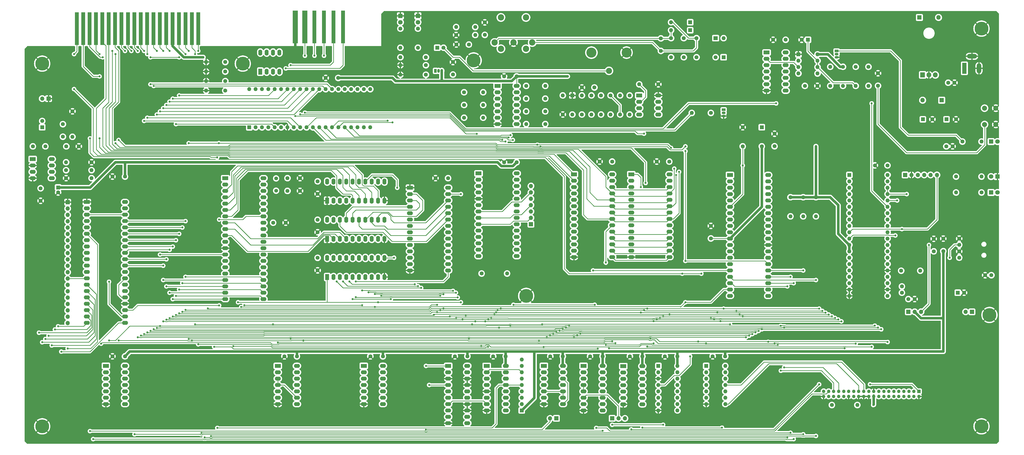
<source format=gbr>
%TF.GenerationSoftware,KiCad,Pcbnew,(6.0.6)*%
%TF.CreationDate,2022-08-30T12:21:22+02:00*%
%TF.ProjectId,Z80AllInOne,5a383041-6c6c-4496-9e4f-6e652e6b6963,rev?*%
%TF.SameCoordinates,Original*%
%TF.FileFunction,Copper,L2,Bot*%
%TF.FilePolarity,Positive*%
%FSLAX46Y46*%
G04 Gerber Fmt 4.6, Leading zero omitted, Abs format (unit mm)*
G04 Created by KiCad (PCBNEW (6.0.6)) date 2022-08-30 12:21:22*
%MOMM*%
%LPD*%
G01*
G04 APERTURE LIST*
%TA.AperFunction,ComponentPad*%
%ADD10C,5.500000*%
%TD*%
%TA.AperFunction,ComponentPad*%
%ADD11C,1.600000*%
%TD*%
%TA.AperFunction,ComponentPad*%
%ADD12R,1.800000X1.600000*%
%TD*%
%TA.AperFunction,ComponentPad*%
%ADD13R,1.700000X1.700000*%
%TD*%
%TA.AperFunction,ComponentPad*%
%ADD14O,1.700000X1.700000*%
%TD*%
%TA.AperFunction,ComponentPad*%
%ADD15O,1.600000X1.600000*%
%TD*%
%TA.AperFunction,ConnectorPad*%
%ADD16R,1.650000X13.000000*%
%TD*%
%TA.AperFunction,ComponentPad*%
%ADD17C,2.400000*%
%TD*%
%TA.AperFunction,ComponentPad*%
%ADD18C,4.000000*%
%TD*%
%TA.AperFunction,ComponentPad*%
%ADD19R,1.800000X1.800000*%
%TD*%
%TA.AperFunction,ComponentPad*%
%ADD20C,1.800000*%
%TD*%
%TA.AperFunction,ComponentPad*%
%ADD21R,2.400000X1.600000*%
%TD*%
%TA.AperFunction,ComponentPad*%
%ADD22O,2.400000X1.600000*%
%TD*%
%TA.AperFunction,ComponentPad*%
%ADD23R,1.905000X2.000000*%
%TD*%
%TA.AperFunction,ComponentPad*%
%ADD24O,1.905000X2.000000*%
%TD*%
%TA.AperFunction,ComponentPad*%
%ADD25R,1.600000X1.600000*%
%TD*%
%TA.AperFunction,ComponentPad*%
%ADD26O,1.800000X1.800000*%
%TD*%
%TA.AperFunction,ComponentPad*%
%ADD27C,1.500000*%
%TD*%
%TA.AperFunction,ComponentPad*%
%ADD28R,1.600000X2.400000*%
%TD*%
%TA.AperFunction,ComponentPad*%
%ADD29O,1.600000X2.400000*%
%TD*%
%TA.AperFunction,ComponentPad*%
%ADD30R,1.500000X1.050000*%
%TD*%
%TA.AperFunction,ComponentPad*%
%ADD31O,1.500000X1.050000*%
%TD*%
%TA.AperFunction,ComponentPad*%
%ADD32C,2.500000*%
%TD*%
%TA.AperFunction,ComponentPad*%
%ADD33R,1.800000X4.400000*%
%TD*%
%TA.AperFunction,ComponentPad*%
%ADD34O,1.800000X4.000000*%
%TD*%
%TA.AperFunction,ComponentPad*%
%ADD35O,4.000000X1.800000*%
%TD*%
%TA.AperFunction,ConnectorPad*%
%ADD36R,2.000000X13.000000*%
%TD*%
%TA.AperFunction,ComponentPad*%
%ADD37R,1.350000X1.350000*%
%TD*%
%TA.AperFunction,ComponentPad*%
%ADD38O,1.350000X1.350000*%
%TD*%
%TA.AperFunction,ComponentPad*%
%ADD39C,2.000000*%
%TD*%
%TA.AperFunction,ComponentPad*%
%ADD40R,1.050000X1.500000*%
%TD*%
%TA.AperFunction,ComponentPad*%
%ADD41O,1.050000X1.500000*%
%TD*%
%TA.AperFunction,ViaPad*%
%ADD42C,0.800000*%
%TD*%
%TA.AperFunction,Conductor*%
%ADD43C,0.250000*%
%TD*%
%TA.AperFunction,Conductor*%
%ADD44C,1.000000*%
%TD*%
G04 APERTURE END LIST*
D10*
%TO.P,,2*%
%TO.N,GND*%
X214630000Y-146050000D03*
%TD*%
D11*
%TO.P,K1,11*%
%TO.N,/IO/Casette Interface/M2*%
X282575000Y-43180000D03*
%TO.P,K1,12*%
%TO.N,unconnected-(K1-Pad12)*%
X277495000Y-43180000D03*
%TO.P,K1,14*%
%TO.N,/IO/Casette Interface/M1*%
X272415000Y-43180000D03*
%TO.P,K1,21*%
%TO.N,unconnected-(K1-Pad21)*%
X282575000Y-50800000D03*
%TO.P,K1,22*%
%TO.N,unconnected-(K1-Pad22)*%
X277495000Y-50800000D03*
%TO.P,K1,24*%
%TO.N,unconnected-(K1-Pad24)*%
X272415000Y-50800000D03*
D12*
%TO.P,K1,A1*%
%TO.N,VCC*%
X290195000Y-43180000D03*
D11*
%TO.P,K1,A2*%
%TO.N,Net-(D7-Pad1)*%
X290195000Y-50800000D03*
%TD*%
D13*
%TO.P,JP4,1,A*%
%TO.N,/MREQ*%
X248920000Y-194945000D03*
D14*
%TO.P,JP4,2,C*%
%TO.N,Net-(JP4-Pad2)*%
X251460000Y-194945000D03*
%TO.P,JP4,3,B*%
%TO.N,Net-(JP4-Pad3)*%
X254000000Y-194945000D03*
%TD*%
D10*
%TO.P,,3*%
%TO.N,GND*%
X396240000Y-198120000D03*
%TD*%
D11*
%TO.P,C4,1*%
%TO.N,GND*%
X313690000Y-81320000D03*
%TO.P,C4,2*%
%TO.N,VCC*%
X313690000Y-86320000D03*
%TD*%
%TO.P,R21,1*%
%TO.N,/{slash}RESET*%
X335905000Y-62215564D03*
D15*
%TO.P,R21,2*%
%TO.N,Net-(Q3-Pad2)*%
X335905000Y-54595564D03*
%TD*%
D11*
%TO.P,C49,1*%
%TO.N,Net-(C49-Pad1)*%
X198120000Y-41870000D03*
%TO.P,C49,2*%
%TO.N,GND*%
X198120000Y-36870000D03*
%TD*%
D16*
%TO.P,JE1,1,Pin_1*%
%TO.N,/MREQ*%
X83820000Y-39370000D03*
%TO.P,JE1,3,Pin_3*%
%TO.N,/HALT*%
X81270000Y-39370000D03*
%TO.P,JE1,5,Pin_5*%
%TO.N,/{slash}RESET*%
X78720000Y-39370000D03*
%TO.P,JE1,7,Pin_7*%
%TO.N,/M1*%
X76170000Y-39370000D03*
%TO.P,JE1,9,Pin_9*%
%TO.N,VCC*%
X73620000Y-39370000D03*
%TO.P,JE1,11,Pin_11*%
%TO.N,/BUS Expansion/D1*%
X71070000Y-39370000D03*
%TO.P,JE1,13,Pin_13*%
%TO.N,/BUS Expansion/D3*%
X68520000Y-39370000D03*
%TO.P,JE1,15,Pin_15*%
%TO.N,/BUS Expansion/D5*%
X65970000Y-39370000D03*
%TO.P,JE1,17,Pin_17*%
%TO.N,/BUS Expansion/D7*%
X63420000Y-39370000D03*
%TO.P,JE1,19,Pin_19*%
%TO.N,/IO/A0*%
X60870000Y-39370000D03*
%TO.P,JE1,21,Pin_21*%
%TO.N,/IO/A2*%
X58320000Y-39370000D03*
%TO.P,JE1,23,Pin_23*%
%TO.N,/IO/A4*%
X55770000Y-39370000D03*
%TO.P,JE1,25,Pin_25*%
%TO.N,/IO/A6*%
X53220000Y-39370000D03*
%TO.P,JE1,27,Pin_27*%
%TO.N,/IO/A8*%
X50670000Y-39370000D03*
%TO.P,JE1,29,Pin_29*%
%TO.N,/IO/A10*%
X48120000Y-39370000D03*
%TO.P,JE1,31,Pin_31*%
%TO.N,/IO/A12*%
X45570000Y-39370000D03*
%TO.P,JE1,33,Pin_33*%
%TO.N,/XTAL*%
X43020000Y-39370000D03*
%TO.P,JE1,35,Pin_35*%
%TO.N,/BUSRQ*%
X40470000Y-39370000D03*
%TO.P,JE1,37,Pin_37*%
%TO.N,/IO/A13*%
X37920000Y-39370000D03*
%TO.P,JE1,39,Pin_39*%
%TO.N,/IO/A15*%
X35370000Y-39370000D03*
%TD*%
D11*
%TO.P,R5,1*%
%TO.N,Net-(R5-Pad1)*%
X94615000Y-56515000D03*
D15*
%TO.P,R5,2*%
%TO.N,GND*%
X86995000Y-56515000D03*
%TD*%
D11*
%TO.P,C32,1*%
%TO.N,VCC*%
X20955000Y-103095112D03*
%TO.P,C32,2*%
%TO.N,GND*%
X20955000Y-108095112D03*
%TD*%
%TO.P,R19,1*%
%TO.N,Net-(C19-Pad1)*%
X174625000Y-50800000D03*
D15*
%TO.P,R19,2*%
%TO.N,Net-(Q2-Pad1)*%
X164465000Y-50800000D03*
%TD*%
D17*
%TO.P,J3,1,In*%
%TO.N,Net-(C19-Pad2)*%
X247650000Y-56210000D03*
D18*
%TO.P,J3,2,Ext*%
%TO.N,GND*%
X254650000Y-48940000D03*
%TO.P,J3,3*%
%TO.N,N/C*%
X240650000Y-48940000D03*
%TD*%
D19*
%TO.P,D4,1,K*%
%TO.N,Net-(D4-Pad1)*%
X400050000Y-84455000D03*
D20*
%TO.P,D4,2,A*%
%TO.N,VCC*%
X402590000Y-84455000D03*
%TD*%
D11*
%TO.P,C38,1*%
%TO.N,VCC*%
X206470000Y-170180000D03*
%TO.P,C38,2*%
%TO.N,GND*%
X201470000Y-170180000D03*
%TD*%
D21*
%TO.P,U28,1,OE*%
%TO.N,Net-(JP3-Pad2)*%
X183515000Y-173990000D03*
D22*
%TO.P,U28,2,O0*%
%TO.N,/BUS Expansion/D0*%
X183515000Y-176530000D03*
%TO.P,U28,3,D0*%
%TO.N,GND*%
X183515000Y-179070000D03*
%TO.P,U28,4,D1*%
%TO.N,Net-(U26-Pad9)*%
X183515000Y-181610000D03*
%TO.P,U28,5,O1*%
%TO.N,/BUS Expansion/D1*%
X183515000Y-184150000D03*
%TO.P,U28,6,O2*%
%TO.N,/BUS Expansion/D2*%
X183515000Y-186690000D03*
%TO.P,U28,7,D2*%
%TO.N,Net-(U26-Pad7)*%
X183515000Y-189230000D03*
%TO.P,U28,8,D3*%
%TO.N,Net-(U26-Pad6)*%
X183515000Y-191770000D03*
%TO.P,U28,9,O3*%
%TO.N,/BUS Expansion/D3*%
X183515000Y-194310000D03*
%TO.P,U28,10,GND*%
%TO.N,GND*%
X183515000Y-196850000D03*
%TO.P,U28,11,LE*%
%TO.N,/M1*%
X191135000Y-196850000D03*
%TO.P,U28,12,O4*%
%TO.N,/BUS Expansion/D4*%
X191135000Y-194310000D03*
%TO.P,U28,13,D4*%
%TO.N,GND*%
X191135000Y-191770000D03*
%TO.P,U28,14,D5*%
X191135000Y-189230000D03*
%TO.P,U28,15,O5*%
%TO.N,/BUS Expansion/D5*%
X191135000Y-186690000D03*
%TO.P,U28,16,O6*%
%TO.N,/BUS Expansion/D6*%
X191135000Y-184150000D03*
%TO.P,U28,17,D6*%
%TO.N,GND*%
X191135000Y-181610000D03*
%TO.P,U28,18,D7*%
X191135000Y-179070000D03*
%TO.P,U28,19,O7*%
%TO.N,/BUS Expansion/D7*%
X191135000Y-176530000D03*
%TO.P,U28,20,VCC*%
%TO.N,VCC*%
X191135000Y-173990000D03*
%TD*%
D11*
%TO.P,R38,1*%
%TO.N,Net-(R38-Pad1)*%
X244475000Y-66030000D03*
D15*
%TO.P,R38,2*%
%TO.N,VCC*%
X244475000Y-73650000D03*
%TD*%
D23*
%TO.P,U29,1,IN*%
%TO.N,Net-(C44-Pad1)*%
X372745000Y-57850000D03*
D24*
%TO.P,U29,2,GND*%
%TO.N,GND*%
X375285000Y-57850000D03*
%TO.P,U29,3,OUT*%
%TO.N,VCC*%
X377825000Y-57850000D03*
%TD*%
D25*
%TO.P,D10,1,A*%
%TO.N,GND*%
X233045000Y-66030000D03*
D15*
%TO.P,D10,2,K*%
%TO.N,Net-(D10-Pad2)*%
X233045000Y-73650000D03*
%TD*%
D25*
%TO.P,D8,1,A*%
%TO.N,Net-(D8-Pad1)*%
X280035000Y-40005000D03*
D15*
%TO.P,D8,2,K*%
%TO.N,/IO/Casette Interface/M1*%
X272415000Y-40005000D03*
%TD*%
D25*
%TO.P,C19,1*%
%TO.N,Net-(C19-Pad1)*%
X179152375Y-46990000D03*
D11*
%TO.P,C19,2*%
%TO.N,Net-(C19-Pad2)*%
X181652375Y-46990000D03*
%TD*%
D25*
%TO.P,U23,1,GND*%
%TO.N,GND*%
X323215000Y-49655564D03*
D15*
%TO.P,U23,2,TR*%
%TO.N,Net-(C34-Pad1)*%
X323215000Y-52195564D03*
%TO.P,U23,3,Q*%
%TO.N,Net-(U12-Pad1)*%
X323215000Y-54735564D03*
%TO.P,U23,4,R*%
%TO.N,VCC*%
X323215000Y-57275564D03*
%TO.P,U23,5,CV*%
%TO.N,unconnected-(U23-Pad5)*%
X330835000Y-57275564D03*
%TO.P,U23,6,THR*%
%TO.N,Net-(C36-Pad1)*%
X330835000Y-54735564D03*
%TO.P,U23,7,DIS*%
X330835000Y-52195564D03*
%TO.P,U23,8,VCC*%
%TO.N,VCC*%
X330835000Y-49655564D03*
%TD*%
D11*
%TO.P,C37,1*%
%TO.N,GND*%
X224235000Y-170180000D03*
%TO.P,C37,2*%
%TO.N,VCC*%
X229235000Y-170180000D03*
%TD*%
%TO.P,R14,1*%
%TO.N,GND*%
X41275000Y-92710000D03*
D15*
%TO.P,R14,2*%
%TO.N,Net-(C30-Pad1)*%
X31115000Y-92710000D03*
%TD*%
D11*
%TO.P,C6,1*%
%TO.N,GND*%
X353735000Y-93945000D03*
%TO.P,C6,2*%
%TO.N,VCC*%
X358735000Y-93945000D03*
%TD*%
%TO.P,R4,1*%
%TO.N,Net-(R4-Pad1)*%
X94615000Y-52705000D03*
D15*
%TO.P,R4,2*%
%TO.N,GND*%
X86995000Y-52705000D03*
%TD*%
D21*
%TO.P,U26,1,I4*%
%TO.N,/INT_DEV2*%
X198875000Y-174005000D03*
D22*
%TO.P,U26,2,I5*%
%TO.N,/INT_DEV3*%
X198875000Y-176545000D03*
%TO.P,U26,3,I6*%
%TO.N,/INT_DEV4*%
X198875000Y-179085000D03*
%TO.P,U26,4,I7*%
%TO.N,/INT_DEV5*%
X198875000Y-181625000D03*
%TO.P,U26,5,EI*%
%TO.N,GND*%
X198875000Y-184165000D03*
%TO.P,U26,6,S2*%
%TO.N,Net-(U26-Pad6)*%
X198875000Y-186705000D03*
%TO.P,U26,7,S1*%
%TO.N,Net-(U26-Pad7)*%
X198875000Y-189245000D03*
%TO.P,U26,8,GND*%
%TO.N,GND*%
X198875000Y-191785000D03*
%TO.P,U26,9,S0*%
%TO.N,Net-(U26-Pad9)*%
X206495000Y-191785000D03*
%TO.P,U26,10,IO*%
%TO.N,/CTC_INT*%
X206495000Y-189245000D03*
%TO.P,U26,11,I1*%
%TO.N,/UART_INT*%
X206495000Y-186705000D03*
%TO.P,U26,12,I2*%
%TO.N,/VDP_INT*%
X206495000Y-184165000D03*
%TO.P,U26,13,I3*%
%TO.N,/INT_DEV1*%
X206495000Y-181625000D03*
%TO.P,U26,14,GS*%
%TO.N,Net-(U25-Pad10)*%
X206495000Y-179085000D03*
%TO.P,U26,15,EO*%
%TO.N,unconnected-(U26-Pad15)*%
X206495000Y-176545000D03*
%TO.P,U26,16,VCC*%
%TO.N,VCC*%
X206495000Y-174005000D03*
%TD*%
D11*
%TO.P,R3,1*%
%TO.N,VCC*%
X325120000Y-106680000D03*
D15*
%TO.P,R3,2*%
%TO.N,/BUSRQ*%
X325120000Y-114300000D03*
%TD*%
D21*
%TO.P,U2,1,A14*%
%TO.N,/IO/A14*%
X233680000Y-97515000D03*
D22*
%TO.P,U2,2,A12*%
%TO.N,/IO/A12*%
X233680000Y-100055000D03*
%TO.P,U2,3,A7*%
%TO.N,/IO/A7*%
X233680000Y-102595000D03*
%TO.P,U2,4,A6*%
%TO.N,/IO/A6*%
X233680000Y-105135000D03*
%TO.P,U2,5,A5*%
%TO.N,/IO/A5*%
X233680000Y-107675000D03*
%TO.P,U2,6,A4*%
%TO.N,/IO/A4*%
X233680000Y-110215000D03*
%TO.P,U2,7,A3*%
%TO.N,/IO/A3*%
X233680000Y-112755000D03*
%TO.P,U2,8,A2*%
%TO.N,/IO/A2*%
X233680000Y-115295000D03*
%TO.P,U2,9,A1*%
%TO.N,/IO/A1*%
X233680000Y-117835000D03*
%TO.P,U2,10,A0*%
%TO.N,/IO/A0*%
X233680000Y-120375000D03*
%TO.P,U2,11,I/O1*%
%TO.N,/BUS Expansion/D0*%
X233680000Y-122915000D03*
%TO.P,U2,12,I/O2*%
%TO.N,/BUS Expansion/D1*%
X233680000Y-125455000D03*
%TO.P,U2,13,I/O3*%
%TO.N,/BUS Expansion/D2*%
X233680000Y-127995000D03*
%TO.P,U2,14,GND*%
%TO.N,GND*%
X233680000Y-130535000D03*
%TO.P,U2,15,I/O4*%
%TO.N,/BUS Expansion/D3*%
X248920000Y-130535000D03*
%TO.P,U2,16,I/O5*%
%TO.N,/BUS Expansion/D4*%
X248920000Y-127995000D03*
%TO.P,U2,17,I/O6*%
%TO.N,/BUS Expansion/D5*%
X248920000Y-125455000D03*
%TO.P,U2,18,I/O7*%
%TO.N,/BUS Expansion/D6*%
X248920000Y-122915000D03*
%TO.P,U2,19,I/O8*%
%TO.N,/BUS Expansion/D7*%
X248920000Y-120375000D03*
%TO.P,U2,20,/CE*%
%TO.N,/RAM_CE*%
X248920000Y-117835000D03*
%TO.P,U2,21,A10*%
%TO.N,/IO/A10*%
X248920000Y-115295000D03*
%TO.P,U2,22,/OE*%
%TO.N,/RD*%
X248920000Y-112755000D03*
%TO.P,U2,23,A11*%
%TO.N,/IO/A11*%
X248920000Y-110215000D03*
%TO.P,U2,24,A9*%
%TO.N,/IO/A9*%
X248920000Y-107675000D03*
%TO.P,U2,25,A8*%
%TO.N,/IO/A8*%
X248920000Y-105135000D03*
%TO.P,U2,26,A13*%
%TO.N,/IO/A13*%
X248920000Y-102595000D03*
%TO.P,U2,27,R/W*%
%TO.N,/WR*%
X248920000Y-100055000D03*
%TO.P,U2,28,VDD*%
%TO.N,VCC*%
X248920000Y-97515000D03*
%TD*%
D11*
%TO.P,C30,1*%
%TO.N,Net-(C30-Pad1)*%
X31195000Y-86360000D03*
%TO.P,C30,2*%
%TO.N,GND*%
X36195000Y-86360000D03*
%TD*%
%TO.P,C31,1*%
%TO.N,Net-(C31-Pad1)*%
X17860000Y-86360000D03*
%TO.P,C31,2*%
%TO.N,Net-(C30-Pad1)*%
X22860000Y-86360000D03*
%TD*%
D19*
%TO.P,D6,1,K*%
%TO.N,GND*%
X402590000Y-98425000D03*
D20*
%TO.P,D6,2,A*%
%TO.N,Net-(D6-Pad2)*%
X400050000Y-98425000D03*
%TD*%
D11*
%TO.P,C34,1*%
%TO.N,Net-(C34-Pad1)*%
X354955000Y-62175564D03*
%TO.P,C34,2*%
%TO.N,GND*%
X354955000Y-57175564D03*
%TD*%
D21*
%TO.P,U20,1*%
%TO.N,Net-(U20-Pad1)*%
X46990000Y-173975000D03*
D22*
%TO.P,U20,2*%
%TO.N,/IO/A0*%
X46990000Y-176515000D03*
%TO.P,U20,3*%
%TO.N,/PSG_CE*%
X46990000Y-179055000D03*
%TO.P,U20,4*%
%TO.N,Net-(U20-Pad4)*%
X46990000Y-181595000D03*
%TO.P,U20,5*%
%TO.N,/PSG_CE*%
X46990000Y-184135000D03*
%TO.P,U20,6*%
%TO.N,/WR*%
X46990000Y-186675000D03*
%TO.P,U20,7,GND*%
%TO.N,GND*%
X46990000Y-189215000D03*
%TO.P,U20,8*%
%TO.N,N/C*%
X54610000Y-189215000D03*
%TO.P,U20,9*%
X54610000Y-186675000D03*
%TO.P,U20,10*%
X54610000Y-184135000D03*
%TO.P,U20,11*%
X54610000Y-181595000D03*
%TO.P,U20,12*%
X54610000Y-179055000D03*
%TO.P,U20,13*%
X54610000Y-176515000D03*
%TO.P,U20,14,VCC*%
%TO.N,VCC*%
X54610000Y-173975000D03*
%TD*%
D11*
%TO.P,R29,1*%
%TO.N,Net-(C48-Pad1)*%
X222250000Y-72390000D03*
D15*
%TO.P,R29,2*%
%TO.N,Net-(R29-Pad2)*%
X214630000Y-72390000D03*
%TD*%
D11*
%TO.P,C3,1*%
%TO.N,GND*%
X266700000Y-92430000D03*
%TO.P,C3,2*%
%TO.N,VCC*%
X271700000Y-92430000D03*
%TD*%
D21*
%TO.P,U3,1,A14*%
%TO.N,/IO/A14*%
X256540000Y-97515000D03*
D22*
%TO.P,U3,2,A12*%
%TO.N,/IO/A12*%
X256540000Y-100055000D03*
%TO.P,U3,3,A7*%
%TO.N,/IO/A7*%
X256540000Y-102595000D03*
%TO.P,U3,4,A6*%
%TO.N,/IO/A6*%
X256540000Y-105135000D03*
%TO.P,U3,5,A5*%
%TO.N,/IO/A5*%
X256540000Y-107675000D03*
%TO.P,U3,6,A4*%
%TO.N,/IO/A4*%
X256540000Y-110215000D03*
%TO.P,U3,7,A3*%
%TO.N,/IO/A3*%
X256540000Y-112755000D03*
%TO.P,U3,8,A2*%
%TO.N,/IO/A2*%
X256540000Y-115295000D03*
%TO.P,U3,9,A1*%
%TO.N,/IO/A1*%
X256540000Y-117835000D03*
%TO.P,U3,10,A0*%
%TO.N,/IO/A0*%
X256540000Y-120375000D03*
%TO.P,U3,11,D0*%
%TO.N,/BUS Expansion/D0*%
X256540000Y-122915000D03*
%TO.P,U3,12,D1*%
%TO.N,/BUS Expansion/D1*%
X256540000Y-125455000D03*
%TO.P,U3,13,D2*%
%TO.N,/BUS Expansion/D2*%
X256540000Y-127995000D03*
%TO.P,U3,14,GND*%
%TO.N,GND*%
X256540000Y-130535000D03*
%TO.P,U3,15,D3*%
%TO.N,/BUS Expansion/D3*%
X271780000Y-130535000D03*
%TO.P,U3,16,D4*%
%TO.N,/BUS Expansion/D4*%
X271780000Y-127995000D03*
%TO.P,U3,17,D5*%
%TO.N,/BUS Expansion/D5*%
X271780000Y-125455000D03*
%TO.P,U3,18,D6*%
%TO.N,/BUS Expansion/D6*%
X271780000Y-122915000D03*
%TO.P,U3,19,D7*%
%TO.N,/BUS Expansion/D7*%
X271780000Y-120375000D03*
%TO.P,U3,20,~{CS}*%
%TO.N,/ROM_CE*%
X271780000Y-117835000D03*
%TO.P,U3,21,A10*%
%TO.N,/IO/A10*%
X271780000Y-115295000D03*
%TO.P,U3,22,~{OE}*%
%TO.N,/RD*%
X271780000Y-112755000D03*
%TO.P,U3,23,A11*%
%TO.N,/IO/A11*%
X271780000Y-110215000D03*
%TO.P,U3,24,A9*%
%TO.N,/IO/A9*%
X271780000Y-107675000D03*
%TO.P,U3,25,A8*%
%TO.N,/IO/A8*%
X271780000Y-105135000D03*
%TO.P,U3,26,A13*%
%TO.N,/IO/A13*%
X271780000Y-102595000D03*
%TO.P,U3,27,~{WE}*%
%TO.N,VCC*%
X271780000Y-100055000D03*
%TO.P,U3,28,VCC*%
X271780000Y-97515000D03*
%TD*%
D25*
%TO.P,U4,1,PA3*%
%TO.N,Net-(R7-Pad1)*%
X104185000Y-78785000D03*
D15*
%TO.P,U4,2,PA2*%
%TO.N,Net-(R6-Pad1)*%
X106725000Y-78785000D03*
%TO.P,U4,3,PA1*%
%TO.N,Net-(R5-Pad1)*%
X109265000Y-78785000D03*
%TO.P,U4,4,PA0*%
%TO.N,Net-(R4-Pad1)*%
X111805000Y-78785000D03*
%TO.P,U4,5,~{RD}*%
%TO.N,/RD*%
X114345000Y-78785000D03*
%TO.P,U4,6,~{CS}*%
%TO.N,/PPI_CE*%
X116885000Y-78785000D03*
%TO.P,U4,7,GND*%
%TO.N,GND*%
X119425000Y-78785000D03*
%TO.P,U4,8,A1*%
%TO.N,/IO/A1*%
X121965000Y-78785000D03*
%TO.P,U4,9,A0*%
%TO.N,/IO/A0*%
X124505000Y-78785000D03*
%TO.P,U4,10,PC7*%
%TO.N,/IO/Casette Interface/PC7*%
X127045000Y-78785000D03*
%TO.P,U4,11,PC6*%
%TO.N,/IO/Casette Interface/PC6*%
X129585000Y-78785000D03*
%TO.P,U4,12,PC5*%
%TO.N,/IO/Casette Interface/PC5*%
X132125000Y-78785000D03*
%TO.P,U4,13,PC4*%
%TO.N,/IO/Casette Interface/PC4*%
X134665000Y-78785000D03*
%TO.P,U4,14,PC0*%
%TO.N,/IO/PC0*%
X137205000Y-78785000D03*
%TO.P,U4,15,PC1*%
%TO.N,/IO/PC1*%
X139745000Y-78785000D03*
%TO.P,U4,16,PC2*%
%TO.N,/IO/Casette Interface/PC2*%
X142285000Y-78785000D03*
%TO.P,U4,17,PC3*%
%TO.N,/IO/Casette Interface/PC3*%
X144825000Y-78785000D03*
%TO.P,U4,18,PB0*%
%TO.N,/IO/PB0*%
X147365000Y-78785000D03*
%TO.P,U4,19,PB1*%
%TO.N,/IO/PB1*%
X149905000Y-78785000D03*
%TO.P,U4,20,PB2*%
%TO.N,/IO/PB2*%
X152445000Y-78785000D03*
%TO.P,U4,21,PB3*%
%TO.N,/IO/PB3*%
X152445000Y-63545000D03*
%TO.P,U4,22,PB4*%
%TO.N,/IO/PB4*%
X149905000Y-63545000D03*
%TO.P,U4,23,PB5*%
%TO.N,/IO/PB5*%
X147365000Y-63545000D03*
%TO.P,U4,24,PB6*%
%TO.N,/IO/PB6*%
X144825000Y-63545000D03*
%TO.P,U4,25,PB7*%
%TO.N,/IO/PB7*%
X142285000Y-63545000D03*
%TO.P,U4,26,VCC*%
%TO.N,VCC*%
X139745000Y-63545000D03*
%TO.P,U4,27,D7*%
%TO.N,/BUS Expansion/D7*%
X137205000Y-63545000D03*
%TO.P,U4,28,D6*%
%TO.N,/BUS Expansion/D6*%
X134665000Y-63545000D03*
%TO.P,U4,29,D5*%
%TO.N,/BUS Expansion/D5*%
X132125000Y-63545000D03*
%TO.P,U4,30,D4*%
%TO.N,/BUS Expansion/D4*%
X129585000Y-63545000D03*
%TO.P,U4,31,D3*%
%TO.N,/BUS Expansion/D3*%
X127045000Y-63545000D03*
%TO.P,U4,32,D2*%
%TO.N,/BUS Expansion/D2*%
X124505000Y-63545000D03*
%TO.P,U4,33,D1*%
%TO.N,/BUS Expansion/D1*%
X121965000Y-63545000D03*
%TO.P,U4,34,D0*%
%TO.N,/BUS Expansion/D0*%
X119425000Y-63545000D03*
%TO.P,U4,35,RESET*%
%TO.N,/RESET_IO*%
X116885000Y-63545000D03*
%TO.P,U4,36,~{WR}*%
%TO.N,/WR*%
X114345000Y-63545000D03*
%TO.P,U4,37,PA7*%
%TO.N,/IO/PA7*%
X111805000Y-63545000D03*
%TO.P,U4,38,PA6*%
%TO.N,/IO/PA6*%
X109265000Y-63545000D03*
%TO.P,U4,39,PA5*%
%TO.N,/IO/PA5*%
X106725000Y-63545000D03*
%TO.P,U4,40,PA4*%
%TO.N,/IO/PA4*%
X104185000Y-63545000D03*
%TD*%
D19*
%TO.P,D3,1,K*%
%TO.N,Net-(D3-Pad1)*%
X380365000Y-67945000D03*
D26*
%TO.P,D3,2,A*%
%TO.N,Net-(C44-Pad1)*%
X372745000Y-67945000D03*
%TD*%
D21*
%TO.P,U13,1*%
%TO.N,/IO/A8*%
X253350000Y-174090000D03*
D22*
%TO.P,U13,2*%
X253350000Y-176630000D03*
%TO.P,U13,3*%
%TO.N,Net-(JP4-Pad3)*%
X253350000Y-179170000D03*
%TO.P,U13,4*%
%TO.N,/{slash}RESET*%
X253350000Y-181710000D03*
%TO.P,U13,5*%
X253350000Y-184250000D03*
%TO.P,U13,6*%
%TO.N,/MR*%
X253350000Y-186790000D03*
%TO.P,U13,7,GND*%
%TO.N,GND*%
X253350000Y-189330000D03*
%TO.P,U13,8*%
%TO.N,Net-(U13-Pad8)*%
X260970000Y-189330000D03*
%TO.P,U13,9*%
%TO.N,/RD*%
X260970000Y-186790000D03*
%TO.P,U13,10*%
X260970000Y-184250000D03*
%TO.P,U13,11*%
%TO.N,/UART_INT*%
X260970000Y-181710000D03*
%TO.P,U13,12*%
%TO.N,Net-(U13-Pad12)*%
X260970000Y-179170000D03*
%TO.P,U13,13*%
X260970000Y-176630000D03*
%TO.P,U13,14,VCC*%
%TO.N,VCC*%
X260970000Y-174090000D03*
%TD*%
D11*
%TO.P,R24,1*%
%TO.N,Net-(Q4-Pad2)*%
X288290000Y-73025000D03*
D15*
%TO.P,R24,2*%
%TO.N,/IO/PA7*%
X280670000Y-73025000D03*
%TD*%
D11*
%TO.P,C23,1*%
%TO.N,GND*%
X131445000Y-120650000D03*
%TO.P,C23,2*%
%TO.N,VCC*%
X131445000Y-115650000D03*
%TD*%
D10*
%TO.P,,4*%
%TO.N,GND*%
X101600000Y-53340000D03*
%TD*%
D21*
%TO.P,U19,1*%
%TO.N,/IO/PA6*%
X259715000Y-66040000D03*
D22*
%TO.P,U19,2,-*%
%TO.N,Net-(R35-Pad1)*%
X259715000Y-68580000D03*
%TO.P,U19,3,+*%
%TO.N,Net-(R38-Pad1)*%
X259715000Y-71120000D03*
%TO.P,U19,4,V-*%
%TO.N,VCC*%
X259715000Y-73660000D03*
%TO.P,U19,5*%
%TO.N,N/C*%
X267335000Y-73660000D03*
%TO.P,U19,6*%
X267335000Y-71120000D03*
%TO.P,U19,7*%
X267335000Y-68580000D03*
%TO.P,U19,8,V+*%
%TO.N,GND*%
X267335000Y-66040000D03*
%TD*%
D13*
%TO.P,JP2,1,A*%
%TO.N,Net-(C7-Pad2)*%
X367045000Y-152400000D03*
D14*
%TO.P,JP2,2,C*%
%TO.N,VCC*%
X369585000Y-152400000D03*
%TO.P,JP2,3,B*%
%TO.N,Net-(FB1-Pad2)*%
X372125000Y-152400000D03*
%TD*%
D11*
%TO.P,R36,1*%
%TO.N,Net-(R35-Pad1)*%
X248285000Y-66030000D03*
D15*
%TO.P,R36,2*%
%TO.N,VCC*%
X248285000Y-73650000D03*
%TD*%
D11*
%TO.P,R8,1*%
%TO.N,Net-(D1-Pad2)*%
X171450000Y-39370000D03*
D15*
%TO.P,R8,2*%
%TO.N,/IO/PC1*%
X171450000Y-46990000D03*
%TD*%
D11*
%TO.P,C29,1*%
%TO.N,VCC*%
X54610000Y-98425000D03*
%TO.P,C29,2*%
%TO.N,GND*%
X49610000Y-98425000D03*
%TD*%
D27*
%TO.P,Y2,1,1*%
%TO.N,Net-(C16-Pad2)*%
X114875000Y-104050000D03*
%TO.P,Y2,2,2*%
%TO.N,Net-(C17-Pad2)*%
X114875000Y-99150000D03*
%TD*%
D10*
%TO.P,,1*%
%TO.N,GND*%
X21590000Y-53340000D03*
%TD*%
D11*
%TO.P,C27,1*%
%TO.N,VCC*%
X274965000Y-170190000D03*
%TO.P,C27,2*%
%TO.N,GND*%
X269965000Y-170190000D03*
%TD*%
%TO.P,R32,1*%
%TO.N,Net-(C49-Pad1)*%
X194310000Y-38735000D03*
D15*
%TO.P,R32,2*%
%TO.N,Net-(C48-Pad1)*%
X186690000Y-38735000D03*
%TD*%
D28*
%TO.P,U9,1,OE*%
%TO.N,GND*%
X135255000Y-123290000D03*
D29*
%TO.P,U9,2,D0*%
%TO.N,/VIDEO/AD0*%
X137795000Y-123290000D03*
%TO.P,U9,3,D1*%
%TO.N,/VIDEO/AD1*%
X140335000Y-123290000D03*
%TO.P,U9,4,D2*%
%TO.N,/VIDEO/AD2*%
X142875000Y-123290000D03*
%TO.P,U9,5,D3*%
%TO.N,/VIDEO/AD3*%
X145415000Y-123290000D03*
%TO.P,U9,6,D4*%
%TO.N,/VIDEO/AD4*%
X147955000Y-123290000D03*
%TO.P,U9,7,D5*%
%TO.N,/VIDEO/AD5*%
X150495000Y-123290000D03*
%TO.P,U9,8,D6*%
%TO.N,/VIDEO/AD6*%
X153035000Y-123290000D03*
%TO.P,U9,9,D7*%
%TO.N,/VIDEO/AD7*%
X155575000Y-123290000D03*
%TO.P,U9,10,GND*%
%TO.N,GND*%
X158115000Y-123290000D03*
%TO.P,U9,11,Cp*%
%TO.N,Net-(U17-Pad6)*%
X158115000Y-115670000D03*
%TO.P,U9,12,Q7*%
%TO.N,/VIDEO/VA13*%
X155575000Y-115670000D03*
%TO.P,U9,13,Q6*%
%TO.N,/VIDEO/VA12*%
X153035000Y-115670000D03*
%TO.P,U9,14,Q5*%
%TO.N,/VIDEO/VA11*%
X150495000Y-115670000D03*
%TO.P,U9,15,Q4*%
%TO.N,/VIDEO/VA10*%
X147955000Y-115670000D03*
%TO.P,U9,16,Q3*%
%TO.N,/VIDEO/VA9*%
X145415000Y-115670000D03*
%TO.P,U9,17,Q2*%
%TO.N,/VIDEO/VA8*%
X142875000Y-115670000D03*
%TO.P,U9,18,Q1*%
%TO.N,/VIDEO/VA7*%
X140335000Y-115670000D03*
%TO.P,U9,19,Q0*%
%TO.N,unconnected-(U9-Pad19)*%
X137795000Y-115670000D03*
%TO.P,U9,20,VCC*%
%TO.N,VCC*%
X135255000Y-115670000D03*
%TD*%
D28*
%TO.P,U8,1,OE*%
%TO.N,GND*%
X135260000Y-108040000D03*
D29*
%TO.P,U8,2,D0*%
%TO.N,/VIDEO/AD0*%
X137800000Y-108040000D03*
%TO.P,U8,3,D1*%
%TO.N,/VIDEO/AD1*%
X140340000Y-108040000D03*
%TO.P,U8,4,D2*%
%TO.N,/VIDEO/AD2*%
X142880000Y-108040000D03*
%TO.P,U8,5,D3*%
%TO.N,/VIDEO/AD3*%
X145420000Y-108040000D03*
%TO.P,U8,6,D4*%
%TO.N,/VIDEO/AD4*%
X147960000Y-108040000D03*
%TO.P,U8,7,D5*%
%TO.N,/VIDEO/AD5*%
X150500000Y-108040000D03*
%TO.P,U8,8,D6*%
%TO.N,/VIDEO/AD6*%
X153040000Y-108040000D03*
%TO.P,U8,9,D7*%
%TO.N,/VIDEO/AD7*%
X155580000Y-108040000D03*
%TO.P,U8,10,GND*%
%TO.N,GND*%
X158120000Y-108040000D03*
%TO.P,U8,11,Cp*%
%TO.N,Net-(U17-Pad2)*%
X158120000Y-100420000D03*
%TO.P,U8,12,Q7*%
%TO.N,/VIDEO/VA6*%
X155580000Y-100420000D03*
%TO.P,U8,13,Q6*%
%TO.N,/VIDEO/VA5*%
X153040000Y-100420000D03*
%TO.P,U8,14,Q5*%
%TO.N,/VIDEO/VA4*%
X150500000Y-100420000D03*
%TO.P,U8,15,Q4*%
%TO.N,/VIDEO/VA3*%
X147960000Y-100420000D03*
%TO.P,U8,16,Q3*%
%TO.N,/VIDEO/VA2*%
X145420000Y-100420000D03*
%TO.P,U8,17,Q2*%
%TO.N,/VIDEO/VA1*%
X142880000Y-100420000D03*
%TO.P,U8,18,Q1*%
%TO.N,/VIDEO/VA0*%
X140340000Y-100420000D03*
%TO.P,U8,19,Q0*%
%TO.N,unconnected-(U8-Pad19)*%
X137800000Y-100420000D03*
%TO.P,U8,20,VCC*%
%TO.N,VCC*%
X135260000Y-100420000D03*
%TD*%
D11*
%TO.P,R28,1*%
%TO.N,Net-(C48-Pad1)*%
X222250000Y-77470000D03*
D15*
%TO.P,R28,2*%
%TO.N,Net-(R28-Pad2)*%
X214630000Y-77470000D03*
%TD*%
D11*
%TO.P,R35,1*%
%TO.N,Net-(R35-Pad1)*%
X252095000Y-73650000D03*
D15*
%TO.P,R35,2*%
%TO.N,/IO/PA6*%
X252095000Y-66030000D03*
%TD*%
D25*
%TO.P,U27,1*%
%TO.N,/WR*%
X286425000Y-173990000D03*
D15*
%TO.P,U27,2*%
X286425000Y-176530000D03*
%TO.P,U27,3*%
%TO.N,Net-(U27-Pad13)*%
X286425000Y-179070000D03*
%TO.P,U27,4*%
%TO.N,/IORQ*%
X286425000Y-181610000D03*
%TO.P,U27,5*%
X286425000Y-184150000D03*
%TO.P,U27,6*%
%TO.N,Net-(U27-Pad10)*%
X286425000Y-186690000D03*
%TO.P,U27,7,GND*%
%TO.N,GND*%
X286425000Y-189230000D03*
%TO.P,U27,8*%
%TO.N,/IORD*%
X294045000Y-189230000D03*
%TO.P,U27,9*%
%TO.N,Net-(U13-Pad8)*%
X294045000Y-186690000D03*
%TO.P,U27,10*%
%TO.N,Net-(U27-Pad10)*%
X294045000Y-184150000D03*
%TO.P,U27,11*%
%TO.N,/IOWR*%
X294045000Y-181610000D03*
%TO.P,U27,12*%
%TO.N,Net-(U27-Pad10)*%
X294045000Y-179070000D03*
%TO.P,U27,13*%
%TO.N,Net-(U27-Pad13)*%
X294045000Y-176530000D03*
%TO.P,U27,14,VCC*%
%TO.N,VCC*%
X294045000Y-173990000D03*
%TD*%
D13*
%TO.P,SPEAKER1,1,Pin_1*%
%TO.N,GND*%
X24130000Y-67310000D03*
D14*
%TO.P,SPEAKER1,2,Pin_2*%
%TO.N,Net-(C43-Pad2)*%
X21590000Y-67310000D03*
%TD*%
D25*
%TO.P,C42,1*%
%TO.N,VCC*%
X27940000Y-102775000D03*
D11*
%TO.P,C42,2*%
%TO.N,GND*%
X27940000Y-104775000D03*
%TD*%
%TO.P,R33,1*%
%TO.N,GND*%
X186690000Y-41910000D03*
D15*
%TO.P,R33,2*%
%TO.N,Net-(C49-Pad1)*%
X194310000Y-41910000D03*
%TD*%
D11*
%TO.P,R10,1*%
%TO.N,Net-(R10-Pad1)*%
X364202500Y-135990000D03*
D15*
%TO.P,R10,2*%
%TO.N,Net-(C8-Pad1)*%
X371822500Y-135990000D03*
%TD*%
D11*
%TO.P,R37,1*%
%TO.N,GND*%
X267335000Y-61585000D03*
D15*
%TO.P,R37,2*%
%TO.N,Net-(R35-Pad1)*%
X259715000Y-61585000D03*
%TD*%
D11*
%TO.P,R12,1*%
%TO.N,GND*%
X31115000Y-99060000D03*
D15*
%TO.P,R12,2*%
%TO.N,Net-(R12-Pad2)*%
X41275000Y-99060000D03*
%TD*%
D21*
%TO.P,U12,1*%
%TO.N,Net-(U12-Pad1)*%
X310515000Y-48895000D03*
D22*
%TO.P,U12,2*%
X310515000Y-51435000D03*
%TO.P,U12,3*%
%TO.N,/{slash}RESET*%
X310515000Y-53975000D03*
%TO.P,U12,4*%
X310515000Y-56515000D03*
%TO.P,U12,5*%
X310515000Y-59055000D03*
%TO.P,U12,6*%
%TO.N,/RESET_IO*%
X310515000Y-61595000D03*
%TO.P,U12,7,GND*%
%TO.N,GND*%
X310515000Y-64135000D03*
%TO.P,U12,8*%
%TO.N,N/C*%
X318135000Y-64135000D03*
%TO.P,U12,9*%
X318135000Y-61595000D03*
%TO.P,U12,10*%
X318135000Y-59055000D03*
%TO.P,U12,11*%
X318135000Y-56515000D03*
%TO.P,U12,12*%
X318135000Y-53975000D03*
%TO.P,U12,13*%
X318135000Y-51435000D03*
%TO.P,U12,14,VCC*%
%TO.N,VCC*%
X318135000Y-48895000D03*
%TD*%
D21*
%TO.P,U22,1,GAIN*%
%TO.N,unconnected-(U22-Pad1)*%
X17780000Y-91440000D03*
D22*
%TO.P,U22,2,-*%
%TO.N,GND*%
X17780000Y-93980000D03*
%TO.P,U22,3,+*%
%TO.N,Net-(C31-Pad1)*%
X17780000Y-96520000D03*
%TO.P,U22,4,GND*%
%TO.N,GND*%
X17780000Y-99060000D03*
%TO.P,U22,5*%
%TO.N,Net-(C33-Pad1)*%
X25400000Y-99060000D03*
%TO.P,U22,6,V+*%
%TO.N,VCC*%
X25400000Y-96520000D03*
%TO.P,U22,7,BYPASS*%
%TO.N,unconnected-(U22-Pad7)*%
X25400000Y-93980000D03*
%TO.P,U22,8,GAIN*%
%TO.N,unconnected-(U22-Pad8)*%
X25400000Y-91440000D03*
%TD*%
D11*
%TO.P,C26,1*%
%TO.N,GND*%
X118190000Y-170185000D03*
%TO.P,C26,2*%
%TO.N,VCC*%
X123190000Y-170185000D03*
%TD*%
D25*
%TO.P,C54,1*%
%TO.N,VCC*%
X382280000Y-75565000D03*
D11*
%TO.P,C54,2*%
%TO.N,GND*%
X386080000Y-75565000D03*
%TD*%
%TO.P,R11,1*%
%TO.N,VCC*%
X386080000Y-98425000D03*
D15*
%TO.P,R11,2*%
%TO.N,Net-(D6-Pad2)*%
X396240000Y-98425000D03*
%TD*%
D11*
%TO.P,C35,1*%
%TO.N,VCC*%
X325785000Y-62215564D03*
%TO.P,C35,2*%
%TO.N,GND*%
X330785000Y-62215564D03*
%TD*%
%TO.P,C51,1*%
%TO.N,GND*%
X236855000Y-62855000D03*
%TO.P,C51,2*%
%TO.N,Net-(C51-Pad2)*%
X241855000Y-62855000D03*
%TD*%
%TO.P,R7,1*%
%TO.N,Net-(R7-Pad1)*%
X94615000Y-64135000D03*
D15*
%TO.P,R7,2*%
%TO.N,GND*%
X86995000Y-64135000D03*
%TD*%
D11*
%TO.P,R43,1*%
%TO.N,Net-(D11-Pad1)*%
X396240000Y-104775000D03*
D15*
%TO.P,R43,2*%
%TO.N,Net-(J10-Pad39)*%
X386080000Y-104775000D03*
%TD*%
D13*
%TO.P,J4,1,Pin_1*%
%TO.N,VCC*%
X365760000Y-97755000D03*
D14*
%TO.P,J4,2,Pin_2*%
%TO.N,GND*%
X368300000Y-97755000D03*
%TO.P,J4,3,Pin_3*%
%TO.N,/DTR*%
X370840000Y-97755000D03*
%TO.P,J4,4,Pin_4*%
%TO.N,/TX*%
X373380000Y-97755000D03*
%TO.P,J4,5,Pin_5*%
%TO.N,/DSR*%
X375920000Y-97755000D03*
%TO.P,J4,6,Pin_6*%
%TO.N,/RX*%
X378460000Y-97755000D03*
%TD*%
D11*
%TO.P,R2,1*%
%TO.N,VCC*%
X320040000Y-106680000D03*
D15*
%TO.P,R2,2*%
%TO.N,/WAIT*%
X320040000Y-114300000D03*
%TD*%
D11*
%TO.P,R30,1*%
%TO.N,Net-(C48-Pad1)*%
X222250000Y-67310000D03*
D15*
%TO.P,R30,2*%
%TO.N,Net-(R30-Pad2)*%
X214630000Y-67310000D03*
%TD*%
D28*
%TO.P,U10,1,OE*%
%TO.N,Net-(U10-Pad1)*%
X135260000Y-138520000D03*
D29*
%TO.P,U10,2,D0*%
%TO.N,/VIDEO/AD0*%
X137800000Y-138520000D03*
%TO.P,U10,3,D1*%
%TO.N,/VIDEO/AD1*%
X140340000Y-138520000D03*
%TO.P,U10,4,D2*%
%TO.N,/VIDEO/AD2*%
X142880000Y-138520000D03*
%TO.P,U10,5,D3*%
%TO.N,/VIDEO/AD3*%
X145420000Y-138520000D03*
%TO.P,U10,6,D4*%
%TO.N,/VIDEO/AD4*%
X147960000Y-138520000D03*
%TO.P,U10,7,D5*%
%TO.N,/VIDEO/AD5*%
X150500000Y-138520000D03*
%TO.P,U10,8,D6*%
%TO.N,/VIDEO/AD6*%
X153040000Y-138520000D03*
%TO.P,U10,9,D7*%
%TO.N,/VIDEO/AD7*%
X155580000Y-138520000D03*
%TO.P,U10,10,GND*%
%TO.N,GND*%
X158120000Y-138520000D03*
%TO.P,U10,11,Cp*%
%TO.N,Net-(U10-Pad11)*%
X158120000Y-130900000D03*
%TO.P,U10,12,Q7*%
%TO.N,/VIDEO/VD7*%
X155580000Y-130900000D03*
%TO.P,U10,13,Q6*%
%TO.N,/VIDEO/VD6*%
X153040000Y-130900000D03*
%TO.P,U10,14,Q5*%
%TO.N,/VIDEO/VD5*%
X150500000Y-130900000D03*
%TO.P,U10,15,Q4*%
%TO.N,/VIDEO/VD4*%
X147960000Y-130900000D03*
%TO.P,U10,16,Q3*%
%TO.N,/VIDEO/VD3*%
X145420000Y-130900000D03*
%TO.P,U10,17,Q2*%
%TO.N,/VIDEO/VD2*%
X142880000Y-130900000D03*
%TO.P,U10,18,Q1*%
%TO.N,/VIDEO/VD1*%
X140340000Y-130900000D03*
%TO.P,U10,19,Q0*%
%TO.N,/VIDEO/VD0*%
X137800000Y-130900000D03*
%TO.P,U10,20,VCC*%
%TO.N,VCC*%
X135260000Y-130900000D03*
%TD*%
D10*
%TO.P,,4*%
%TO.N,GND*%
X193675000Y-52070000D03*
%TD*%
D11*
%TO.P,C17,1*%
%TO.N,GND*%
X124420000Y-99060000D03*
%TO.P,C17,2*%
%TO.N,Net-(C17-Pad2)*%
X119420000Y-99060000D03*
%TD*%
D13*
%TO.P,JP1,1,A*%
%TO.N,Net-(J1-Pad1)*%
X392430000Y-152400000D03*
D14*
%TO.P,JP1,2,B*%
%TO.N,Net-(C41-Pad1)*%
X389890000Y-152400000D03*
%TD*%
D21*
%TO.P,U18,1*%
%TO.N,/IO/Casette Interface/PC7*%
X203200000Y-62230000D03*
D22*
%TO.P,U18,2*%
%TO.N,Net-(R25-Pad2)*%
X203200000Y-64770000D03*
%TO.P,U18,3*%
%TO.N,/IO/Casette Interface/PC6*%
X203200000Y-67310000D03*
%TO.P,U18,4*%
%TO.N,Net-(R26-Pad2)*%
X203200000Y-69850000D03*
%TO.P,U18,5*%
%TO.N,/IO/Casette Interface/PC5*%
X203200000Y-72390000D03*
%TO.P,U18,6*%
%TO.N,Net-(R27-Pad2)*%
X203200000Y-74930000D03*
%TO.P,U18,7,GND*%
%TO.N,GND*%
X203200000Y-77470000D03*
%TO.P,U18,8*%
%TO.N,Net-(R28-Pad2)*%
X210820000Y-77470000D03*
%TO.P,U18,9*%
%TO.N,/IO/Casette Interface/PC4*%
X210820000Y-74930000D03*
%TO.P,U18,10*%
%TO.N,Net-(R29-Pad2)*%
X210820000Y-72390000D03*
%TO.P,U18,11*%
%TO.N,/IO/Casette Interface/PC3*%
X210820000Y-69850000D03*
%TO.P,U18,12*%
%TO.N,Net-(R30-Pad2)*%
X210820000Y-67310000D03*
%TO.P,U18,13*%
%TO.N,/IO/Casette Interface/PC2*%
X210820000Y-64770000D03*
%TO.P,U18,14,VCC*%
%TO.N,VCC*%
X210820000Y-62230000D03*
%TD*%
D30*
%TO.P,Q3,1,C*%
%TO.N,Net-(Q3-Pad1)*%
X338445000Y-48245564D03*
D31*
%TO.P,Q3,2,B*%
%TO.N,Net-(Q3-Pad2)*%
X338445000Y-49515564D03*
%TO.P,Q3,3,E*%
%TO.N,GND*%
X338445000Y-50785564D03*
%TD*%
D21*
%TO.P,U17,1*%
%TO.N,/VIDEO/{slash}RAS*%
X149865000Y-173990000D03*
D22*
%TO.P,U17,2*%
%TO.N,Net-(U17-Pad2)*%
X149865000Y-176530000D03*
%TO.P,U17,3*%
%TO.N,Net-(U17-Pad3)*%
X149865000Y-179070000D03*
%TO.P,U17,4*%
%TO.N,Net-(U17-Pad4)*%
X149865000Y-181610000D03*
%TO.P,U17,5*%
X149865000Y-184150000D03*
%TO.P,U17,6*%
%TO.N,Net-(U17-Pad6)*%
X149865000Y-186690000D03*
%TO.P,U17,7,GND*%
%TO.N,GND*%
X149865000Y-189230000D03*
%TO.P,U17,8*%
%TO.N,Net-(U17-Pad3)*%
X157485000Y-189230000D03*
%TO.P,U17,9*%
%TO.N,/VIDEO/{slash}CAS*%
X157485000Y-186690000D03*
%TO.P,U17,10*%
%TO.N,Net-(U10-Pad11)*%
X157485000Y-184150000D03*
%TO.P,U17,11*%
%TO.N,Net-(U10-Pad1)*%
X157485000Y-181610000D03*
%TO.P,U17,12*%
%TO.N,N/C*%
X157485000Y-179070000D03*
%TO.P,U17,13*%
X157485000Y-176530000D03*
%TO.P,U17,14,VCC*%
%TO.N,VCC*%
X157485000Y-173990000D03*
%TD*%
D25*
%TO.P,U5,1,D0*%
%TO.N,/BUS Expansion/D0*%
X343530000Y-97760000D03*
D15*
%TO.P,U5,2,D1*%
%TO.N,/BUS Expansion/D1*%
X343530000Y-100300000D03*
%TO.P,U5,3,D2*%
%TO.N,/BUS Expansion/D2*%
X343530000Y-102840000D03*
%TO.P,U5,4,D3*%
%TO.N,/BUS Expansion/D3*%
X343530000Y-105380000D03*
%TO.P,U5,5,D4*%
%TO.N,/BUS Expansion/D4*%
X343530000Y-107920000D03*
%TO.P,U5,6,D5*%
%TO.N,/BUS Expansion/D5*%
X343530000Y-110460000D03*
%TO.P,U5,7,D6*%
%TO.N,/BUS Expansion/D6*%
X343530000Y-113000000D03*
%TO.P,U5,8,D7*%
%TO.N,/BUS Expansion/D7*%
X343530000Y-115540000D03*
%TO.P,U5,9,RCLK*%
%TO.N,Net-(U5-Pad15)*%
X343530000Y-118080000D03*
%TO.P,U5,10,SIN*%
%TO.N,/RX*%
X343530000Y-120620000D03*
%TO.P,U5,11,SOUT*%
%TO.N,/TX*%
X343530000Y-123160000D03*
%TO.P,U5,12,CS0*%
%TO.N,VCC*%
X343530000Y-125700000D03*
%TO.P,U5,13,CS1*%
X343530000Y-128240000D03*
%TO.P,U5,14,~{CS2}*%
%TO.N,/UART_CE*%
X343530000Y-130780000D03*
%TO.P,U5,15,~{BAUDOUT}*%
%TO.N,Net-(U5-Pad15)*%
X343530000Y-133320000D03*
%TO.P,U5,16,XIN*%
%TO.N,/XTAL*%
X343530000Y-135860000D03*
%TO.P,U5,17,XOUT*%
%TO.N,unconnected-(U5-Pad17)*%
X343530000Y-138400000D03*
%TO.P,U5,18,~{WR}*%
%TO.N,/WR*%
X343530000Y-140940000D03*
%TO.P,U5,19,WR*%
%TO.N,GND*%
X343530000Y-143480000D03*
%TO.P,U5,20,GND*%
X343530000Y-146020000D03*
%TO.P,U5,21,~{RD}*%
%TO.N,/RD*%
X358770000Y-146020000D03*
%TO.P,U5,22,RD*%
%TO.N,GND*%
X358770000Y-143480000D03*
%TO.P,U5,23,DDIS*%
%TO.N,unconnected-(U5-Pad23)*%
X358770000Y-140940000D03*
%TO.P,U5,24,~{TXRDY}*%
%TO.N,unconnected-(U5-Pad24)*%
X358770000Y-138400000D03*
%TO.P,U5,25,~{ADS}*%
%TO.N,GND*%
X358770000Y-135860000D03*
%TO.P,U5,26,A2*%
%TO.N,/IO/A2*%
X358770000Y-133320000D03*
%TO.P,U5,27,A1*%
%TO.N,/IO/A1*%
X358770000Y-130780000D03*
%TO.P,U5,28,A0*%
%TO.N,/IO/A0*%
X358770000Y-128240000D03*
%TO.P,U5,29,~{RXRDY}*%
%TO.N,unconnected-(U5-Pad29)*%
X358770000Y-125700000D03*
%TO.P,U5,30,INTR*%
%TO.N,Net-(U13-Pad12)*%
X358770000Y-123160000D03*
%TO.P,U5,31,~{OUT2}*%
%TO.N,unconnected-(U5-Pad31)*%
X358770000Y-120620000D03*
%TO.P,U5,32,~{RTS}*%
%TO.N,Net-(U5-Pad32)*%
X358770000Y-118080000D03*
%TO.P,U5,33,~{DTR}*%
%TO.N,/DTR*%
X358770000Y-115540000D03*
%TO.P,U5,34,~{OUT1}*%
%TO.N,unconnected-(U5-Pad34)*%
X358770000Y-113000000D03*
%TO.P,U5,35,MR*%
%TO.N,/RESET_IO*%
X358770000Y-110460000D03*
%TO.P,U5,36,~{CTS}*%
%TO.N,Net-(U5-Pad36)*%
X358770000Y-107920000D03*
%TO.P,U5,37,~{DSR}*%
%TO.N,/DSR*%
X358770000Y-105380000D03*
%TO.P,U5,38,~{DCD}*%
X358770000Y-102840000D03*
%TO.P,U5,39,~{RI}*%
%TO.N,VCC*%
X358770000Y-100300000D03*
%TO.P,U5,40,VCC*%
X358770000Y-97760000D03*
%TD*%
D11*
%TO.P,R13,1*%
%TO.N,Net-(C30-Pad1)*%
X31115000Y-95885000D03*
D15*
%TO.P,R13,2*%
%TO.N,Net-(R12-Pad2)*%
X41275000Y-95885000D03*
%TD*%
D21*
%TO.P,U24,1,D4*%
%TO.N,/BUS Expansion/D4*%
X195630000Y-97155000D03*
D22*
%TO.P,U24,2,D5*%
%TO.N,/BUS Expansion/D5*%
X195630000Y-99695000D03*
%TO.P,U24,3,D6*%
%TO.N,/BUS Expansion/D6*%
X195630000Y-102235000D03*
%TO.P,U24,4,D7*%
%TO.N,/BUS Expansion/D7*%
X195630000Y-104775000D03*
%TO.P,U24,5,GND*%
%TO.N,GND*%
X195630000Y-107315000D03*
%TO.P,U24,6,~{RD}*%
%TO.N,/RD*%
X195630000Y-109855000D03*
%TO.P,U24,7,ZC/TO0*%
%TO.N,Net-(J8-Pad6)*%
X195630000Y-112395000D03*
%TO.P,U24,8,ZC/TO1*%
%TO.N,Net-(J8-Pad4)*%
X195630000Y-114935000D03*
%TO.P,U24,9,ZC/TO2*%
%TO.N,Net-(J8-Pad2)*%
X195630000Y-117475000D03*
%TO.P,U24,10,~{IORQ}*%
%TO.N,/IORQ*%
X195630000Y-120015000D03*
%TO.P,U24,11,IEO*%
%TO.N,unconnected-(U24-Pad11)*%
X195630000Y-122555000D03*
%TO.P,U24,12,~{INT}*%
%TO.N,/CTC_INT*%
X195630000Y-125095000D03*
%TO.P,U24,13,IEI*%
%TO.N,Net-(R42-Pad1)*%
X195630000Y-127635000D03*
%TO.P,U24,14,~{M1}*%
%TO.N,/M1*%
X195630000Y-130175000D03*
%TO.P,U24,15,CLK*%
%TO.N,/XTAL*%
X210870000Y-130175000D03*
%TO.P,U24,16,~{CE}*%
%TO.N,/CTC_CE*%
X210870000Y-127635000D03*
%TO.P,U24,17,~{RES}*%
%TO.N,/{slash}RESET*%
X210870000Y-125095000D03*
%TO.P,U24,18,CS0*%
%TO.N,/IO/A0*%
X210870000Y-122555000D03*
%TO.P,U24,19,CS1*%
%TO.N,/IO/A1*%
X210870000Y-120015000D03*
%TO.P,U24,20,CK/TRG3*%
%TO.N,Net-(J8-Pad1)*%
X210870000Y-117475000D03*
%TO.P,U24,21,CK/TRG2*%
%TO.N,Net-(J8-Pad3)*%
X210870000Y-114935000D03*
%TO.P,U24,22,CK/TRG1*%
%TO.N,Net-(J8-Pad5)*%
X210870000Y-112395000D03*
%TO.P,U24,23,CK/TRG0*%
%TO.N,Net-(J8-Pad7)*%
X210870000Y-109855000D03*
%TO.P,U24,24,VDD*%
%TO.N,VCC*%
X210870000Y-107315000D03*
%TO.P,U24,25,D0*%
%TO.N,/BUS Expansion/D0*%
X210870000Y-104775000D03*
%TO.P,U24,26,D1*%
%TO.N,/BUS Expansion/D1*%
X210870000Y-102235000D03*
%TO.P,U24,27,D2*%
%TO.N,/BUS Expansion/D2*%
X210870000Y-99695000D03*
%TO.P,U24,28,D3*%
%TO.N,/BUS Expansion/D3*%
X210870000Y-97155000D03*
%TD*%
D25*
%TO.P,C41,1*%
%TO.N,Net-(C41-Pad1)*%
X386779888Y-144780000D03*
D11*
%TO.P,C41,2*%
%TO.N,GND*%
X389279888Y-144780000D03*
%TD*%
%TO.P,C46,1*%
%TO.N,VCC*%
X318125000Y-43820000D03*
%TO.P,C46,2*%
%TO.N,GND*%
X313125000Y-43820000D03*
%TD*%
D21*
%TO.P,U7,1,~{RAS}*%
%TO.N,/VIDEO/{slash}RAS*%
X94615000Y-99065000D03*
D22*
%TO.P,U7,2,~{CAS}*%
%TO.N,/VIDEO/{slash}CAS*%
X94615000Y-101605000D03*
%TO.P,U7,3,AD7*%
%TO.N,/VIDEO/AD7*%
X94615000Y-104145000D03*
%TO.P,U7,4,AD6*%
%TO.N,/VIDEO/AD6*%
X94615000Y-106685000D03*
%TO.P,U7,5,AD5*%
%TO.N,/VIDEO/AD5*%
X94615000Y-109225000D03*
%TO.P,U7,6,AD4*%
%TO.N,/VIDEO/AD4*%
X94615000Y-111765000D03*
%TO.P,U7,7,AD3*%
%TO.N,/VIDEO/AD3*%
X94615000Y-114305000D03*
%TO.P,U7,8,AD2*%
%TO.N,/VIDEO/AD2*%
X94615000Y-116845000D03*
%TO.P,U7,9,AD1*%
%TO.N,/VIDEO/AD1*%
X94615000Y-119385000D03*
%TO.P,U7,10,AD0*%
%TO.N,/VIDEO/AD0*%
X94615000Y-121925000D03*
%TO.P,U7,11,R/~{W}*%
%TO.N,Net-(U10-Pad1)*%
X94615000Y-124465000D03*
%TO.P,U7,12,VSS*%
%TO.N,GND*%
X94615000Y-127005000D03*
%TO.P,U7,13,MODE*%
%TO.N,/IO/A0*%
X94615000Y-129545000D03*
%TO.P,U7,14,~{CSW}*%
%TO.N,/VIDEO/{slash}CSW*%
X94615000Y-132085000D03*
%TO.P,U7,15,~{CSR}*%
%TO.N,/VIDEO/{slash}CSR*%
X94615000Y-134625000D03*
%TO.P,U7,16,~{INT}*%
%TO.N,/VDP_INT*%
X94615000Y-137165000D03*
%TO.P,U7,17,CD7*%
%TO.N,/BUS Expansion/D7*%
X94615000Y-139705000D03*
%TO.P,U7,18,CD6*%
%TO.N,/BUS Expansion/D6*%
X94615000Y-142245000D03*
%TO.P,U7,19,CD5*%
%TO.N,/BUS Expansion/D5*%
X94615000Y-144785000D03*
%TO.P,U7,20,CD4*%
%TO.N,/BUS Expansion/D4*%
X94615000Y-147325000D03*
%TO.P,U7,21,CD3*%
%TO.N,/BUS Expansion/D3*%
X109855000Y-147325000D03*
%TO.P,U7,22,CD2*%
%TO.N,/BUS Expansion/D2*%
X109855000Y-144785000D03*
%TO.P,U7,23,CD1*%
%TO.N,/BUS Expansion/D1*%
X109855000Y-142245000D03*
%TO.P,U7,24,CD0*%
%TO.N,/BUS Expansion/D0*%
X109855000Y-139705000D03*
%TO.P,U7,25,RD7*%
%TO.N,/VIDEO/VD7*%
X109855000Y-137165000D03*
%TO.P,U7,26,RD6*%
%TO.N,/VIDEO/VD6*%
X109855000Y-134625000D03*
%TO.P,U7,27,RD5*%
%TO.N,/VIDEO/VD5*%
X109855000Y-132085000D03*
%TO.P,U7,28,RD4*%
%TO.N,/VIDEO/VD4*%
X109855000Y-129545000D03*
%TO.P,U7,29,RD3*%
%TO.N,/VIDEO/VD3*%
X109855000Y-127005000D03*
%TO.P,U7,30,RD2*%
%TO.N,/VIDEO/VD2*%
X109855000Y-124465000D03*
%TO.P,U7,31,RD1*%
%TO.N,/VIDEO/VD1*%
X109855000Y-121925000D03*
%TO.P,U7,32,RD0*%
%TO.N,/VIDEO/VD0*%
X109855000Y-119385000D03*
%TO.P,U7,33,VCC*%
%TO.N,VCC*%
X109855000Y-116845000D03*
%TO.P,U7,34,~{RESET}/SYNC*%
%TO.N,/{slash}RESET*%
X109855000Y-114305000D03*
%TO.P,U7,35,EXTVDP*%
%TO.N,unconnected-(U7-Pad35)*%
X109855000Y-111765000D03*
%TO.P,U7,36,COMVID*%
%TO.N,Net-(Q2-Pad2)*%
X109855000Y-109225000D03*
%TO.P,U7,37,GROMCLK*%
%TO.N,unconnected-(U7-Pad37)*%
X109855000Y-106685000D03*
%TO.P,U7,38,CPUCLK*%
%TO.N,unconnected-(U7-Pad38)*%
X109855000Y-104145000D03*
%TO.P,U7,39,XTAL1*%
%TO.N,Net-(C16-Pad2)*%
X109855000Y-101605000D03*
%TO.P,U7,40,XTAL2*%
%TO.N,Net-(C17-Pad2)*%
X109855000Y-99065000D03*
%TD*%
D11*
%TO.P,C24,1*%
%TO.N,GND*%
X178475000Y-99060000D03*
%TO.P,C24,2*%
%TO.N,VCC*%
X183475000Y-99060000D03*
%TD*%
D19*
%TO.P,D11,1,K*%
%TO.N,Net-(D11-Pad1)*%
X400050000Y-104775000D03*
D20*
%TO.P,D11,2,A*%
%TO.N,VCC*%
X402590000Y-104775000D03*
%TD*%
D11*
%TO.P,C20,1*%
%TO.N,VCC*%
X113705000Y-116840000D03*
%TO.P,C20,2*%
%TO.N,GND*%
X118705000Y-116840000D03*
%TD*%
%TO.P,R40,1*%
%TO.N,Net-(D10-Pad2)*%
X236855000Y-73650000D03*
D15*
%TO.P,R40,2*%
%TO.N,Net-(C51-Pad2)*%
X236855000Y-66030000D03*
%TD*%
D30*
%TO.P,Q4,1,C*%
%TO.N,Net-(D7-Pad1)*%
X293370000Y-71755000D03*
D31*
%TO.P,Q4,2,B*%
%TO.N,Net-(Q4-Pad2)*%
X293370000Y-73025000D03*
%TO.P,Q4,3,E*%
%TO.N,GND*%
X293370000Y-74295000D03*
%TD*%
D11*
%TO.P,C5,1*%
%TO.N,GND*%
X134660000Y-59055000D03*
%TO.P,C5,2*%
%TO.N,VCC*%
X139660000Y-59055000D03*
%TD*%
D32*
%TO.P,J6,1*%
%TO.N,/IO/Casette Interface/M1*%
X202050000Y-44910000D03*
%TO.P,J6,2*%
%TO.N,GND*%
X209550000Y-44910000D03*
%TO.P,J6,3*%
%TO.N,/IO/Casette Interface/M2*%
X217050000Y-44910000D03*
%TO.P,J6,4*%
%TO.N,Net-(C51-Pad2)*%
X204550000Y-47410000D03*
%TO.P,J6,5*%
%TO.N,Net-(C49-Pad1)*%
X214550000Y-47410000D03*
%TO.P,J6,6*%
%TO.N,N/C*%
X214550000Y-34910000D03*
X204550000Y-34910000D03*
%TD*%
D11*
%TO.P,R42,1*%
%TO.N,Net-(R42-Pad1)*%
X196850000Y-137110000D03*
D15*
%TO.P,R42,2*%
%TO.N,VCC*%
X207010000Y-137110000D03*
%TD*%
D11*
%TO.P,C2,1*%
%TO.N,GND*%
X243920000Y-92430000D03*
%TO.P,C2,2*%
%TO.N,VCC*%
X248920000Y-92430000D03*
%TD*%
%TO.P,C1,1*%
%TO.N,VCC*%
X288290000Y-123110000D03*
%TO.P,C1,2*%
%TO.N,GND*%
X288290000Y-118110000D03*
%TD*%
%TO.P,C39,1*%
%TO.N,VCC*%
X210820000Y-92710000D03*
%TO.P,C39,2*%
%TO.N,GND*%
X205820000Y-92710000D03*
%TD*%
D33*
%TO.P,JP5,1*%
%TO.N,Net-(D3-Pad1)*%
X389430000Y-55210000D03*
D34*
%TO.P,JP5,2*%
%TO.N,GND*%
X395230000Y-55210000D03*
D35*
%TO.P,JP5,3*%
X392430000Y-50410000D03*
%TD*%
D11*
%TO.P,C52,1*%
%TO.N,GND*%
X289005000Y-170180000D03*
%TO.P,C52,2*%
%TO.N,VCC*%
X294005000Y-170180000D03*
%TD*%
%TO.P,C47,1*%
%TO.N,/IO/Casette Interface/M2*%
X268357500Y-48265000D03*
%TO.P,C47,2*%
%TO.N,/IO/Casette Interface/M1*%
X268357500Y-43265000D03*
%TD*%
%TO.P,R39,1*%
%TO.N,Net-(R38-Pad1)*%
X240665000Y-66030000D03*
D15*
%TO.P,R39,2*%
%TO.N,Net-(D10-Pad2)*%
X240665000Y-73650000D03*
%TD*%
D11*
%TO.P,C48,1*%
%TO.N,Net-(C48-Pad1)*%
X191770000Y-45720000D03*
%TO.P,C48,2*%
%TO.N,GND*%
X186770000Y-45720000D03*
%TD*%
%TO.P,C22,1*%
%TO.N,GND*%
X131445000Y-135850000D03*
%TO.P,C22,2*%
%TO.N,VCC*%
X131445000Y-130850000D03*
%TD*%
D25*
%TO.P,C36,1*%
%TO.N,Net-(C36-Pad1)*%
X327015000Y-43820000D03*
D11*
%TO.P,C36,2*%
%TO.N,GND*%
X324515000Y-43820000D03*
%TD*%
%TO.P,C21,1*%
%TO.N,VCC*%
X131445000Y-100330000D03*
%TO.P,C21,2*%
%TO.N,GND*%
X131445000Y-105330000D03*
%TD*%
D21*
%TO.P,U21,1,VSS*%
%TO.N,GND*%
X39370000Y-108585000D03*
D22*
%TO.P,U21,2*%
%TO.N,N/C*%
X39370000Y-111125000D03*
%TO.P,U21,3,ACH_B*%
%TO.N,Net-(R12-Pad2)*%
X39370000Y-113665000D03*
%TO.P,U21,4,ACH_A*%
X39370000Y-116205000D03*
%TO.P,U21,5*%
%TO.N,N/C*%
X39370000Y-118745000D03*
%TO.P,U21,6,IOB7*%
%TO.N,/SOUND/ROW7*%
X39370000Y-121285000D03*
%TO.P,U21,7,IOB6*%
%TO.N,/SOUND/ROW6*%
X39370000Y-123825000D03*
%TO.P,U21,8,IOB5*%
%TO.N,/SOUND/ROW5*%
X39370000Y-126365000D03*
%TO.P,U21,9,IOB4*%
%TO.N,/SOUND/ROW4*%
X39370000Y-128905000D03*
%TO.P,U21,10,IOB3*%
%TO.N,/SOUND/ROW3*%
X39370000Y-131445000D03*
%TO.P,U21,11,IOB2*%
%TO.N,/SOUND/ROW2*%
X39370000Y-133985000D03*
%TO.P,U21,12,IOB1*%
%TO.N,/SOUND/ROW1*%
X39370000Y-136525000D03*
%TO.P,U21,13,IOB0*%
%TO.N,/SOUND/ROW0*%
X39370000Y-139065000D03*
%TO.P,U21,14,IOA7*%
%TO.N,/SOUND/COL7*%
X39370000Y-141605000D03*
%TO.P,U21,15,IOA6*%
%TO.N,/SOUND/COL6*%
X39370000Y-144145000D03*
%TO.P,U21,16,IOA5*%
%TO.N,/SOUND/COL5*%
X39370000Y-146685000D03*
%TO.P,U21,17,IOA4*%
%TO.N,/SOUND/COL4*%
X39370000Y-149225000D03*
%TO.P,U21,18,IOA3*%
%TO.N,/SOUND/COL3*%
X39370000Y-151765000D03*
%TO.P,U21,19,IOA2*%
%TO.N,/SOUND/COL2*%
X39370000Y-154305000D03*
%TO.P,U21,20,IOA1*%
%TO.N,/SOUND/COL1*%
X39370000Y-156845000D03*
%TO.P,U21,21,IOA0*%
%TO.N,/SOUND/COL0*%
X54610000Y-156845000D03*
%TO.P,U21,22,CLK*%
%TO.N,/XTAL*%
X54610000Y-154305000D03*
%TO.P,U21,23,/RESET*%
%TO.N,/{slash}RESET*%
X54610000Y-151765000D03*
%TO.P,U21,24,A9*%
%TO.N,GND*%
X54610000Y-149225000D03*
%TO.P,U21,25,A8*%
%TO.N,VCC*%
X54610000Y-146685000D03*
%TO.P,U21,26,TEST_2*%
%TO.N,unconnected-(U21-Pad26)*%
X54610000Y-144145000D03*
%TO.P,U21,27,BDIR*%
%TO.N,Net-(U20-Pad4)*%
X54610000Y-141605000D03*
%TO.P,U21,28,BC2*%
%TO.N,VCC*%
X54610000Y-139065000D03*
%TO.P,U21,29,BC1*%
%TO.N,Net-(U20-Pad1)*%
X54610000Y-136525000D03*
%TO.P,U21,30,DA7*%
%TO.N,/BUS Expansion/D7*%
X54610000Y-133985000D03*
%TO.P,U21,31,DA6*%
%TO.N,/BUS Expansion/D6*%
X54610000Y-131445000D03*
%TO.P,U21,32,DA5*%
%TO.N,/BUS Expansion/D5*%
X54610000Y-128905000D03*
%TO.P,U21,33,DA4*%
%TO.N,/BUS Expansion/D4*%
X54610000Y-126365000D03*
%TO.P,U21,34,DA3*%
%TO.N,/BUS Expansion/D3*%
X54610000Y-123825000D03*
%TO.P,U21,35,DA2*%
%TO.N,/BUS Expansion/D2*%
X54610000Y-121285000D03*
%TO.P,U21,36,DA1*%
%TO.N,/BUS Expansion/D1*%
X54610000Y-118745000D03*
%TO.P,U21,37,DA0*%
%TO.N,/BUS Expansion/D0*%
X54610000Y-116205000D03*
%TO.P,U21,38,ACH_C*%
%TO.N,Net-(R12-Pad2)*%
X54610000Y-113665000D03*
%TO.P,U21,39,TEST_1*%
%TO.N,unconnected-(U21-Pad39)*%
X54610000Y-111125000D03*
%TO.P,U21,40,VCC*%
%TO.N,VCC*%
X54610000Y-108585000D03*
%TD*%
D11*
%TO.P,R25,1*%
%TO.N,Net-(C48-Pad1)*%
X189865000Y-64770000D03*
D15*
%TO.P,R25,2*%
%TO.N,Net-(R25-Pad2)*%
X197485000Y-64770000D03*
%TD*%
D25*
%TO.P,C53,1*%
%TO.N,Net-(C44-Pad1)*%
X372847349Y-75565000D03*
D11*
%TO.P,C53,2*%
%TO.N,GND*%
X376647349Y-75565000D03*
%TD*%
%TO.P,R18,1*%
%TO.N,Net-(Q2-Pad1)*%
X174625000Y-53975000D03*
D15*
%TO.P,R18,2*%
%TO.N,GND*%
X164465000Y-53975000D03*
%TD*%
D11*
%TO.P,C45,1*%
%TO.N,VCC*%
X382197651Y-86360000D03*
%TO.P,C45,2*%
%TO.N,GND*%
X384697651Y-86360000D03*
%TD*%
%TO.P,C28,1*%
%TO.N,GND*%
X49600000Y-170170000D03*
%TO.P,C28,2*%
%TO.N,VCC*%
X54600000Y-170170000D03*
%TD*%
%TO.P,C12,1*%
%TO.N,GND*%
X387350000Y-128290000D03*
%TO.P,C12,2*%
%TO.N,Net-(C12-Pad2)*%
X387350000Y-130790000D03*
%TD*%
%TO.P,C9,1*%
%TO.N,Net-(C9-Pad1)*%
X377190000Y-128270000D03*
%TO.P,C9,2*%
%TO.N,GND*%
X377190000Y-123270000D03*
%TD*%
%TO.P,R27,1*%
%TO.N,Net-(C48-Pad1)*%
X189865000Y-74930000D03*
D15*
%TO.P,R27,2*%
%TO.N,Net-(R27-Pad2)*%
X197485000Y-74930000D03*
%TD*%
D11*
%TO.P,C15,1*%
%TO.N,VCC*%
X245110000Y-170180000D03*
%TO.P,C15,2*%
%TO.N,GND*%
X240110000Y-170180000D03*
%TD*%
%TO.P,R41,1*%
%TO.N,GND*%
X229235000Y-73650000D03*
D15*
%TO.P,R41,2*%
%TO.N,Net-(C51-Pad2)*%
X229235000Y-66030000D03*
%TD*%
D13*
%TO.P,JP3,1,A*%
%TO.N,Net-(JP3-Pad1)*%
X226700000Y-194945000D03*
D14*
%TO.P,JP3,2,B*%
%TO.N,Net-(JP3-Pad2)*%
X224160000Y-194945000D03*
%TD*%
D11*
%TO.P,R6,1*%
%TO.N,Net-(R6-Pad1)*%
X94615000Y-60325000D03*
D15*
%TO.P,R6,2*%
%TO.N,GND*%
X86995000Y-60325000D03*
%TD*%
D19*
%TO.P,D1,1,K*%
%TO.N,GND*%
X171450000Y-34290000D03*
D20*
%TO.P,D1,2,A*%
%TO.N,Net-(D1-Pad2)*%
X171450000Y-36830000D03*
%TD*%
D11*
%TO.P,C40,1*%
%TO.N,VCC*%
X191185000Y-170170000D03*
%TO.P,C40,2*%
%TO.N,GND*%
X186185000Y-170170000D03*
%TD*%
%TO.P,C11,1*%
%TO.N,GND*%
X387350000Y-123190000D03*
%TO.P,C11,2*%
%TO.N,Net-(C11-Pad2)*%
X387350000Y-125690000D03*
%TD*%
D16*
%TO.P,J2,1,Pin_1*%
%TO.N,/IO/PA4*%
X141605000Y-38735000D03*
%TO.P,J2,3,Pin_3*%
%TO.N,/IO/PA5*%
X137795000Y-38735000D03*
%TO.P,J2,5,Pin_5*%
%TO.N,/IO/PB4*%
X133985000Y-38735000D03*
%TO.P,J2,7,Pin_7*%
%TO.N,/IO/PB6*%
X130175000Y-38735000D03*
D36*
%TO.P,J2,9,Pin_9*%
%TO.N,/IO/PB0*%
X126365000Y-38735000D03*
%TO.P,J2,11,Pin_11*%
%TO.N,GND*%
X122555000Y-38735000D03*
%TD*%
D11*
%TO.P,R34,1*%
%TO.N,/IO/PA6*%
X255905000Y-66030000D03*
D15*
%TO.P,R34,2*%
%TO.N,VCC*%
X255905000Y-73650000D03*
%TD*%
D11*
%TO.P,R1,1*%
%TO.N,VCC*%
X330200000Y-106680000D03*
D15*
%TO.P,R1,2*%
%TO.N,/NMI*%
X330200000Y-114300000D03*
%TD*%
D11*
%TO.P,R22,1*%
%TO.N,VCC*%
X340985000Y-54595564D03*
D15*
%TO.P,R22,2*%
%TO.N,/{slash}RESET*%
X340985000Y-62215564D03*
%TD*%
D25*
%TO.P,U15,1,~{EN}*%
%TO.N,/MREQ*%
X267335000Y-173990000D03*
D15*
%TO.P,U15,2,A*%
%TO.N,/IO/A15*%
X267335000Y-176530000D03*
%TO.P,U15,3,B*%
%TO.N,GND*%
X267335000Y-179070000D03*
%TO.P,U15,4,~{Q0}*%
%TO.N,/ROM_CE*%
X267335000Y-181610000D03*
%TO.P,U15,5,~{Q1}*%
%TO.N,/RAM_CE*%
X267335000Y-184150000D03*
%TO.P,U15,6,~{Q2}*%
%TO.N,unconnected-(U15-Pad6)*%
X267335000Y-186690000D03*
%TO.P,U15,7,~{Q3}*%
%TO.N,unconnected-(U15-Pad7)*%
X267335000Y-189230000D03*
%TO.P,U15,8,GND*%
%TO.N,GND*%
X267335000Y-191770000D03*
%TO.P,U15,9*%
%TO.N,N/C*%
X274955000Y-191770000D03*
%TO.P,U15,10*%
X274955000Y-189230000D03*
%TO.P,U15,11*%
X274955000Y-186690000D03*
%TO.P,U15,12*%
X274955000Y-184150000D03*
%TO.P,U15,13*%
X274955000Y-181610000D03*
%TO.P,U15,14*%
X274955000Y-179070000D03*
%TO.P,U15,15*%
X274955000Y-176530000D03*
%TO.P,U15,16,VCC*%
%TO.N,VCC*%
X274955000Y-173990000D03*
%TD*%
D10*
%TO.P,REF\u002A\u002A,2*%
%TO.N,GND*%
X21590000Y-198120000D03*
%TD*%
D11*
%TO.P,C33,1*%
%TO.N,Net-(C33-Pad1)*%
X29845000Y-82510000D03*
%TO.P,C33,2*%
%TO.N,Net-(C33-Pad2)*%
X29845000Y-77510000D03*
%TD*%
%TO.P,R20,1*%
%TO.N,VCC*%
X346065000Y-54595564D03*
D15*
%TO.P,R20,2*%
%TO.N,Net-(C36-Pad1)*%
X346065000Y-62215564D03*
%TD*%
D11*
%TO.P,R23,1*%
%TO.N,Net-(Q3-Pad1)*%
X388620000Y-84455000D03*
D15*
%TO.P,R23,2*%
%TO.N,Net-(D4-Pad1)*%
X396240000Y-84455000D03*
%TD*%
D25*
%TO.P,D7,1,A*%
%TO.N,Net-(D7-Pad1)*%
X293370000Y-50800000D03*
D15*
%TO.P,D7,2,K*%
%TO.N,VCC*%
X293370000Y-43180000D03*
%TD*%
D22*
%TO.P,U1,40,A10*%
%TO.N,/IO/A10*%
X311150000Y-97790000D03*
%TO.P,U1,39,A9*%
%TO.N,/IO/A9*%
X311150000Y-100330000D03*
%TO.P,U1,38,A8*%
%TO.N,/IO/A8*%
X311150000Y-102870000D03*
%TO.P,U1,37,A7*%
%TO.N,/IO/A7*%
X311150000Y-105410000D03*
%TO.P,U1,36,A6*%
%TO.N,/IO/A6*%
X311150000Y-107950000D03*
%TO.P,U1,35,A5*%
%TO.N,/IO/A5*%
X311150000Y-110490000D03*
%TO.P,U1,34,A4*%
%TO.N,/IO/A4*%
X311150000Y-113030000D03*
%TO.P,U1,33,A3*%
%TO.N,/IO/A3*%
X311150000Y-115570000D03*
%TO.P,U1,32,A2*%
%TO.N,/IO/A2*%
X311150000Y-118110000D03*
%TO.P,U1,31,A1*%
%TO.N,/IO/A1*%
X311150000Y-120650000D03*
%TO.P,U1,30,A0*%
%TO.N,/IO/A0*%
X311150000Y-123190000D03*
%TO.P,U1,29,GND*%
%TO.N,GND*%
X311150000Y-125730000D03*
%TO.P,U1,28,~{RFSH}*%
%TO.N,/CPU_MEM/RFSH*%
X311150000Y-128270000D03*
%TO.P,U1,27,~{M1}*%
%TO.N,/M1*%
X311150000Y-130810000D03*
%TO.P,U1,26,~{RESET}*%
%TO.N,/{slash}RESET*%
X311150000Y-133350000D03*
%TO.P,U1,25,~{BUSRQ}*%
%TO.N,/BUSRQ*%
X311150000Y-135890000D03*
%TO.P,U1,24,~{WAIT}*%
%TO.N,/WAIT*%
X311150000Y-138430000D03*
%TO.P,U1,23,~{BUSACK}*%
%TO.N,/BUSACK*%
X311150000Y-140970000D03*
%TO.P,U1,22,~{WR}*%
%TO.N,/WR*%
X311150000Y-143510000D03*
%TO.P,U1,21,~{RD}*%
%TO.N,/RD*%
X311150000Y-146050000D03*
%TO.P,U1,20,~{IORQ}*%
%TO.N,/IORQ*%
X295910000Y-146050000D03*
%TO.P,U1,19,~{MREQ}*%
%TO.N,/MREQ*%
X295910000Y-143510000D03*
%TO.P,U1,18,~{HALT}*%
%TO.N,/HALT*%
X295910000Y-140970000D03*
%TO.P,U1,17,~{NMI}*%
%TO.N,/NMI*%
X295910000Y-138430000D03*
%TO.P,U1,16,~{INT}*%
%TO.N,/{slash}INT*%
X295910000Y-135890000D03*
%TO.P,U1,15,D1*%
%TO.N,/BUS Expansion/D1*%
X295910000Y-133350000D03*
%TO.P,U1,14,D0*%
%TO.N,/BUS Expansion/D0*%
X295910000Y-130810000D03*
%TO.P,U1,13,D7*%
%TO.N,/BUS Expansion/D7*%
X295910000Y-128270000D03*
%TO.P,U1,12,D2*%
%TO.N,/BUS Expansion/D2*%
X295910000Y-125730000D03*
%TO.P,U1,11,VCC*%
%TO.N,VCC*%
X295910000Y-123190000D03*
%TO.P,U1,10,D6*%
%TO.N,/BUS Expansion/D6*%
X295910000Y-120650000D03*
%TO.P,U1,9,D5*%
%TO.N,/BUS Expansion/D5*%
X295910000Y-118110000D03*
%TO.P,U1,8,D3*%
%TO.N,/BUS Expansion/D3*%
X295910000Y-115570000D03*
%TO.P,U1,7,D4*%
%TO.N,/BUS Expansion/D4*%
X295910000Y-113030000D03*
%TO.P,U1,6,~{CLK}*%
%TO.N,/XTAL*%
X295910000Y-110490000D03*
%TO.P,U1,5,A15*%
%TO.N,/IO/A15*%
X295910000Y-107950000D03*
%TO.P,U1,4,A14*%
%TO.N,/IO/A14*%
X295910000Y-105410000D03*
%TO.P,U1,3,A13*%
%TO.N,/IO/A13*%
X295910000Y-102870000D03*
%TO.P,U1,2,A12*%
%TO.N,/IO/A12*%
X295910000Y-100330000D03*
D21*
%TO.P,U1,1,A11*%
%TO.N,/IO/A11*%
X295910000Y-97790000D03*
%TD*%
D13*
%TO.P,J7,1,Pin_1*%
%TO.N,GND*%
X31730000Y-108660000D03*
D14*
%TO.P,J7,2,Pin_2*%
%TO.N,unconnected-(J7-Pad2)*%
X31730000Y-111200000D03*
%TO.P,J7,3,Pin_3*%
%TO.N,unconnected-(J7-Pad3)*%
X31730000Y-113740000D03*
%TO.P,J7,4,Pin_4*%
%TO.N,unconnected-(J7-Pad4)*%
X31730000Y-116280000D03*
%TO.P,J7,5,Pin_5*%
%TO.N,/SOUND/COL3*%
X31730000Y-118820000D03*
%TO.P,J7,6,Pin_6*%
%TO.N,/SOUND/COL6*%
X31730000Y-121360000D03*
%TO.P,J7,7,Pin_7*%
%TO.N,/SOUND/COL5*%
X31730000Y-123900000D03*
%TO.P,J7,8,Pin_8*%
%TO.N,/SOUND/COL4*%
X31730000Y-126440000D03*
%TO.P,J7,9,Pin_9*%
%TO.N,/SOUND/COL7*%
X31730000Y-128980000D03*
%TO.P,J7,10,Pin_10*%
%TO.N,/SOUND/COL2*%
X31730000Y-131520000D03*
%TO.P,J7,11,Pin_11*%
%TO.N,/SOUND/COL1*%
X31730000Y-134060000D03*
%TO.P,J7,12,Pin_12*%
%TO.N,/SOUND/COL0*%
X31730000Y-136600000D03*
%TO.P,J7,13,Pin_13*%
%TO.N,/SOUND/ROW0*%
X31730000Y-139140000D03*
%TO.P,J7,14,Pin_14*%
%TO.N,/SOUND/ROW6*%
X31730000Y-141680000D03*
%TO.P,J7,15,Pin_15*%
%TO.N,/SOUND/ROW5*%
X31730000Y-144220000D03*
%TO.P,J7,16,Pin_16*%
%TO.N,/SOUND/ROW4*%
X31730000Y-146760000D03*
%TO.P,J7,17,Pin_17*%
%TO.N,/SOUND/ROW3*%
X31730000Y-149300000D03*
%TO.P,J7,18,Pin_18*%
%TO.N,/SOUND/ROW2*%
X31730000Y-151840000D03*
%TO.P,J7,19,Pin_19*%
%TO.N,/SOUND/ROW1*%
X31730000Y-154380000D03*
%TO.P,J7,20,Pin_20*%
%TO.N,/SOUND/ROW7*%
X31730000Y-156920000D03*
%TD*%
D37*
%TO.P,J10,1,Pin_1*%
%TO.N,/MR*%
X371267500Y-184150000D03*
D38*
%TO.P,J10,2,Pin_2*%
%TO.N,GND*%
X371267500Y-186150000D03*
%TO.P,J10,3,Pin_3*%
%TO.N,/BUS Expansion/D7*%
X369267500Y-184150000D03*
%TO.P,J10,4,Pin_4*%
%TO.N,unconnected-(J10-Pad4)*%
X369267500Y-186150000D03*
%TO.P,J10,5,Pin_5*%
%TO.N,/BUS Expansion/D6*%
X367267500Y-184150000D03*
%TO.P,J10,6,Pin_6*%
%TO.N,unconnected-(J10-Pad6)*%
X367267500Y-186150000D03*
%TO.P,J10,7,Pin_7*%
%TO.N,/BUS Expansion/D5*%
X365267500Y-184150000D03*
%TO.P,J10,8,Pin_8*%
%TO.N,unconnected-(J10-Pad8)*%
X365267500Y-186150000D03*
%TO.P,J10,9,Pin_9*%
%TO.N,/BUS Expansion/D4*%
X363267500Y-184150000D03*
%TO.P,J10,10,Pin_10*%
%TO.N,unconnected-(J10-Pad10)*%
X363267500Y-186150000D03*
%TO.P,J10,11,Pin_11*%
%TO.N,/BUS Expansion/D3*%
X361267500Y-184150000D03*
%TO.P,J10,12,Pin_12*%
%TO.N,unconnected-(J10-Pad12)*%
X361267500Y-186150000D03*
%TO.P,J10,13,Pin_13*%
%TO.N,/BUS Expansion/D2*%
X359267500Y-184150000D03*
%TO.P,J10,14,Pin_14*%
%TO.N,unconnected-(J10-Pad14)*%
X359267500Y-186150000D03*
%TO.P,J10,15,Pin_15*%
%TO.N,/BUS Expansion/D1*%
X357267500Y-184150000D03*
%TO.P,J10,16,Pin_16*%
%TO.N,unconnected-(J10-Pad16)*%
X357267500Y-186150000D03*
%TO.P,J10,17,Pin_17*%
%TO.N,/BUS Expansion/D0*%
X355267500Y-184150000D03*
%TO.P,J10,18,Pin_18*%
%TO.N,unconnected-(J10-Pad18)*%
X355267500Y-186150000D03*
%TO.P,J10,19,Pin_19*%
%TO.N,GND*%
X353267500Y-184150000D03*
%TO.P,J10,20,Pin_20*%
%TO.N,VCC*%
X353267500Y-186150000D03*
%TO.P,J10,21,Pin_21*%
%TO.N,unconnected-(J10-Pad21)*%
X351267500Y-184150000D03*
%TO.P,J10,22,Pin_22*%
%TO.N,GND*%
X351267500Y-186150000D03*
%TO.P,J10,23,Pin_23*%
%TO.N,/IOWR*%
X349267500Y-184150000D03*
%TO.P,J10,24,Pin_24*%
%TO.N,GND*%
X349267500Y-186150000D03*
%TO.P,J10,25,Pin_25*%
%TO.N,/IORD*%
X347267500Y-184150000D03*
%TO.P,J10,26,Pin_26*%
%TO.N,GND*%
X347267500Y-186150000D03*
%TO.P,J10,27,Pin_27*%
%TO.N,unconnected-(J10-Pad27)*%
X345267500Y-184150000D03*
%TO.P,J10,28,Pin_28*%
%TO.N,unconnected-(J10-Pad28)*%
X345267500Y-186150000D03*
%TO.P,J10,29,Pin_29*%
%TO.N,unconnected-(J10-Pad29)*%
X343267500Y-184150000D03*
%TO.P,J10,30,Pin_30*%
%TO.N,GND*%
X343267500Y-186150000D03*
%TO.P,J10,31,Pin_31*%
%TO.N,unconnected-(J10-Pad31)*%
X341267500Y-184150000D03*
%TO.P,J10,32,Pin_32*%
%TO.N,unconnected-(J10-Pad32)*%
X341267500Y-186150000D03*
%TO.P,J10,33,Pin_33*%
%TO.N,/IO/A1*%
X339267500Y-184150000D03*
%TO.P,J10,34,Pin_34*%
%TO.N,unconnected-(J10-Pad34)*%
X339267500Y-186150000D03*
%TO.P,J10,35,Pin_35*%
%TO.N,/IO/A0*%
X337267500Y-184150000D03*
%TO.P,J10,36,Pin_36*%
%TO.N,/IO/A2*%
X337267500Y-186150000D03*
%TO.P,J10,37,Pin_37*%
%TO.N,/CF_CE*%
X335267500Y-184150000D03*
%TO.P,J10,38,Pin_38*%
%TO.N,Net-(J10-Pad38)*%
X335267500Y-186150000D03*
%TO.P,J10,39,Pin_39*%
%TO.N,Net-(J10-Pad39)*%
X333267500Y-184150000D03*
%TO.P,J10,40,Pin_40*%
%TO.N,GND*%
X333267500Y-186150000D03*
%TD*%
D25*
%TO.P,RN1,1,common*%
%TO.N,VCC*%
X212860000Y-191770000D03*
D15*
%TO.P,RN1,2,R1*%
%TO.N,/CTC_INT*%
X212860000Y-189230000D03*
%TO.P,RN1,3,R2*%
%TO.N,/UART_INT*%
X212860000Y-186690000D03*
%TO.P,RN1,4,R3*%
%TO.N,/VDP_INT*%
X212860000Y-184150000D03*
%TO.P,RN1,5,R4*%
%TO.N,/INT_DEV1*%
X212860000Y-181610000D03*
%TO.P,RN1,6,R5*%
%TO.N,/INT_DEV2*%
X212860000Y-179070000D03*
%TO.P,RN1,7,R6*%
%TO.N,/INT_DEV3*%
X212860000Y-176530000D03*
%TO.P,RN1,8,R7*%
%TO.N,/INT_DEV4*%
X212860000Y-173990000D03*
%TO.P,RN1,9,R8*%
%TO.N,/INT_DEV5*%
X212860000Y-171450000D03*
%TD*%
D11*
%TO.P,R15,1*%
%TO.N,GND*%
X33655000Y-72390000D03*
D15*
%TO.P,R15,2*%
%TO.N,Net-(C33-Pad2)*%
X33655000Y-82550000D03*
%TD*%
D19*
%TO.P,D12,1,K*%
%TO.N,VCC*%
X371475000Y-34925000D03*
D26*
%TO.P,D12,2,A*%
%TO.N,Net-(C44-Pad1)*%
X379095000Y-34925000D03*
%TD*%
D11*
%TO.P,C7,1*%
%TO.N,GND*%
X369570000Y-147320000D03*
%TO.P,C7,2*%
%TO.N,Net-(C7-Pad2)*%
X367070000Y-147320000D03*
%TD*%
%TO.P,R26,1*%
%TO.N,Net-(C48-Pad1)*%
X189865000Y-69850000D03*
D15*
%TO.P,R26,2*%
%TO.N,Net-(R26-Pad2)*%
X197485000Y-69850000D03*
%TD*%
D21*
%TO.P,U16,1*%
%TO.N,/VDP_CE*%
X115555000Y-173990000D03*
D22*
%TO.P,U16,2*%
%TO.N,/IORQ*%
X115555000Y-176530000D03*
%TO.P,U16,3*%
%TO.N,Net-(U16-Pad3)*%
X115555000Y-179070000D03*
%TO.P,U16,4*%
X115555000Y-181610000D03*
%TO.P,U16,5*%
%TO.N,/RD*%
X115555000Y-184150000D03*
%TO.P,U16,6*%
%TO.N,/VIDEO/{slash}CSR*%
X115555000Y-186690000D03*
%TO.P,U16,7,GND*%
%TO.N,GND*%
X115555000Y-189230000D03*
%TO.P,U16,8*%
%TO.N,/VIDEO/{slash}CSW*%
X123175000Y-189230000D03*
%TO.P,U16,9*%
%TO.N,Net-(U16-Pad3)*%
X123175000Y-186690000D03*
%TO.P,U16,10*%
%TO.N,/WR*%
X123175000Y-184150000D03*
%TO.P,U16,11*%
%TO.N,N/C*%
X123175000Y-181610000D03*
%TO.P,U16,12*%
X123175000Y-179070000D03*
%TO.P,U16,13*%
X123175000Y-176530000D03*
%TO.P,U16,14,VCC*%
%TO.N,VCC*%
X123175000Y-173990000D03*
%TD*%
D11*
%TO.P,R16,1*%
%TO.N,VCC*%
X351145000Y-54595564D03*
D15*
%TO.P,R16,2*%
%TO.N,Net-(C34-Pad1)*%
X351145000Y-62215564D03*
%TD*%
D21*
%TO.P,U14,1,A0*%
%TO.N,/IO/A5*%
X237490000Y-173980000D03*
D22*
%TO.P,U14,2,A1*%
%TO.N,/IO/A6*%
X237490000Y-176520000D03*
%TO.P,U14,3,A2*%
%TO.N,/IO/A7*%
X237490000Y-179060000D03*
%TO.P,U14,4,E1*%
%TO.N,/IORQ*%
X237490000Y-181600000D03*
%TO.P,U14,5,E2*%
X237490000Y-184140000D03*
%TO.P,U14,6,E3*%
%TO.N,Net-(JP4-Pad2)*%
X237490000Y-186680000D03*
%TO.P,U14,7,O7*%
%TO.N,unconnected-(U14-Pad7)*%
X237490000Y-189220000D03*
%TO.P,U14,8,GND*%
%TO.N,GND*%
X237490000Y-191760000D03*
%TO.P,U14,9,O6*%
%TO.N,/DEV_CS1*%
X245110000Y-191760000D03*
%TO.P,U14,10,O5*%
%TO.N,/CF_CE*%
X245110000Y-189220000D03*
%TO.P,U14,11,O4*%
%TO.N,/CTC_CE*%
X245110000Y-186680000D03*
%TO.P,U14,12,O3*%
%TO.N,/PSG_CE*%
X245110000Y-184140000D03*
%TO.P,U14,13,O2*%
%TO.N,/VDP_CE*%
X245110000Y-181600000D03*
%TO.P,U14,14,O1*%
%TO.N,/UART_CE*%
X245110000Y-179060000D03*
%TO.P,U14,15,O0*%
%TO.N,/PPI_CE*%
X245110000Y-176520000D03*
%TO.P,U14,16,VCC*%
%TO.N,VCC*%
X245110000Y-173980000D03*
%TD*%
D25*
%TO.P,D9,1,A*%
%TO.N,Net-(D8-Pad1)*%
X280035000Y-36830000D03*
D15*
%TO.P,D9,2,K*%
%TO.N,/IO/Casette Interface/M2*%
X272415000Y-36830000D03*
%TD*%
D10*
%TO.P,,3*%
%TO.N,GND*%
X396240000Y-39370000D03*
%TD*%
D39*
%TO.P,SW2,1,1*%
%TO.N,GND*%
X401955000Y-77620000D03*
X401955000Y-71120000D03*
%TO.P,SW2,2,2*%
%TO.N,Net-(C34-Pad1)*%
X397455000Y-77620000D03*
X397455000Y-71120000D03*
%TD*%
D11*
%TO.P,C44,1*%
%TO.N,Net-(C44-Pad1)*%
X382945000Y-60960000D03*
%TO.P,C44,2*%
%TO.N,GND*%
X385445000Y-60960000D03*
%TD*%
%TO.P,C14,1*%
%TO.N,VCC*%
X260985000Y-170180000D03*
%TO.P,C14,2*%
%TO.N,GND*%
X255985000Y-170180000D03*
%TD*%
%TO.P,C16,1*%
%TO.N,GND*%
X124420000Y-104140000D03*
%TO.P,C16,2*%
%TO.N,Net-(C16-Pad2)*%
X119420000Y-104140000D03*
%TD*%
D25*
%TO.P,C43,1*%
%TO.N,Net-(C33-Pad1)*%
X21590000Y-78740000D03*
D11*
%TO.P,C43,2*%
%TO.N,Net-(C43-Pad2)*%
X21590000Y-76240000D03*
%TD*%
D13*
%TO.P,J8,1,Pin_1*%
%TO.N,Net-(J8-Pad1)*%
X216535000Y-117430000D03*
D14*
%TO.P,J8,2,Pin_2*%
%TO.N,Net-(J8-Pad2)*%
X216535000Y-114890000D03*
%TO.P,J8,3,Pin_3*%
%TO.N,Net-(J8-Pad3)*%
X216535000Y-112350000D03*
%TO.P,J8,4,Pin_4*%
%TO.N,Net-(J8-Pad4)*%
X216535000Y-109810000D03*
%TO.P,J8,5,Pin_5*%
%TO.N,Net-(J8-Pad5)*%
X216535000Y-107270000D03*
%TO.P,J8,6,Pin_6*%
%TO.N,Net-(J8-Pad6)*%
X216535000Y-104730000D03*
%TO.P,J8,7,Pin_7*%
%TO.N,Net-(J8-Pad7)*%
X216535000Y-102190000D03*
%TD*%
D11*
%TO.P,C18,1*%
%TO.N,GND*%
X185420000Y-52705000D03*
%TO.P,C18,2*%
%TO.N,VCC*%
X185420000Y-57705000D03*
%TD*%
%TO.P,C13,1*%
%TO.N,Net-(C13-Pad1)*%
X400180000Y-137785000D03*
%TO.P,C13,2*%
%TO.N,GND*%
X397680000Y-137785000D03*
%TD*%
D25*
%TO.P,X1,1,EN*%
%TO.N,unconnected-(X1-Pad1)*%
X308610000Y-78740000D03*
D11*
%TO.P,X1,4,GND*%
%TO.N,GND*%
X300990000Y-78740000D03*
%TO.P,X1,5,OUT*%
%TO.N,/XTAL*%
X300990000Y-86360000D03*
%TO.P,X1,8,Vcc*%
%TO.N,VCC*%
X308610000Y-86360000D03*
%TD*%
%TO.P,R17,1*%
%TO.N,Net-(Q2-Pad2)*%
X174625000Y-57785000D03*
D15*
%TO.P,R17,2*%
%TO.N,GND*%
X164465000Y-57785000D03*
%TD*%
D21*
%TO.P,U25,1*%
%TO.N,/M1*%
X221695000Y-173990000D03*
D22*
%TO.P,U25,2*%
%TO.N,/IORQ*%
X221695000Y-176530000D03*
%TO.P,U25,3*%
%TO.N,Net-(U25-Pad3)*%
X221695000Y-179070000D03*
%TO.P,U25,4*%
X221695000Y-181610000D03*
%TO.P,U25,5*%
%TO.N,Net-(U25-Pad10)*%
X221695000Y-184150000D03*
%TO.P,U25,6*%
%TO.N,Net-(JP3-Pad1)*%
X221695000Y-186690000D03*
%TO.P,U25,7,GND*%
%TO.N,GND*%
X221695000Y-189230000D03*
%TO.P,U25,8*%
%TO.N,Net-(U25-Pad12)*%
X229315000Y-189230000D03*
%TO.P,U25,9*%
%TO.N,Net-(U25-Pad10)*%
X229315000Y-186690000D03*
%TO.P,U25,10*%
X229315000Y-184150000D03*
%TO.P,U25,11*%
%TO.N,/{slash}INT*%
X229315000Y-181610000D03*
%TO.P,U25,12*%
%TO.N,Net-(U25-Pad12)*%
X229315000Y-179070000D03*
%TO.P,U25,13*%
X229315000Y-176530000D03*
%TO.P,U25,14,VCC*%
%TO.N,VCC*%
X229315000Y-173990000D03*
%TD*%
D11*
%TO.P,C50,1*%
%TO.N,VCC*%
X210820000Y-58420000D03*
%TO.P,C50,2*%
%TO.N,GND*%
X205820000Y-58420000D03*
%TD*%
%TO.P,C25,1*%
%TO.N,GND*%
X152475000Y-170185000D03*
%TO.P,C25,2*%
%TO.N,VCC*%
X157475000Y-170185000D03*
%TD*%
%TO.P,C8,1*%
%TO.N,Net-(C8-Pad1)*%
X364490000Y-144780000D03*
%TO.P,C8,2*%
%TO.N,Net-(C7-Pad2)*%
X364490000Y-142280000D03*
%TD*%
%TO.P,R31,1*%
%TO.N,VCC*%
X214630000Y-62230000D03*
D15*
%TO.P,R31,2*%
%TO.N,Net-(C48-Pad1)*%
X222250000Y-62230000D03*
%TD*%
D21*
%TO.P,U11,1,A14*%
%TO.N,GND*%
X168275000Y-102870000D03*
D22*
%TO.P,U11,2,A12*%
%TO.N,/VIDEO/VA11*%
X168275000Y-105410000D03*
%TO.P,U11,3,A7*%
%TO.N,/VIDEO/VA9*%
X168275000Y-107950000D03*
%TO.P,U11,4,A6*%
%TO.N,/VIDEO/VA8*%
X168275000Y-110490000D03*
%TO.P,U11,5,A5*%
%TO.N,/VIDEO/VA6*%
X168275000Y-113030000D03*
%TO.P,U11,6,A4*%
%TO.N,/VIDEO/VA5*%
X168275000Y-115570000D03*
%TO.P,U11,7,A3*%
%TO.N,/VIDEO/VA3*%
X168275000Y-118110000D03*
%TO.P,U11,8,A2*%
%TO.N,/VIDEO/VA2*%
X168275000Y-120650000D03*
%TO.P,U11,9,A1*%
%TO.N,/VIDEO/VA1*%
X168275000Y-123190000D03*
%TO.P,U11,10,A0*%
%TO.N,/VIDEO/VA0*%
X168275000Y-125730000D03*
%TO.P,U11,11,DQ0*%
%TO.N,/VIDEO/VD0*%
X168275000Y-128270000D03*
%TO.P,U11,12,DQ1*%
%TO.N,/VIDEO/VD1*%
X168275000Y-130810000D03*
%TO.P,U11,13,DQ2*%
%TO.N,/VIDEO/VD2*%
X168275000Y-133350000D03*
%TO.P,U11,14,VSS*%
%TO.N,GND*%
X168275000Y-135890000D03*
%TO.P,U11,15,DQ3*%
%TO.N,/VIDEO/VD3*%
X183515000Y-135890000D03*
%TO.P,U11,16,DQ4*%
%TO.N,/VIDEO/VD4*%
X183515000Y-133350000D03*
%TO.P,U11,17,DQ5*%
%TO.N,/VIDEO/VD5*%
X183515000Y-130810000D03*
%TO.P,U11,18,DQ6*%
%TO.N,/VIDEO/VD6*%
X183515000Y-128270000D03*
%TO.P,U11,19,DQ7*%
%TO.N,/VIDEO/VD7*%
X183515000Y-125730000D03*
%TO.P,U11,20,CE#*%
%TO.N,/VIDEO/{slash}CAS*%
X183515000Y-123190000D03*
%TO.P,U11,21,A10*%
%TO.N,/VIDEO/VA4*%
X183515000Y-120650000D03*
%TO.P,U11,22,OE#*%
%TO.N,Net-(U10-Pad11)*%
X183515000Y-118110000D03*
%TO.P,U11,23,A11*%
%TO.N,/VIDEO/VA7*%
X183515000Y-115570000D03*
%TO.P,U11,24,A9*%
%TO.N,/VIDEO/VA10*%
X183515000Y-113030000D03*
%TO.P,U11,25,A8*%
%TO.N,/VIDEO/VA12*%
X183515000Y-110490000D03*
%TO.P,U11,26,A13*%
%TO.N,/VIDEO/VA13*%
X183515000Y-107950000D03*
%TO.P,U11,27,WE#*%
%TO.N,Net-(U10-Pad1)*%
X183515000Y-105410000D03*
%TO.P,U11,28,VCC*%
%TO.N,VCC*%
X183515000Y-102870000D03*
%TD*%
D11*
%TO.P,R44,1*%
%TO.N,Net-(J10-Pad38)*%
X336550000Y-189595000D03*
D15*
%TO.P,R44,2*%
%TO.N,VCC*%
X346710000Y-189595000D03*
%TD*%
D40*
%TO.P,Q2,1,E*%
%TO.N,Net-(Q2-Pad1)*%
X178435000Y-56240000D03*
D41*
%TO.P,Q2,2,B*%
%TO.N,Net-(Q2-Pad2)*%
X179705000Y-56240000D03*
%TO.P,Q2,3,C*%
%TO.N,VCC*%
X180975000Y-56240000D03*
%TD*%
D19*
%TO.P,D2,1,K*%
%TO.N,GND*%
X164465000Y-34290000D03*
D20*
%TO.P,D2,2,A*%
%TO.N,Net-(D2-Pad2)*%
X164465000Y-36830000D03*
%TD*%
D11*
%TO.P,C10,1*%
%TO.N,GND*%
X381000000Y-123190000D03*
%TO.P,C10,2*%
%TO.N,VCC*%
X381000000Y-128190000D03*
%TD*%
D28*
%TO.P,SW1,1*%
%TO.N,Net-(R4-Pad1)*%
X108595000Y-56530000D03*
D29*
%TO.P,SW1,2*%
%TO.N,Net-(R5-Pad1)*%
X111135000Y-56530000D03*
%TO.P,SW1,3*%
%TO.N,Net-(R6-Pad1)*%
X113675000Y-56530000D03*
%TO.P,SW1,4*%
%TO.N,Net-(R7-Pad1)*%
X116215000Y-56530000D03*
%TO.P,SW1,5*%
%TO.N,VCC*%
X116215000Y-48910000D03*
%TO.P,SW1,6*%
X113675000Y-48910000D03*
%TO.P,SW1,7*%
X111135000Y-48910000D03*
%TO.P,SW1,8*%
X108595000Y-48910000D03*
%TD*%
D10*
%TO.P,,3*%
%TO.N,GND*%
X399415000Y-153670000D03*
%TD*%
D11*
%TO.P,R9,1*%
%TO.N,Net-(D2-Pad2)*%
X164465000Y-39370000D03*
D15*
%TO.P,R9,2*%
%TO.N,/IO/PC0*%
X164465000Y-46990000D03*
%TD*%
D42*
%TO.N,Net-(U17-Pad2)*%
X146685000Y-146595500D03*
%TO.N,/IO/A1*%
X203835000Y-158750000D03*
%TO.N,/BUS Expansion/D2*%
X179070000Y-152489500D03*
%TO.N,/BUS Expansion/D4*%
X184150000Y-154215500D03*
%TO.N,/IO/A15*%
X276860000Y-137160000D03*
%TO.N,/MREQ*%
X269240000Y-197485000D03*
X248920000Y-197485000D03*
%TO.N,GND*%
X205820000Y-97710000D03*
X233680000Y-139065000D03*
X256540000Y-139065000D03*
X49510000Y-115645000D03*
X368300000Y-124460000D03*
X41910000Y-55880000D03*
%TO.N,Net-(C11-Pad2)*%
X383540000Y-130810000D03*
%TO.N,/VDP_INT*%
X97790000Y-166093500D03*
X199390000Y-166370000D03*
%TO.N,Net-(FB1-Pad2)*%
X375285000Y-125730000D03*
%TO.N,/IO/PC0*%
X159385000Y-76110500D03*
%TO.N,/IO/PC1*%
X161290000Y-76835000D03*
%TO.N,/IO/PA7*%
X124460000Y-73570500D03*
%TO.N,/IO/PA6*%
X261620000Y-81280000D03*
X122555000Y-74295000D03*
%TO.N,/IO/PA5*%
X120650000Y-53975000D03*
%TO.N,/IO/PA4*%
X118745000Y-55245000D03*
%TO.N,/IO/PB6*%
X130175000Y-50165000D03*
%TO.N,/IO/PB4*%
X133985000Y-50165000D03*
%TO.N,/IO/PB0*%
X126365000Y-50165000D03*
%TO.N,/NMI*%
X330200000Y-139700000D03*
X88900000Y-202019500D03*
X330200000Y-201930000D03*
%TO.N,/WAIT*%
X320040000Y-200660000D03*
X320040000Y-138430000D03*
X85090000Y-200749500D03*
%TO.N,/BUSRQ*%
X325120000Y-201295000D03*
X58420000Y-201295000D03*
X325120000Y-135890000D03*
X45720000Y-50800000D03*
%TO.N,/{slash}RESET*%
X92075000Y-85090000D03*
X219075000Y-85725000D03*
X92164500Y-149860000D03*
X80010000Y-48260000D03*
X80010000Y-85090000D03*
X92164500Y-115570000D03*
X278130000Y-88265000D03*
X278130000Y-132080000D03*
X272415000Y-86995000D03*
%TO.N,/INT_DEV1*%
X40640000Y-83185000D03*
X91350500Y-90805000D03*
X91440000Y-198755000D03*
%TO.N,/XTAL*%
X220345000Y-86449500D03*
X48240000Y-140410000D03*
X44450000Y-49530000D03*
X278130000Y-86360000D03*
X300990000Y-93980000D03*
X52070000Y-83820000D03*
%TO.N,/IO/A11*%
X274409500Y-97790000D03*
X49530000Y-48260000D03*
%TO.N,/IO/A13*%
X50800000Y-85090000D03*
X262255000Y-100965000D03*
X44450000Y-58420000D03*
%TO.N,/IO/A14*%
X44450000Y-83185000D03*
X260350000Y-102595000D03*
%TO.N,/IO/A15*%
X34290000Y-63500000D03*
X34290000Y-49530000D03*
X284480000Y-137160000D03*
%TO.N,/BUS Expansion/D4*%
X336550000Y-154215500D03*
X190500000Y-154036000D03*
X300990000Y-154215500D03*
X73660000Y-147320000D03*
X269240000Y-154126000D03*
X68580000Y-72390000D03*
X73660000Y-126365000D03*
X73660000Y-154305000D03*
%TO.N,/BUS Expansion/D3*%
X69850000Y-71120000D03*
X74930000Y-123825000D03*
X299720000Y-153401500D03*
X74930000Y-153670000D03*
X335280000Y-153491000D03*
X69850000Y-48260000D03*
X201930000Y-153311500D03*
X271780000Y-153401500D03*
X74930000Y-146050000D03*
X177800000Y-153580500D03*
%TO.N,/BUS Expansion/D5*%
X67310000Y-73660000D03*
X72390000Y-144780000D03*
X288290000Y-154850500D03*
X186690000Y-154850500D03*
X267970000Y-154850500D03*
X72390000Y-154940000D03*
X67310000Y-48260000D03*
X200660000Y-154850500D03*
X72390000Y-127635000D03*
X337820000Y-154850500D03*
%TO.N,/BUS Expansion/D6*%
X266700000Y-155485500D03*
X66040000Y-62230000D03*
X71120000Y-155575000D03*
X289560000Y-155485500D03*
X339090000Y-155485500D03*
X71120000Y-142240000D03*
X71120000Y-131445000D03*
X199479500Y-155485500D03*
X189230000Y-155485500D03*
%TO.N,/BUS Expansion/D2*%
X76200000Y-143510000D03*
X290830000Y-152677000D03*
X76200000Y-121285000D03*
X202637033Y-152605024D03*
X76200000Y-153035000D03*
X334010000Y-152766500D03*
X71120000Y-69850000D03*
X260350000Y-152677000D03*
%TO.N,/BUS Expansion/D7*%
X340360000Y-156210000D03*
X265430000Y-156120500D03*
X194310000Y-156210000D03*
X69850000Y-133985000D03*
X69850000Y-139700000D03*
X63500000Y-49530000D03*
X292100000Y-156120500D03*
X64770000Y-61595000D03*
X198299500Y-156210000D03*
X69850000Y-156210000D03*
%TO.N,/BUS Expansion/D0*%
X78740000Y-151675500D03*
X331470000Y-151130000D03*
X73660000Y-67310000D03*
X293370000Y-151130000D03*
X262890000Y-151130000D03*
X78740000Y-138430000D03*
X78740000Y-116205000D03*
X181610000Y-151040500D03*
X204470000Y-151040500D03*
%TO.N,/BUS Expansion/D1*%
X72390000Y-48260000D03*
X77470000Y-140970000D03*
X261620000Y-151765000D03*
X77470000Y-118745000D03*
X180340000Y-151765000D03*
X332740000Y-152042000D03*
X77470000Y-152400000D03*
X203200000Y-151765000D03*
X72390000Y-68490500D03*
X298450000Y-152042000D03*
%TO.N,/{slash}INT*%
X241300000Y-135890000D03*
%TO.N,/HALT*%
X318770000Y-142240000D03*
X82550000Y-49530000D03*
X86360000Y-202565000D03*
X318770000Y-202654500D03*
%TO.N,/MREQ*%
X83820000Y-48260000D03*
X87630000Y-151040500D03*
X278130000Y-148590000D03*
%TO.N,/IORQ*%
X113665000Y-157390500D03*
X295910000Y-157390500D03*
X82550000Y-157390500D03*
X193040000Y-157390500D03*
X220980000Y-157390500D03*
%TO.N,/BUSACK*%
X321310000Y-203200000D03*
X321310000Y-140970000D03*
X41910000Y-203200000D03*
%TO.N,/M1*%
X314960000Y-165645500D03*
X221615000Y-166460000D03*
X78740000Y-49530000D03*
X196655201Y-166010000D03*
X83820000Y-165369000D03*
%TO.N,/IO/A0*%
X316198581Y-158025500D03*
X68580000Y-129540000D03*
X63500000Y-74930000D03*
X68580000Y-158115000D03*
X231775000Y-158025500D03*
X316198267Y-175895000D03*
X353695000Y-157936000D03*
X62230000Y-48260000D03*
X48250000Y-163840000D03*
X208280000Y-158025500D03*
%TO.N,/IO/A1*%
X354965000Y-158660500D03*
X317500000Y-174625000D03*
X62230000Y-76200000D03*
X67310000Y-158839500D03*
X230505000Y-158660500D03*
X317500000Y-158660500D03*
%TO.N,/IO/A2*%
X308610000Y-159385000D03*
X66040000Y-159385000D03*
X59690000Y-48260000D03*
X356235000Y-159385000D03*
X229235000Y-159295500D03*
%TO.N,/IO/A3*%
X307340000Y-160020000D03*
X227965000Y-159930500D03*
X64770000Y-160020000D03*
%TO.N,/IO/A4*%
X57150000Y-48260000D03*
X63500000Y-160655000D03*
X306070000Y-160655000D03*
X226695000Y-160476000D03*
%TO.N,/IO/A5*%
X236220000Y-161111000D03*
X62230000Y-161290000D03*
X225425000Y-161200500D03*
X304800000Y-161290000D03*
%TO.N,/IO/A6*%
X303530000Y-161925000D03*
X224155000Y-161835500D03*
X60960000Y-161925000D03*
X234950000Y-161835500D03*
X54610000Y-48260000D03*
%TO.N,/IO/A7*%
X59690000Y-162560000D03*
X222885000Y-162470500D03*
X233680000Y-162470500D03*
X302260000Y-162560000D03*
%TO.N,/IO/A8*%
X273685000Y-95250000D03*
%TO.N,/IO/A9*%
X50800000Y-49530000D03*
%TO.N,/IO/A10*%
X275590000Y-96520000D03*
%TO.N,/ROM_CE*%
X280035000Y-170180000D03*
%TO.N,/RAM_CE*%
X246380000Y-132715000D03*
X265430000Y-165010500D03*
X246380000Y-165645500D03*
%TO.N,/PPI_CE*%
X243205000Y-167175500D03*
X90170000Y-166370000D03*
%TO.N,/RESET_IO*%
X352425000Y-69215000D03*
X126365000Y-72935500D03*
X314325000Y-69215000D03*
%TO.N,/RX*%
X364490000Y-119380000D03*
%TO.N,/TX*%
X361860500Y-121920000D03*
%TO.N,/UART_CE*%
X247650000Y-167005000D03*
X341642299Y-166992701D03*
%TO.N,Net-(U5-Pad36)*%
X362585000Y-107950000D03*
%TO.N,/DSR*%
X366395000Y-105410000D03*
%TO.N,Net-(U17-Pad2)*%
X187325000Y-146685000D03*
%TO.N,/VIDEO/VA4*%
X163195000Y-102870000D03*
%TO.N,Net-(U17-Pad6)*%
X160655000Y-147320000D03*
X145415000Y-147320000D03*
%TO.N,Net-(U10-Pad1)*%
X155575000Y-148590000D03*
X188595000Y-148590000D03*
X188595000Y-105410000D03*
X99695000Y-148590000D03*
%TO.N,Net-(U10-Pad11)*%
X161925000Y-130810000D03*
%TO.N,/VIDEO/VD7*%
X180340000Y-145960500D03*
X156845000Y-145960500D03*
%TO.N,/VIDEO/VD6*%
X154305000Y-145325500D03*
X181610000Y-145415000D03*
%TO.N,/VIDEO/VD5*%
X151765000Y-144601000D03*
X186600500Y-144780000D03*
%TO.N,/VIDEO/VD4*%
X149225000Y-143876500D03*
X185420000Y-144055500D03*
%TO.N,/VIDEO/VD3*%
X146685000Y-140335000D03*
%TO.N,/VIDEO/VD2*%
X170180000Y-141426000D03*
X144145000Y-140335000D03*
%TO.N,/VIDEO/VD1*%
X171450000Y-142150500D03*
X141605000Y-140335000D03*
%TO.N,/VIDEO/VD0*%
X139065000Y-140335000D03*
X172720000Y-142875000D03*
%TO.N,/VIDEO/{slash}CAS*%
X179070000Y-149591000D03*
X154305000Y-150495000D03*
X100965000Y-150500000D03*
%TO.N,Net-(U13-Pad12)*%
X262890000Y-166280500D03*
X352425000Y-166370000D03*
%TO.N,/CF_CE*%
X242570000Y-198755000D03*
%TO.N,/CTC_CE*%
X241959500Y-149591000D03*
X209550000Y-149591000D03*
%TO.N,/PSG_CE*%
X250190000Y-164921000D03*
X45085000Y-165100000D03*
%TO.N,/VDP_CE*%
X115570000Y-164644000D03*
X248920000Y-164196500D03*
%TO.N,/VIDEO/{slash}RAS*%
X149225000Y-149770500D03*
X102235000Y-149770500D03*
%TO.N,/SOUND/ROW7*%
X31730000Y-167080000D03*
%TO.N,/SOUND/COL7*%
X25380000Y-165810000D03*
%TO.N,/SOUND/COL6*%
X21570000Y-164540000D03*
%TO.N,/SOUND/COL5*%
X22840000Y-163270000D03*
%TO.N,/SOUND/COL4*%
X24110000Y-162000000D03*
%TO.N,/SOUND/COL3*%
X20300000Y-160730000D03*
%TO.N,/SOUND/COL2*%
X26650000Y-159460000D03*
%TO.N,/SOUND/COL1*%
X27920000Y-158190000D03*
%TO.N,/SOUND/COL0*%
X29190000Y-168302500D03*
%TO.N,VCC*%
X353060000Y-189595000D03*
X131445000Y-92710000D03*
X231140000Y-58420000D03*
X183515000Y-92710000D03*
X381000000Y-168005000D03*
X85814500Y-50800000D03*
X330200000Y-86360000D03*
X183515000Y-60325000D03*
%TO.N,/DEV_CS1*%
X245110000Y-199935500D03*
X40640000Y-200025000D03*
%TO.N,Net-(U26-Pad9)*%
X175945000Y-181600000D03*
%TO.N,Net-(JP3-Pad2)*%
X174625000Y-199479500D03*
X174675000Y-173980000D03*
%TO.N,/IO/Casette Interface/PC7*%
X194945000Y-81369500D03*
%TO.N,/IO/Casette Interface/PC6*%
X206375000Y-84455000D03*
%TO.N,/IO/Casette Interface/PC5*%
X205105000Y-83724500D03*
%TO.N,/IO/Casette Interface/PC4*%
X209295000Y-83820000D03*
%TO.N,/IO/Casette Interface/PC2*%
X207617844Y-82819000D03*
%TO.N,/IO/Casette Interface/PC3*%
X208369500Y-81915000D03*
%TO.N,/RD*%
X80010000Y-163284500D03*
X283210000Y-164286000D03*
X191770000Y-163195000D03*
X74930000Y-77470000D03*
X264160000Y-163105500D03*
X311150000Y-164375500D03*
X120650000Y-163195000D03*
X358775000Y-164465000D03*
%TO.N,/MR*%
X331470000Y-181340000D03*
X351790000Y-181340000D03*
X256540000Y-199300500D03*
%TO.N,/WR*%
X81280000Y-163919500D03*
X313690000Y-165010500D03*
X76200000Y-50800000D03*
X76200000Y-66040000D03*
X346075000Y-165100000D03*
X125730000Y-163919500D03*
X52070000Y-163830000D03*
X286385000Y-165010500D03*
X219710000Y-164020500D03*
X64770000Y-50800000D03*
%TO.N,Net-(U13-Pad8)*%
X260985000Y-198665500D03*
X292735000Y-198665500D03*
%TD*%
D43*
%TO.N,/VIDEO/VD2*%
X145236000Y-141426000D02*
X144145000Y-140335000D01*
X170180000Y-141426000D02*
X145236000Y-141426000D01*
%TO.N,/VIDEO/VD1*%
X143420500Y-142150500D02*
X141605000Y-140335000D01*
X171450000Y-142150500D02*
X143420500Y-142150500D01*
%TO.N,/VIDEO/VD0*%
X141605000Y-142875000D02*
X139065000Y-140335000D01*
X172720000Y-142875000D02*
X141605000Y-142875000D01*
%TO.N,/VIDEO/VD4*%
X152244805Y-144055500D02*
X152065805Y-143876500D01*
X152065805Y-143876500D02*
X149225000Y-143876500D01*
X185420000Y-144055500D02*
X152244805Y-144055500D01*
%TO.N,/VIDEO/VD5*%
X182000305Y-144780000D02*
X186600500Y-144780000D01*
X181219695Y-144780000D02*
X181309695Y-144690000D01*
X154784805Y-144780000D02*
X181219695Y-144780000D01*
X181309695Y-144690000D02*
X181910305Y-144690000D01*
X181910305Y-144690000D02*
X182000305Y-144780000D01*
X154605305Y-144600500D02*
X154784805Y-144780000D01*
X151765000Y-144601000D02*
X151765500Y-144600500D01*
X151765500Y-144600500D02*
X154605305Y-144600500D01*
%TO.N,/VIDEO/VD6*%
X156454695Y-145325500D02*
X154305000Y-145325500D01*
X156544695Y-145235500D02*
X156454695Y-145325500D01*
X157145305Y-145235500D02*
X156544695Y-145235500D01*
X179860195Y-145415000D02*
X157324805Y-145415000D01*
X180640305Y-145235500D02*
X180039695Y-145235500D01*
X180039695Y-145235500D02*
X179860195Y-145415000D01*
X181610000Y-145415000D02*
X180819805Y-145415000D01*
X180819805Y-145415000D02*
X180640305Y-145235500D01*
X157324805Y-145415000D02*
X157145305Y-145235500D01*
%TO.N,/VIDEO/VD7*%
X156934500Y-146050000D02*
X180250500Y-146050000D01*
X156845000Y-145960500D02*
X156934500Y-146050000D01*
X180250500Y-146050000D02*
X180340000Y-145960500D01*
%TO.N,Net-(U17-Pad2)*%
X146774500Y-146685000D02*
X146685000Y-146595500D01*
X160264695Y-146685000D02*
X146774500Y-146685000D01*
X160354695Y-146595000D02*
X160264695Y-146685000D01*
X160955305Y-146595000D02*
X160354695Y-146595000D01*
X161045305Y-146685000D02*
X160955305Y-146595000D01*
X187325000Y-146685000D02*
X161045305Y-146685000D01*
%TO.N,Net-(U17-Pad6)*%
X145415000Y-147320000D02*
X160655000Y-147320000D01*
%TO.N,Net-(U10-Pad1)*%
X188595000Y-148590000D02*
X99695000Y-148590000D01*
%TO.N,/VIDEO/{slash}CAS*%
X176524500Y-149865500D02*
X176523104Y-149865500D01*
X176799000Y-149591000D02*
X176524500Y-149865500D01*
X179070000Y-149591000D02*
X176799000Y-149591000D01*
X176523104Y-149865500D02*
X175893604Y-150495000D01*
X175893604Y-150495000D02*
X154305000Y-150495000D01*
%TO.N,/MREQ*%
X87814500Y-151225000D02*
X87630000Y-151040500D01*
X175800000Y-151225000D02*
X87814500Y-151225000D01*
X176709500Y-150315500D02*
X175800000Y-151225000D01*
X276045500Y-150315500D02*
X176709500Y-150315500D01*
X278130000Y-148590000D02*
X276225000Y-150495000D01*
X276225000Y-150495000D02*
X276045500Y-150315500D01*
%TO.N,/BUS Expansion/D0*%
X176053052Y-151765000D02*
X176777552Y-151040500D01*
X176777552Y-151040500D02*
X181610000Y-151040500D01*
X78829500Y-151765000D02*
X176053052Y-151765000D01*
X78740000Y-151675500D02*
X78829500Y-151765000D01*
%TO.N,/BUS Expansion/D1*%
X176212500Y-152400000D02*
X77470000Y-152400000D01*
X176847500Y-151765000D02*
X176212500Y-152400000D01*
X180340000Y-151765000D02*
X176847500Y-151765000D01*
%TO.N,/BUS Expansion/D2*%
X76290000Y-153125000D02*
X76200000Y-153035000D01*
X176440000Y-153125000D02*
X76290000Y-153125000D01*
X179070000Y-152489500D02*
X177075500Y-152489500D01*
X177075500Y-152489500D02*
X176440000Y-153125000D01*
%TO.N,/{slash}RESET*%
X271145000Y-85725000D02*
X219075000Y-85725000D01*
X272415000Y-86995000D02*
X271145000Y-85725000D01*
%TO.N,/XTAL*%
X52070000Y-83820000D02*
X54610000Y-86360000D01*
X96431896Y-85725000D02*
X202560812Y-85725000D01*
X54610000Y-86360000D02*
X95796896Y-86360000D01*
X95796896Y-86360000D02*
X96431896Y-85725000D01*
X217414695Y-86360000D02*
X217504195Y-86449500D01*
X202560812Y-85725000D02*
X203195812Y-86360000D01*
X203195812Y-86360000D02*
X217414695Y-86360000D01*
X217504195Y-86449500D02*
X270844195Y-86449500D01*
X270844195Y-86449500D02*
X272114695Y-87720000D01*
X272114695Y-87720000D02*
X276770000Y-87720000D01*
X276770000Y-87720000D02*
X278130000Y-86360000D01*
%TO.N,/CTC_CE*%
X241959500Y-149591000D02*
X209550000Y-149591000D01*
%TO.N,/IORQ*%
X193129500Y-157480000D02*
X193040000Y-157390500D01*
X207979695Y-157300500D02*
X207800195Y-157480000D01*
X207800195Y-157480000D02*
X193129500Y-157480000D01*
X208580305Y-157300500D02*
X207979695Y-157300500D01*
X208759805Y-157480000D02*
X208580305Y-157300500D01*
X220890500Y-157480000D02*
X208759805Y-157480000D01*
X220980000Y-157390500D02*
X220890500Y-157480000D01*
%TO.N,/IO/A0*%
X231685000Y-157935500D02*
X231775000Y-158025500D01*
X230204695Y-157935500D02*
X231685000Y-157935500D01*
X230025195Y-158115000D02*
X230204695Y-157935500D01*
X208369500Y-158115000D02*
X230025195Y-158115000D01*
X208280000Y-158025500D02*
X208369500Y-158115000D01*
X208190000Y-157935500D02*
X198755000Y-157935500D01*
X198755000Y-157935500D02*
X198575500Y-158115000D01*
X208280000Y-158025500D02*
X208190000Y-157935500D01*
X198575500Y-158115000D02*
X68580000Y-158115000D01*
%TO.N,/IO/A1*%
X230260305Y-158660500D02*
X230505000Y-158660500D01*
X228934695Y-158570500D02*
X230170305Y-158570500D01*
X228755195Y-158750000D02*
X228934695Y-158570500D01*
X230170305Y-158570500D02*
X230260305Y-158660500D01*
X203835000Y-158750000D02*
X228755195Y-158750000D01*
X68880805Y-158839500D02*
X67310000Y-158839500D01*
X68970305Y-158750000D02*
X68880805Y-158839500D01*
X203835000Y-158750000D02*
X68970305Y-158750000D01*
%TO.N,/BUS Expansion/D1*%
X203200000Y-151765000D02*
X261620000Y-151765000D01*
X180340000Y-151765000D02*
X203200000Y-151765000D01*
%TO.N,/BUS Expansion/D2*%
X290830000Y-152677000D02*
X202709009Y-152677000D01*
X179167000Y-152586500D02*
X179070000Y-152489500D01*
X202709009Y-152677000D02*
X202637033Y-152605024D01*
X202637033Y-152605024D02*
X202618509Y-152586500D01*
X202618509Y-152586500D02*
X179167000Y-152586500D01*
%TO.N,/BUS Expansion/D3*%
X201930000Y-153311500D02*
X202020000Y-153401500D01*
X201930000Y-153311500D02*
X178069000Y-153311500D01*
X178069000Y-153311500D02*
X177800000Y-153580500D01*
X202020000Y-153401500D02*
X299720000Y-153401500D01*
%TO.N,/IO/Casette Interface/M2*%
X282575000Y-46990000D02*
X282575000Y-43180000D01*
X281300000Y-48265000D02*
X282575000Y-46990000D01*
X268357500Y-48265000D02*
X281300000Y-48265000D01*
X273050000Y-36830000D02*
X272415000Y-36830000D01*
X279400000Y-43180000D02*
X273050000Y-36830000D01*
X282575000Y-43180000D02*
X279400000Y-43180000D01*
%TO.N,/IO/Casette Interface/M1*%
X272330000Y-43265000D02*
X272415000Y-43180000D01*
X268357500Y-43265000D02*
X272330000Y-43265000D01*
X272415000Y-40005000D02*
X272415000Y-43180000D01*
%TO.N,/BUS Expansion/D3*%
X75020000Y-153760000D02*
X74930000Y-153670000D01*
X177800000Y-153580500D02*
X177620500Y-153760000D01*
X177620500Y-153760000D02*
X75020000Y-153760000D01*
%TO.N,Net-(U10-Pad1)*%
X135255000Y-138525000D02*
X135260000Y-138520000D01*
X135255000Y-148590000D02*
X135255000Y-138525000D01*
%TO.N,/VIDEO/{slash}RAS*%
X149225000Y-149770500D02*
X102235000Y-149770500D01*
%TO.N,/VIDEO/{slash}CAS*%
X113664500Y-150495500D02*
X101055000Y-150495500D01*
X113665000Y-150495000D02*
X113664500Y-150495500D01*
X154300000Y-150495000D02*
X113665000Y-150495000D01*
%TO.N,/MREQ*%
X293370000Y-143510000D02*
X295910000Y-143510000D01*
X288290000Y-148590000D02*
X293370000Y-143510000D01*
X278130000Y-148590000D02*
X288290000Y-148590000D01*
%TO.N,/IO/A2*%
X356235000Y-159385000D02*
X308610000Y-159385000D01*
%TO.N,/IO/A0*%
X317800305Y-157935500D02*
X316288581Y-157935500D01*
X317979805Y-158115000D02*
X317800305Y-157935500D01*
X353516000Y-158115000D02*
X317979805Y-158115000D01*
X353695000Y-157936000D02*
X353516000Y-158115000D01*
X316288581Y-157935500D02*
X316198581Y-158025500D01*
%TO.N,/IO/A1*%
X308910305Y-158660000D02*
X308309695Y-158660000D01*
X308309695Y-158660000D02*
X308219695Y-158750000D01*
X309000305Y-158750000D02*
X308910305Y-158660000D01*
X308219695Y-158750000D02*
X230594500Y-158750000D01*
X316530305Y-158750000D02*
X309000305Y-158750000D01*
X316619805Y-158660500D02*
X316530305Y-158750000D01*
X354965000Y-158660500D02*
X316619805Y-158660500D01*
X230594500Y-158750000D02*
X230505000Y-158660500D01*
%TO.N,/IO/A0*%
X231864500Y-158115000D02*
X231775000Y-158025500D01*
X316109081Y-158115000D02*
X231864500Y-158115000D01*
X316198581Y-158025500D02*
X316109081Y-158115000D01*
%TO.N,/BUS Expansion/D6*%
X291799695Y-155395500D02*
X291620195Y-155575000D01*
X291620195Y-155575000D02*
X266789500Y-155575000D01*
X292579805Y-155575000D02*
X292400305Y-155395500D01*
X292400305Y-155395500D02*
X291799695Y-155395500D01*
X339000500Y-155575000D02*
X292579805Y-155575000D01*
X266789500Y-155575000D02*
X266700000Y-155485500D01*
X339090000Y-155485500D02*
X339000500Y-155575000D01*
%TO.N,/BUS Expansion/D7*%
X292189500Y-156210000D02*
X292100000Y-156120500D01*
X340360000Y-156210000D02*
X292189500Y-156210000D01*
%TO.N,/IORQ*%
X295820000Y-157300500D02*
X221070000Y-157300500D01*
X221070000Y-157300500D02*
X220980000Y-157390500D01*
X295910000Y-157390500D02*
X295820000Y-157300500D01*
%TO.N,/IO/A3*%
X227970500Y-159936000D02*
X227965000Y-159930500D01*
X228850195Y-159936000D02*
X227970500Y-159936000D01*
X228934695Y-160020500D02*
X228850195Y-159936000D01*
X229535305Y-160020500D02*
X228934695Y-160020500D01*
X236706701Y-159936000D02*
X229619805Y-159936000D01*
X236790701Y-160020000D02*
X236706701Y-159936000D01*
X305769695Y-159930000D02*
X305679695Y-160020000D01*
X305679695Y-160020000D02*
X236790701Y-160020000D01*
X306370305Y-159930000D02*
X305769695Y-159930000D01*
X229619805Y-159936000D02*
X229535305Y-160020500D01*
X306460305Y-160020000D02*
X306370305Y-159930000D01*
X307340000Y-160020000D02*
X306460305Y-160020000D01*
%TO.N,/IO/A4*%
X226874000Y-160655000D02*
X226695000Y-160476000D01*
X235650695Y-160655000D02*
X226874000Y-160655000D01*
X236520305Y-160386000D02*
X235919695Y-160386000D01*
X304499695Y-160565000D02*
X304409695Y-160655000D01*
X304409695Y-160655000D02*
X236789305Y-160655000D01*
X305100305Y-160565000D02*
X304499695Y-160565000D01*
X235919695Y-160386000D02*
X235650695Y-160655000D01*
X305190305Y-160655000D02*
X305100305Y-160565000D01*
X236789305Y-160655000D02*
X236520305Y-160386000D01*
X306070000Y-160655000D02*
X305190305Y-160655000D01*
%TO.N,/IO/A2*%
X66219500Y-159564500D02*
X66040000Y-159385000D01*
X225944799Y-159564500D02*
X66219500Y-159564500D01*
X226303799Y-159205500D02*
X225944799Y-159564500D01*
X229324500Y-159385000D02*
X229145000Y-159205500D01*
X306949695Y-159385000D02*
X229324500Y-159385000D01*
X229145000Y-159205500D02*
X226303799Y-159205500D01*
X308520000Y-159295000D02*
X307039695Y-159295000D01*
X308610000Y-159385000D02*
X308520000Y-159295000D01*
X307039695Y-159295000D02*
X306949695Y-159385000D01*
%TO.N,/IO/A5*%
X226995805Y-161200500D02*
X225425000Y-161200500D01*
X227085305Y-161111000D02*
X226995805Y-161200500D01*
X304800000Y-161290000D02*
X303920305Y-161290000D01*
X303920305Y-161290000D02*
X303741305Y-161111000D01*
X303741305Y-161111000D02*
X227085305Y-161111000D01*
%TO.N,/IO/A6*%
X61050000Y-162015000D02*
X60960000Y-161925000D01*
X109932126Y-162015000D02*
X61050000Y-162015000D01*
X110201626Y-161745500D02*
X109932126Y-162015000D01*
X224065000Y-161745500D02*
X110201626Y-161745500D01*
X224244500Y-161925000D02*
X224065000Y-161745500D01*
X233200195Y-161925000D02*
X224244500Y-161925000D01*
X301959695Y-161835000D02*
X301869695Y-161925000D01*
X301869695Y-161925000D02*
X234159805Y-161925000D01*
X234159805Y-161925000D02*
X233980305Y-161745500D01*
X233980305Y-161745500D02*
X233379695Y-161745500D01*
X302650305Y-161925000D02*
X302560305Y-161835000D01*
X233379695Y-161745500D02*
X233200195Y-161925000D01*
X302560305Y-161835000D02*
X301959695Y-161835000D01*
X303530000Y-161925000D02*
X302650305Y-161925000D01*
%TO.N,/IO/A7*%
X222974500Y-162560000D02*
X222885000Y-162470500D01*
X263680195Y-162560000D02*
X222974500Y-162560000D01*
X263859695Y-162380500D02*
X263680195Y-162560000D01*
X264639805Y-162560000D02*
X264460305Y-162380500D01*
X264460305Y-162380500D02*
X263859695Y-162380500D01*
X302260000Y-162560000D02*
X264639805Y-162560000D01*
%TO.N,/WR*%
X219710000Y-164020500D02*
X245551708Y-164020500D01*
X245551708Y-164020500D02*
X246100708Y-163471500D01*
X246100708Y-163471500D02*
X263500695Y-163471500D01*
X264735305Y-163555500D02*
X265790500Y-163555500D01*
X264460305Y-163830500D02*
X264735305Y-163555500D01*
X263500695Y-163471500D02*
X263859695Y-163830500D01*
X263859695Y-163830500D02*
X264460305Y-163830500D01*
X265790500Y-163555500D02*
X267245500Y-165010500D01*
X267245500Y-165010500D02*
X286385000Y-165010500D01*
%TO.N,/RD*%
X245914312Y-163021500D02*
X245740812Y-163195000D01*
X264076000Y-163021500D02*
X245914312Y-163021500D01*
X264160000Y-163105500D02*
X264076000Y-163021500D01*
X245740812Y-163195000D02*
X191770000Y-163195000D01*
X266610500Y-163105500D02*
X267791000Y-164286000D01*
X267791000Y-164286000D02*
X283210000Y-164286000D01*
X264160000Y-163105500D02*
X266610500Y-163105500D01*
%TO.N,/VDP_CE*%
X219409695Y-164745500D02*
X219308195Y-164644000D01*
X219308195Y-164644000D02*
X115570000Y-164644000D01*
X220010305Y-164745500D02*
X219409695Y-164745500D01*
X246012104Y-164196500D02*
X245558604Y-164650000D01*
X220105805Y-164650000D02*
X220010305Y-164745500D01*
X248920000Y-164196500D02*
X246012104Y-164196500D01*
X245558604Y-164650000D02*
X220105805Y-164650000D01*
%TO.N,/PSG_CE*%
X45540500Y-164644500D02*
X45085000Y-165100000D01*
X112661396Y-164644500D02*
X45540500Y-164644500D01*
X115870305Y-165369000D02*
X113385896Y-165369000D01*
X245650000Y-165195000D02*
X116044305Y-165195000D01*
X245924000Y-164921000D02*
X245650000Y-165195000D01*
X116044305Y-165195000D02*
X115870305Y-165369000D01*
X113385896Y-165369000D02*
X112661396Y-164644500D01*
X250190000Y-164921000D02*
X245924000Y-164921000D01*
%TO.N,/M1*%
X314870500Y-165735000D02*
X314960000Y-165645500D01*
X259806396Y-166280000D02*
X260530896Y-165555500D01*
X247349695Y-166280000D02*
X259806396Y-166280000D01*
X260530896Y-165555500D02*
X264795000Y-165555500D01*
X247259695Y-166370000D02*
X247349695Y-166280000D01*
X264795000Y-165555500D02*
X264974500Y-165735000D01*
X221705000Y-166370000D02*
X247259695Y-166370000D01*
X221615000Y-166460000D02*
X221705000Y-166370000D01*
X264974500Y-165735000D02*
X314870500Y-165735000D01*
%TO.N,/RAM_CE*%
X260439500Y-165010500D02*
X265430000Y-165010500D01*
X259804500Y-165645500D02*
X260439500Y-165010500D01*
X246380000Y-165645500D02*
X259804500Y-165645500D01*
%TO.N,/M1*%
X198208604Y-166010000D02*
X196655201Y-166010000D01*
X199690305Y-165645000D02*
X198573604Y-165645000D01*
X198573604Y-165645000D02*
X198208604Y-166010000D01*
X221615000Y-166460000D02*
X200505305Y-166460000D01*
X200505305Y-166460000D02*
X199690305Y-165645000D01*
%TO.N,/VDP_INT*%
X198755000Y-166370000D02*
X199390000Y-166370000D01*
X113393604Y-166735000D02*
X198390000Y-166735000D01*
X112752104Y-166093500D02*
X113393604Y-166735000D01*
X198390000Y-166735000D02*
X198755000Y-166370000D01*
X97790000Y-166093500D02*
X112752104Y-166093500D01*
%TO.N,/M1*%
X112749500Y-165369000D02*
X113390500Y-166010000D01*
X113390500Y-166010000D02*
X196655201Y-166010000D01*
X83820000Y-165369000D02*
X112749500Y-165369000D01*
%TO.N,/PPI_CE*%
X243196000Y-167184500D02*
X243205000Y-167175500D01*
X97065000Y-166393805D02*
X97855694Y-167184500D01*
X97855694Y-167184500D02*
X243196000Y-167184500D01*
X90170000Y-166370000D02*
X97065000Y-166370000D01*
%TO.N,/BUS Expansion/D0*%
X331470000Y-151130000D02*
X293370000Y-151130000D01*
X293370000Y-151130000D02*
X262890000Y-151130000D01*
X262800500Y-151040500D02*
X262890000Y-151130000D01*
X181610000Y-151040500D02*
X262800500Y-151040500D01*
%TO.N,/BUS Expansion/D1*%
X291130305Y-151952000D02*
X261807000Y-151952000D01*
X298450000Y-152042000D02*
X291220305Y-152042000D01*
X291220305Y-152042000D02*
X291130305Y-151952000D01*
X261807000Y-151952000D02*
X261620000Y-151765000D01*
X298450000Y-152042000D02*
X332740000Y-152042000D01*
%TO.N,/BUS Expansion/D2*%
X300110305Y-152766500D02*
X334010000Y-152766500D01*
X300020305Y-152676500D02*
X300110305Y-152766500D01*
X290919500Y-152766500D02*
X299329695Y-152766500D01*
X290830000Y-152677000D02*
X290919500Y-152766500D01*
X299329695Y-152766500D02*
X299419695Y-152676500D01*
X299419695Y-152676500D02*
X300020305Y-152676500D01*
%TO.N,/IO/Casette Interface/PC7*%
X130900000Y-74930000D02*
X127045000Y-78785000D01*
X184147208Y-74930000D02*
X130900000Y-74930000D01*
X190586708Y-81369500D02*
X184147208Y-74930000D01*
X194945000Y-81369500D02*
X190586708Y-81369500D01*
%TO.N,/RESET_IO*%
X269240000Y-79375000D02*
X279400000Y-69215000D01*
X279400000Y-69215000D02*
X314325000Y-69215000D01*
X190501396Y-79375000D02*
X269240000Y-79375000D01*
X126454500Y-73025000D02*
X184151396Y-73025000D01*
X184151396Y-73025000D02*
X190501396Y-79375000D01*
X126365000Y-72935500D02*
X126454500Y-73025000D01*
%TO.N,/IO/PA6*%
X259080000Y-81280000D02*
X261620000Y-81280000D01*
X258075000Y-80275000D02*
X259080000Y-81280000D01*
X190128604Y-80275000D02*
X258075000Y-80275000D01*
X184148604Y-74295000D02*
X190128604Y-80275000D01*
X122555000Y-74295000D02*
X184148604Y-74295000D01*
%TO.N,/{slash}RESET*%
X203197208Y-85725000D02*
X219075000Y-85725000D01*
X202562208Y-85090000D02*
X203197208Y-85725000D01*
X92075000Y-85090000D02*
X202562208Y-85090000D01*
%TO.N,/IO/Casette Interface/PC2*%
X207279000Y-82819000D02*
X207010000Y-82550000D01*
X207010000Y-82550000D02*
X146050000Y-82550000D01*
X207617844Y-82819000D02*
X207279000Y-82819000D01*
X146050000Y-82550000D02*
X142285000Y-78785000D01*
%TO.N,/IO/Casette Interface/PC3*%
X148134500Y-82094500D02*
X144825000Y-78785000D01*
X204470000Y-82094500D02*
X148134500Y-82094500D01*
X204649500Y-81915000D02*
X204470000Y-82094500D01*
X208369500Y-81915000D02*
X204649500Y-81915000D01*
%TO.N,/IO/Casette Interface/PC6*%
X203835000Y-83900000D02*
X134700000Y-83900000D01*
X134700000Y-83900000D02*
X129585000Y-78785000D01*
X204390000Y-84455000D02*
X203835000Y-83900000D01*
X206375000Y-84455000D02*
X204390000Y-84455000D01*
%TO.N,/IO/Casette Interface/PC5*%
X204195500Y-83450000D02*
X136790000Y-83450000D01*
X136790000Y-83450000D02*
X132125000Y-78785000D01*
X204470000Y-83724500D02*
X204195500Y-83450000D01*
X205105000Y-83724500D02*
X204470000Y-83724500D01*
%TO.N,/IO/Casette Interface/PC4*%
X206773539Y-83000000D02*
X138880000Y-83000000D01*
X138880000Y-83000000D02*
X134665000Y-78785000D01*
X207593539Y-83820000D02*
X206773539Y-83000000D01*
X209295000Y-83820000D02*
X207593539Y-83820000D01*
%TO.N,/IO/A11*%
X241660000Y-110215000D02*
X248920000Y-110215000D01*
X238760000Y-107315000D02*
X241660000Y-110215000D01*
X238760000Y-95250000D02*
X238760000Y-107315000D01*
X231855000Y-88345000D02*
X238760000Y-95250000D01*
X221383993Y-88345000D02*
X231855000Y-88345000D01*
X221204493Y-88524500D02*
X221383993Y-88345000D01*
X219306007Y-88345000D02*
X219485507Y-88524500D01*
X219485507Y-88524500D02*
X221204493Y-88524500D01*
X202635228Y-88345000D02*
X219306007Y-88345000D01*
X96440272Y-88265000D02*
X202555228Y-88265000D01*
X96335272Y-88160000D02*
X96440272Y-88265000D01*
X49107500Y-88160000D02*
X96335272Y-88160000D01*
X46990000Y-86042500D02*
X49107500Y-88160000D01*
X202555228Y-88265000D02*
X202635228Y-88345000D01*
X46990000Y-71120000D02*
X46990000Y-86042500D01*
X49530000Y-68580000D02*
X46990000Y-71120000D01*
X49530000Y-48260000D02*
X49530000Y-68580000D01*
%TO.N,/BUS Expansion/D3*%
X299809500Y-153491000D02*
X335280000Y-153491000D01*
X299720000Y-153401500D02*
X299809500Y-153491000D01*
%TO.N,/BUS Expansion/D4*%
X336550000Y-154215500D02*
X300990000Y-154215500D01*
X300900500Y-154126000D02*
X269240000Y-154126000D01*
X300990000Y-154215500D02*
X300900500Y-154126000D01*
X269240000Y-154126000D02*
X269150000Y-154036000D01*
X269150000Y-154036000D02*
X190500000Y-154036000D01*
%TO.N,/BUS Expansion/D5*%
X186780000Y-154760500D02*
X200570000Y-154760500D01*
X200570000Y-154760500D02*
X200660000Y-154850500D01*
X186690000Y-154850500D02*
X186780000Y-154760500D01*
%TO.N,/BUS Expansion/D4*%
X184329500Y-154036000D02*
X190500000Y-154036000D01*
X184150000Y-154215500D02*
X184329500Y-154036000D01*
%TO.N,/BUS Expansion/D5*%
X73269695Y-154940000D02*
X72390000Y-154940000D01*
X73359695Y-155030000D02*
X73269695Y-154940000D01*
X186690000Y-154850500D02*
X186600500Y-154940000D01*
X186600500Y-154940000D02*
X74050305Y-154940000D01*
X74050305Y-154940000D02*
X73960305Y-155030000D01*
X73960305Y-155030000D02*
X73359695Y-155030000D01*
%TO.N,/BUS Expansion/D4*%
X74539695Y-154305000D02*
X73660000Y-154305000D01*
X74629695Y-154395000D02*
X74539695Y-154305000D01*
X75230305Y-154395000D02*
X74629695Y-154395000D01*
X75320305Y-154305000D02*
X75230305Y-154395000D01*
X184150000Y-154215500D02*
X184060500Y-154305000D01*
X184060500Y-154305000D02*
X75320305Y-154305000D01*
%TO.N,/BUS Expansion/D5*%
X267880500Y-154940000D02*
X267970000Y-154850500D01*
X267000305Y-154760500D02*
X267179805Y-154940000D01*
X266399695Y-154760500D02*
X267000305Y-154760500D01*
X267179805Y-154940000D02*
X267880500Y-154940000D01*
X207466000Y-154940000D02*
X266220195Y-154940000D01*
X200660000Y-154850500D02*
X207376500Y-154850500D01*
X207376500Y-154850500D02*
X207466000Y-154940000D01*
X266220195Y-154940000D02*
X266399695Y-154760500D01*
X267970000Y-154850500D02*
X288290000Y-154850500D01*
X337730500Y-154940000D02*
X337820000Y-154850500D01*
X289860305Y-154760500D02*
X290039805Y-154940000D01*
X289259695Y-154760500D02*
X289860305Y-154760500D01*
X289080195Y-154940000D02*
X289259695Y-154760500D01*
X290039805Y-154940000D02*
X337730500Y-154940000D01*
X288379500Y-154940000D02*
X289080195Y-154940000D01*
X288290000Y-154850500D02*
X288379500Y-154940000D01*
%TO.N,/BUS Expansion/D6*%
X264950195Y-155575000D02*
X199569000Y-155575000D01*
X265129695Y-155395500D02*
X264950195Y-155575000D01*
X265730305Y-155395500D02*
X265129695Y-155395500D01*
X199569000Y-155575000D02*
X199479500Y-155485500D01*
X265909805Y-155575000D02*
X265730305Y-155395500D01*
X266700000Y-155485500D02*
X266610500Y-155575000D01*
X266610500Y-155575000D02*
X265909805Y-155575000D01*
%TO.N,/BUS Expansion/D7*%
X71420305Y-156300000D02*
X70819695Y-156300000D01*
X70819695Y-156300000D02*
X70729695Y-156210000D01*
X71510305Y-156210000D02*
X71420305Y-156300000D01*
X70729695Y-156210000D02*
X69850000Y-156210000D01*
X194310000Y-156210000D02*
X71510305Y-156210000D01*
%TO.N,/BUS Expansion/D6*%
X199479500Y-155485500D02*
X189230000Y-155485500D01*
X72690305Y-155665000D02*
X72089695Y-155665000D01*
X72780305Y-155575000D02*
X72690305Y-155665000D01*
X72089695Y-155665000D02*
X71999695Y-155575000D01*
X71999695Y-155575000D02*
X71120000Y-155575000D01*
X189230000Y-155485500D02*
X189140500Y-155575000D01*
X189140500Y-155575000D02*
X72780305Y-155575000D01*
%TO.N,/BUS Expansion/D7*%
X292010500Y-156210000D02*
X198299500Y-156210000D01*
X292100000Y-156120500D02*
X292010500Y-156210000D01*
X198299500Y-156210000D02*
X194310000Y-156210000D01*
%TO.N,/IO/A5*%
X62320000Y-161380000D02*
X62230000Y-161290000D01*
X109930730Y-161380000D02*
X62320000Y-161380000D01*
X110200230Y-161110500D02*
X109930730Y-161380000D01*
X225425000Y-161200500D02*
X225335000Y-161110500D01*
X225335000Y-161110500D02*
X110200230Y-161110500D01*
%TO.N,/IO/A4*%
X109929334Y-160745000D02*
X63590000Y-160745000D01*
X110198334Y-160476000D02*
X109929334Y-160745000D01*
X63590000Y-160745000D02*
X63500000Y-160655000D01*
X226695000Y-160476000D02*
X110198334Y-160476000D01*
%TO.N,/IO/A7*%
X60569695Y-162560000D02*
X59690000Y-162560000D01*
X60659695Y-162650000D02*
X60569695Y-162560000D01*
X61260305Y-162650000D02*
X60659695Y-162650000D01*
X61350305Y-162560000D02*
X61260305Y-162650000D01*
X120259695Y-162560000D02*
X61350305Y-162560000D01*
X120349695Y-162470000D02*
X120259695Y-162560000D01*
X191469695Y-162470000D02*
X191379695Y-162560000D01*
X222795500Y-162560000D02*
X192160305Y-162560000D01*
X192070305Y-162470000D02*
X191469695Y-162470000D01*
X191379695Y-162560000D02*
X121040305Y-162560000D01*
X120950305Y-162470000D02*
X120349695Y-162470000D01*
X222885000Y-162470500D02*
X222795500Y-162560000D01*
X192160305Y-162560000D02*
X192070305Y-162470000D01*
X121040305Y-162560000D02*
X120950305Y-162470000D01*
%TO.N,/IO/A3*%
X64860000Y-160110000D02*
X64770000Y-160020000D01*
X227785500Y-159751000D02*
X226394695Y-159751000D01*
X227965000Y-159930500D02*
X227785500Y-159751000D01*
X110017938Y-160020000D02*
X109927938Y-160110000D01*
X109927938Y-160110000D02*
X64860000Y-160110000D01*
X226125695Y-160020000D02*
X110017938Y-160020000D01*
X226394695Y-159751000D02*
X226125695Y-160020000D01*
%TO.N,/IORQ*%
X192950500Y-157480000D02*
X113754500Y-157480000D01*
X193040000Y-157390500D02*
X192950500Y-157480000D01*
X113754500Y-157480000D02*
X113665000Y-157390500D01*
X113575500Y-157480000D02*
X82639500Y-157480000D01*
X113665000Y-157390500D02*
X113575500Y-157480000D01*
X82639500Y-157480000D02*
X82550000Y-157390500D01*
%TO.N,/WR*%
X313780000Y-164920500D02*
X313690000Y-165010500D01*
X315260305Y-164920500D02*
X313780000Y-164920500D01*
X315439805Y-165100000D02*
X315260305Y-164920500D01*
X346075000Y-165100000D02*
X315439805Y-165100000D01*
X313600000Y-165100500D02*
X313690000Y-165010500D01*
X286475000Y-165100500D02*
X313600000Y-165100500D01*
X286385000Y-165010500D02*
X286475000Y-165100500D01*
%TO.N,/RD*%
X311240000Y-164285500D02*
X311150000Y-164375500D01*
X358595500Y-164285500D02*
X311240000Y-164285500D01*
X358775000Y-164465000D02*
X358595500Y-164285500D01*
%TO.N,/WR*%
X191570195Y-164020500D02*
X219710000Y-164020500D01*
X125819500Y-163830000D02*
X191379695Y-163830000D01*
X191379695Y-163830000D02*
X191570195Y-164020500D01*
X125730000Y-163919500D02*
X125819500Y-163830000D01*
X121040305Y-163830000D02*
X120950805Y-163919500D01*
X120950805Y-163919500D02*
X81280000Y-163919500D01*
X125640500Y-163830000D02*
X121040305Y-163830000D01*
X125730000Y-163919500D02*
X125640500Y-163830000D01*
%TO.N,/RD*%
X80099500Y-163195000D02*
X80010000Y-163284500D01*
X191770000Y-163195000D02*
X80099500Y-163195000D01*
X311060500Y-164286000D02*
X311150000Y-164375500D01*
X283210000Y-164286000D02*
X311060500Y-164286000D01*
%TO.N,Net-(U13-Pad12)*%
X262979500Y-166370000D02*
X262890000Y-166280500D01*
X341239695Y-166370000D02*
X262979500Y-166370000D01*
X341942604Y-166267701D02*
X341341994Y-166267701D01*
X341341994Y-166267701D02*
X341239695Y-166370000D01*
X342044903Y-166370000D02*
X341942604Y-166267701D01*
X352425000Y-166370000D02*
X342044903Y-166370000D01*
%TO.N,/UART_CE*%
X341642299Y-166992701D02*
X341630000Y-167005000D01*
X341630000Y-167005000D02*
X247650000Y-167005000D01*
%TO.N,/MREQ*%
X248920000Y-197485000D02*
X269240000Y-197485000D01*
%TO.N,/ROM_CE*%
X269875000Y-181610000D02*
X267335000Y-181610000D01*
X273675000Y-177810000D02*
X269875000Y-181610000D01*
X280035000Y-173375000D02*
X275600000Y-177810000D01*
X280035000Y-170180000D02*
X280035000Y-173375000D01*
X275600000Y-177810000D02*
X273675000Y-177810000D01*
%TO.N,Net-(JP4-Pad2)*%
X251460000Y-190050000D02*
X251460000Y-194945000D01*
X246965000Y-185555000D02*
X251460000Y-190050000D01*
D44*
%TO.N,GND*%
X122555000Y-38735000D02*
X122555000Y-51435000D01*
D43*
%TO.N,Net-(C11-Pad2)*%
X383540000Y-127635000D02*
X383540000Y-130810000D01*
X385485000Y-125690000D02*
X383540000Y-127635000D01*
X387350000Y-125690000D02*
X385485000Y-125690000D01*
%TO.N,Net-(C19-Pad2)*%
X188056293Y-50800000D02*
X193466293Y-56210000D01*
X185462375Y-50800000D02*
X188056293Y-50800000D01*
X193466293Y-56210000D02*
X247650000Y-56210000D01*
X181652375Y-46990000D02*
X185462375Y-50800000D01*
%TO.N,Net-(C36-Pad1)*%
X344795000Y-60945564D02*
X346065000Y-62215564D01*
X330835000Y-54735564D02*
X337045000Y-60945564D01*
X330835000Y-54735564D02*
X330835000Y-52195564D01*
X337045000Y-60945564D02*
X344795000Y-60945564D01*
X327015000Y-48375564D02*
X327015000Y-43820000D01*
X330835000Y-52195564D02*
X327015000Y-48375564D01*
%TO.N,Net-(FB1-Pad2)*%
X375285000Y-125730000D02*
X375285000Y-149240000D01*
X375285000Y-149240000D02*
X372125000Y-152400000D01*
%TO.N,/IO/PC0*%
X159385000Y-76110500D02*
X159295500Y-76200000D01*
X139790000Y-76200000D02*
X137205000Y-78785000D01*
X159295500Y-76200000D02*
X139790000Y-76200000D01*
%TO.N,/IO/PC1*%
X161290000Y-76835000D02*
X141695000Y-76835000D01*
X141695000Y-76835000D02*
X139745000Y-78785000D01*
%TO.N,/IO/PA7*%
X184150000Y-73660000D02*
X190315000Y-79825000D01*
X124460000Y-73570500D02*
X124549500Y-73660000D01*
X190315000Y-79825000D02*
X273870000Y-79825000D01*
X273870000Y-79825000D02*
X280670000Y-73025000D01*
X124549500Y-73660000D02*
X184150000Y-73660000D01*
%TO.N,/IO/PA5*%
X120650000Y-53975000D02*
X136525000Y-53975000D01*
X137795000Y-52705000D02*
X137795000Y-38735000D01*
X136525000Y-53975000D02*
X137795000Y-52705000D01*
%TO.N,/IO/PA4*%
X141605000Y-53975000D02*
X141605000Y-38735000D01*
X140335000Y-55245000D02*
X141605000Y-53975000D01*
X118745000Y-55245000D02*
X140335000Y-55245000D01*
%TO.N,/IO/PB6*%
X130175000Y-50165000D02*
X130175000Y-38735000D01*
%TO.N,/IO/PB4*%
X133985000Y-50165000D02*
X133985000Y-38735000D01*
%TO.N,/IO/PB0*%
X126365000Y-50165000D02*
X126365000Y-38735000D01*
%TO.N,Net-(R12-Pad2)*%
X39370000Y-113665000D02*
X54610000Y-113665000D01*
%TO.N,Net-(Q3-Pad1)*%
X363855000Y-78740000D02*
X367030000Y-81915000D01*
X338445000Y-48245564D02*
X360030564Y-48245564D01*
X363855000Y-52070000D02*
X363855000Y-78740000D01*
X360030564Y-48245564D02*
X363855000Y-52070000D01*
X367030000Y-81915000D02*
X386080000Y-81915000D01*
X386080000Y-81915000D02*
X388620000Y-84455000D01*
%TO.N,/NMI*%
X325420305Y-202020000D02*
X324819695Y-202020000D01*
X330200000Y-201930000D02*
X325510305Y-201930000D01*
X88989500Y-201930000D02*
X88900000Y-202019500D01*
X324819695Y-202020000D02*
X324729695Y-201930000D01*
X297180000Y-139700000D02*
X330200000Y-139700000D01*
X324729695Y-201930000D02*
X88989500Y-201930000D01*
X295910000Y-138430000D02*
X297180000Y-139700000D01*
X325510305Y-201930000D02*
X325420305Y-202020000D01*
%TO.N,/WAIT*%
X85179500Y-200660000D02*
X320040000Y-200660000D01*
X311150000Y-138430000D02*
X320040000Y-138430000D01*
X85090000Y-200749500D02*
X85179500Y-200660000D01*
%TO.N,/BUSRQ*%
X85569805Y-201295000D02*
X319649695Y-201295000D01*
X319739695Y-201385000D02*
X320340305Y-201385000D01*
X85390305Y-201474500D02*
X85569805Y-201295000D01*
X84610195Y-201295000D02*
X84789695Y-201474500D01*
X84789695Y-201474500D02*
X85390305Y-201474500D01*
X40470000Y-46575305D02*
X40470000Y-39370000D01*
X320430305Y-201295000D02*
X325120000Y-201295000D01*
X45720000Y-50800000D02*
X44694695Y-50800000D01*
X319649695Y-201295000D02*
X319739695Y-201385000D01*
X58420000Y-201295000D02*
X84610195Y-201295000D01*
X320340305Y-201385000D02*
X320430305Y-201295000D01*
X44694695Y-50800000D02*
X40470000Y-46575305D01*
X311150000Y-135890000D02*
X325120000Y-135890000D01*
%TO.N,/{slash}RESET*%
X278130000Y-132080000D02*
X278130000Y-88265000D01*
X92167000Y-115572500D02*
X101602500Y-115572500D01*
X80010000Y-48260000D02*
X78720000Y-46970000D01*
X78720000Y-46970000D02*
X78720000Y-39370000D01*
X92164500Y-149860000D02*
X59690000Y-149860000D01*
X109855000Y-114305000D02*
X102870000Y-114305000D01*
X102870000Y-114305000D02*
X101602500Y-115572500D01*
X309880000Y-132080000D02*
X311150000Y-133350000D01*
X92075000Y-85090000D02*
X80010000Y-85090000D01*
X57785000Y-151765000D02*
X54610000Y-151765000D01*
X278130000Y-132080000D02*
X309880000Y-132080000D01*
X92164500Y-115570000D02*
X92167000Y-115572500D01*
X59690000Y-149860000D02*
X57785000Y-151765000D01*
%TO.N,/INT_DEV1*%
X202605000Y-197127500D02*
X202605000Y-182875000D01*
X88900000Y-90805000D02*
X91350500Y-90805000D01*
X40640000Y-88900000D02*
X42175000Y-90435000D01*
X88530000Y-90435000D02*
X88900000Y-90805000D01*
X203855000Y-181625000D02*
X206495000Y-181625000D01*
X42175000Y-90435000D02*
X88530000Y-90435000D01*
X200025000Y-198755000D02*
X200977500Y-198755000D01*
X200977500Y-198755000D02*
X202605000Y-197127500D01*
X212845000Y-181625000D02*
X212860000Y-181610000D01*
X91440000Y-198755000D02*
X200660000Y-198755000D01*
X40640000Y-83185000D02*
X40640000Y-88900000D01*
X206495000Y-181625000D02*
X212845000Y-181625000D01*
X202605000Y-182875000D02*
X203855000Y-181625000D01*
%TO.N,/INT_DEV3*%
X211750000Y-175420000D02*
X200000000Y-175420000D01*
X212860000Y-176530000D02*
X211750000Y-175420000D01*
X200000000Y-175420000D02*
X198875000Y-176545000D01*
%TO.N,/XTAL*%
X53245000Y-154305000D02*
X54610000Y-154305000D01*
X300990000Y-93980000D02*
X300990000Y-105410000D01*
X300990000Y-93980000D02*
X300990000Y-86360000D01*
X300990000Y-105410000D02*
X295910000Y-110490000D01*
X44450000Y-49530000D02*
X43020000Y-48100000D01*
X48240000Y-149300000D02*
X53245000Y-154305000D01*
X48240000Y-140410000D02*
X48240000Y-149300000D01*
X43020000Y-48100000D02*
X43020000Y-39370000D01*
%TO.N,/IO/A11*%
X274320000Y-97879500D02*
X274320000Y-108945000D01*
X270655000Y-111340000D02*
X271780000Y-110215000D01*
X273050000Y-110215000D02*
X271780000Y-110215000D01*
X250045000Y-111340000D02*
X270655000Y-111340000D01*
X274409500Y-97790000D02*
X274320000Y-97879500D01*
X248920000Y-110215000D02*
X250045000Y-111340000D01*
X274320000Y-108945000D02*
X273050000Y-110215000D01*
%TO.N,/IO/A12*%
X46990000Y-46195000D02*
X45570000Y-44775000D01*
X233680000Y-100055000D02*
X223795000Y-90170000D01*
X95801084Y-89535000D02*
X45085000Y-89535000D01*
X43180000Y-87630000D02*
X43180000Y-71120000D01*
X96436084Y-90170000D02*
X95801084Y-89535000D01*
X45085000Y-89535000D02*
X43180000Y-87630000D01*
X43180000Y-71120000D02*
X46990000Y-67310000D01*
X45570000Y-44775000D02*
X45570000Y-39370000D01*
X46990000Y-67310000D02*
X46990000Y-46195000D01*
X223795000Y-90170000D02*
X96436084Y-90170000D01*
%TO.N,/IO/A13*%
X50800000Y-85090000D02*
X52520000Y-86810000D01*
X256540000Y-86995000D02*
X262255000Y-92710000D01*
X203194416Y-86995000D02*
X219865195Y-86995000D01*
X220645305Y-87174500D02*
X220824805Y-86995000D01*
X220824805Y-86995000D02*
X256540000Y-86995000D01*
X96433292Y-86360000D02*
X202559416Y-86360000D01*
X37920000Y-54430000D02*
X37920000Y-39370000D01*
X220044695Y-87174500D02*
X220645305Y-87174500D01*
X52520000Y-86810000D02*
X95983292Y-86810000D01*
X248920000Y-102595000D02*
X250045000Y-103720000D01*
X202559416Y-86360000D02*
X203194416Y-86995000D01*
X219865195Y-86995000D02*
X220044695Y-87174500D01*
X41910000Y-58420000D02*
X37920000Y-54430000D01*
X95983292Y-86810000D02*
X96433292Y-86360000D01*
X44450000Y-58420000D02*
X41910000Y-58420000D01*
X262255000Y-92710000D02*
X262255000Y-100965000D01*
X270655000Y-103720000D02*
X271780000Y-102595000D01*
X250045000Y-103720000D02*
X270655000Y-103720000D01*
%TO.N,/IO/A14*%
X260350000Y-102595000D02*
X260350000Y-98785000D01*
X259080000Y-97515000D02*
X256540000Y-97515000D01*
X225700000Y-89535000D02*
X233680000Y-97515000D01*
X95962480Y-89060000D02*
X96437480Y-89535000D01*
X96437480Y-89535000D02*
X225700000Y-89535000D01*
X260350000Y-98785000D02*
X259080000Y-97515000D01*
X44450000Y-86678198D02*
X46831802Y-89060000D01*
X44450000Y-83185000D02*
X44450000Y-86678198D01*
X46831802Y-89060000D02*
X95962480Y-89060000D01*
%TO.N,/IO/A15*%
X229870000Y-135255000D02*
X229870000Y-98425000D01*
X41910000Y-71120000D02*
X34290000Y-63500000D01*
X96434688Y-90805000D02*
X95614688Y-89985000D01*
X35370000Y-48450000D02*
X35370000Y-39370000D01*
X284480000Y-137160000D02*
X231775000Y-137160000D01*
X231775000Y-137160000D02*
X229870000Y-135255000D01*
X95614688Y-89985000D02*
X43630000Y-89985000D01*
X43630000Y-89985000D02*
X41910000Y-88265000D01*
X222250000Y-90805000D02*
X96434688Y-90805000D01*
X229870000Y-98425000D02*
X222250000Y-90805000D01*
X41910000Y-88265000D02*
X41910000Y-71120000D01*
X34290000Y-49530000D02*
X35370000Y-48450000D01*
%TO.N,/BUS Expansion/D4*%
X73665000Y-147325000D02*
X73660000Y-147320000D01*
X68580000Y-72390000D02*
X120740000Y-72390000D01*
X120740000Y-72390000D02*
X129585000Y-63545000D01*
X94615000Y-147325000D02*
X73665000Y-147325000D01*
X270655000Y-129120000D02*
X271780000Y-127995000D01*
X250045000Y-129120000D02*
X270655000Y-129120000D01*
X248920000Y-127995000D02*
X250045000Y-129120000D01*
X54610000Y-126365000D02*
X73660000Y-126365000D01*
%TO.N,/BUS Expansion/D3*%
X69850000Y-71120000D02*
X119470000Y-71120000D01*
X69850000Y-48260000D02*
X68520000Y-46930000D01*
X108580000Y-146050000D02*
X74930000Y-146050000D01*
X248920000Y-130535000D02*
X250190000Y-131805000D01*
X74930000Y-123825000D02*
X54610000Y-123825000D01*
X270510000Y-131805000D02*
X271780000Y-130535000D01*
X119470000Y-71120000D02*
X127045000Y-63545000D01*
X109855000Y-147325000D02*
X108580000Y-146050000D01*
X250190000Y-131805000D02*
X270510000Y-131805000D01*
X68520000Y-46930000D02*
X68520000Y-39370000D01*
%TO.N,/BUS Expansion/D5*%
X55880000Y-127635000D02*
X72390000Y-127635000D01*
X94615000Y-144785000D02*
X73030000Y-144785000D01*
X67310000Y-48260000D02*
X65970000Y-46920000D01*
X54610000Y-128905000D02*
X55880000Y-127635000D01*
X250045000Y-126580000D02*
X270655000Y-126580000D01*
X65970000Y-46920000D02*
X65970000Y-39370000D01*
X270655000Y-126580000D02*
X271780000Y-125455000D01*
X73025000Y-144780000D02*
X72390000Y-144780000D01*
X122010000Y-73660000D02*
X132125000Y-63545000D01*
X73030000Y-144785000D02*
X73025000Y-144780000D01*
X67310000Y-73660000D02*
X122010000Y-73660000D01*
X248920000Y-125455000D02*
X250045000Y-126580000D01*
%TO.N,/BUS Expansion/D6*%
X66040000Y-62230000D02*
X133350000Y-62230000D01*
X270655000Y-124040000D02*
X271780000Y-122915000D01*
X54610000Y-131445000D02*
X71120000Y-131445000D01*
X248920000Y-122915000D02*
X250045000Y-124040000D01*
X94610000Y-142240000D02*
X71120000Y-142240000D01*
X250045000Y-124040000D02*
X270655000Y-124040000D01*
X133350000Y-62230000D02*
X134665000Y-63545000D01*
%TO.N,/BUS Expansion/D2*%
X108585000Y-143510000D02*
X76200000Y-143510000D01*
X118200000Y-69850000D02*
X124505000Y-63545000D01*
X76200000Y-121285000D02*
X54610000Y-121285000D01*
X109855000Y-144785000D02*
X109855000Y-144780000D01*
X71120000Y-69850000D02*
X118200000Y-69850000D01*
X109855000Y-144780000D02*
X108585000Y-143510000D01*
%TO.N,/BUS Expansion/D7*%
X94615000Y-139705000D02*
X69855000Y-139705000D01*
X64915000Y-61450000D02*
X135110000Y-61450000D01*
X69855000Y-139705000D02*
X69850000Y-139700000D01*
X64770000Y-61595000D02*
X64915000Y-61450000D01*
X250045000Y-121500000D02*
X270655000Y-121500000D01*
X270655000Y-121500000D02*
X271780000Y-120375000D01*
X54610000Y-133985000D02*
X69850000Y-133985000D01*
X248920000Y-120375000D02*
X250045000Y-121500000D01*
X63420000Y-49450000D02*
X63420000Y-39370000D01*
X135110000Y-61450000D02*
X137205000Y-63545000D01*
X63500000Y-49530000D02*
X63420000Y-49450000D01*
%TO.N,/BUS Expansion/D0*%
X109855000Y-139700000D02*
X108585000Y-138430000D01*
X109855000Y-139705000D02*
X109855000Y-139700000D01*
X115660000Y-67310000D02*
X119425000Y-63545000D01*
X54610000Y-116205000D02*
X78740000Y-116205000D01*
X108585000Y-138430000D02*
X78740000Y-138430000D01*
X73660000Y-67310000D02*
X115660000Y-67310000D01*
%TO.N,/BUS Expansion/D1*%
X109855000Y-142240000D02*
X108585000Y-140970000D01*
X109855000Y-142245000D02*
X109855000Y-142240000D01*
X72390000Y-48260000D02*
X71070000Y-46940000D01*
X71070000Y-46940000D02*
X71070000Y-39370000D01*
X117019500Y-68490500D02*
X121965000Y-63545000D01*
X72390000Y-68490500D02*
X117019500Y-68490500D01*
X77470000Y-118745000D02*
X54610000Y-118745000D01*
X108585000Y-140970000D02*
X77470000Y-140970000D01*
%TO.N,/{slash}INT*%
X241300000Y-135890000D02*
X295910000Y-135890000D01*
%TO.N,/HALT*%
X86360000Y-202565000D02*
X88420195Y-202565000D01*
X318680500Y-202565000D02*
X318770000Y-202654500D01*
X82550000Y-48260000D02*
X81270000Y-46980000D01*
X82550000Y-49530000D02*
X82550000Y-48260000D01*
X88599695Y-202744500D02*
X89200305Y-202744500D01*
X295910000Y-140970000D02*
X296545000Y-140970000D01*
X81270000Y-46980000D02*
X81270000Y-39370000D01*
X297815000Y-142240000D02*
X318770000Y-142240000D01*
X89200305Y-202744500D02*
X89379805Y-202565000D01*
X88420195Y-202565000D02*
X88599695Y-202744500D01*
X89379805Y-202565000D02*
X318680500Y-202565000D01*
X296545000Y-140970000D02*
X297815000Y-142240000D01*
%TO.N,/MREQ*%
X83820000Y-48260000D02*
X83820000Y-39370000D01*
%TO.N,/IORQ*%
X237490000Y-181600000D02*
X237490000Y-184140000D01*
%TO.N,/BUSACK*%
X318469695Y-203379500D02*
X318290195Y-203200000D01*
X86059695Y-203290000D02*
X85969695Y-203200000D01*
X318290195Y-203200000D02*
X86750305Y-203200000D01*
X321310000Y-203200000D02*
X321130500Y-203379500D01*
X321130500Y-203379500D02*
X318469695Y-203379500D01*
X311150000Y-140970000D02*
X321310000Y-140970000D01*
X85969695Y-203200000D02*
X41910000Y-203200000D01*
X86660305Y-203290000D02*
X86059695Y-203290000D01*
X86750305Y-203200000D02*
X86660305Y-203290000D01*
%TO.N,/M1*%
X78740000Y-49530000D02*
X76170000Y-46960000D01*
X76170000Y-46960000D02*
X76170000Y-39370000D01*
%TO.N,/IO/A0*%
X68580000Y-158115000D02*
X56515000Y-158115000D01*
X56515000Y-158115000D02*
X50800000Y-163830000D01*
X316230000Y-175625000D02*
X316500000Y-175895000D01*
X120650000Y-74930000D02*
X124505000Y-78785000D01*
X50800000Y-163830000D02*
X48260000Y-163830000D01*
X94615000Y-129545000D02*
X68585000Y-129545000D01*
X316500000Y-175895000D02*
X332375000Y-175895000D01*
X332375000Y-175895000D02*
X337267500Y-180787500D01*
X337267500Y-180787500D02*
X337267500Y-184150000D01*
X63500000Y-74930000D02*
X120650000Y-74930000D01*
X68585000Y-129545000D02*
X68580000Y-129540000D01*
X60870000Y-46900000D02*
X62230000Y-48260000D01*
X60870000Y-39370000D02*
X60870000Y-46900000D01*
X48260000Y-163830000D02*
X48250000Y-163840000D01*
%TO.N,/IO/A1*%
X119380000Y-76200000D02*
X121965000Y-78785000D01*
X339267500Y-180882500D02*
X339267500Y-184150000D01*
X333010000Y-174625000D02*
X339267500Y-180882500D01*
X62230000Y-76200000D02*
X119380000Y-76200000D01*
X317500000Y-174625000D02*
X333010000Y-174625000D01*
%TO.N,/IO/A2*%
X58320000Y-39370000D02*
X58320000Y-46890000D01*
X58320000Y-46890000D02*
X59690000Y-48260000D01*
%TO.N,/IO/A4*%
X55770000Y-46880000D02*
X57150000Y-48260000D01*
X55770000Y-39370000D02*
X55770000Y-46880000D01*
%TO.N,/IO/A6*%
X53220000Y-46870000D02*
X53220000Y-39370000D01*
X54610000Y-48260000D02*
X53220000Y-46870000D01*
%TO.N,/IO/A8*%
X248920000Y-105135000D02*
X246380000Y-102595000D01*
X49530000Y-71120000D02*
X52070000Y-68580000D01*
X221011201Y-87445000D02*
X220831701Y-87624500D01*
X96169688Y-87260000D02*
X51382500Y-87260000D01*
X219678799Y-87445000D02*
X203008020Y-87445000D01*
X273685000Y-103230000D02*
X271780000Y-105135000D01*
X248920000Y-105135000D02*
X250045000Y-106260000D01*
X49530000Y-85407500D02*
X49530000Y-71120000D01*
X52070000Y-48260000D02*
X50670000Y-46860000D01*
X246380000Y-102595000D02*
X246380000Y-98425000D01*
X51382500Y-87260000D02*
X49530000Y-85407500D01*
X50670000Y-46860000D02*
X50670000Y-39370000D01*
X202558020Y-86995000D02*
X96434688Y-86995000D01*
X96434688Y-86995000D02*
X96169688Y-87260000D01*
X270655000Y-106260000D02*
X271780000Y-105135000D01*
X219858299Y-87624500D02*
X219678799Y-87445000D01*
X220831701Y-87624500D02*
X219858299Y-87624500D01*
X246380000Y-98425000D02*
X235400000Y-87445000D01*
X250045000Y-106260000D02*
X270655000Y-106260000D01*
X203008020Y-87445000D02*
X202558020Y-86995000D01*
X52070000Y-68580000D02*
X52070000Y-48260000D01*
X273685000Y-95250000D02*
X273685000Y-103230000D01*
X235400000Y-87445000D02*
X221011201Y-87445000D01*
%TO.N,/IO/A9*%
X270655000Y-108800000D02*
X271780000Y-107675000D01*
X233310000Y-87895000D02*
X240030000Y-94615000D01*
X50245000Y-87710000D02*
X202636624Y-87710000D01*
X250045000Y-108800000D02*
X270655000Y-108800000D01*
X50800000Y-49530000D02*
X50800000Y-68580000D01*
X219492403Y-87895000D02*
X219671903Y-88074500D01*
X202821624Y-87895000D02*
X219492403Y-87895000D01*
X240030000Y-104775000D02*
X242930000Y-107675000D01*
X202636624Y-87710000D02*
X202821624Y-87895000D01*
X48260000Y-71120000D02*
X48260000Y-85725000D01*
X50800000Y-68580000D02*
X48260000Y-71120000D01*
X248920000Y-107675000D02*
X250045000Y-108800000D01*
X48260000Y-85725000D02*
X50245000Y-87710000D01*
X219671903Y-88074500D02*
X221018097Y-88074500D01*
X242930000Y-107675000D02*
X248920000Y-107675000D01*
X221197597Y-87895000D02*
X233310000Y-87895000D01*
X240030000Y-94615000D02*
X240030000Y-104775000D01*
X221018097Y-88074500D02*
X221197597Y-87895000D01*
%TO.N,/IO/A10*%
X96438876Y-88900000D02*
X219224611Y-88900000D01*
X275590000Y-96520000D02*
X275590000Y-113030000D01*
X221390889Y-88974500D02*
X221465389Y-88900000D01*
X237490000Y-95885000D02*
X237490000Y-113665000D01*
X48120000Y-68720000D02*
X45720000Y-71120000D01*
X248920000Y-115295000D02*
X250045000Y-116420000D01*
X48120000Y-39370000D02*
X48120000Y-68720000D01*
X219299111Y-88974500D02*
X221390889Y-88974500D01*
X275590000Y-113030000D02*
X273325000Y-115295000D01*
X47970000Y-88610000D02*
X96148876Y-88610000D01*
X45720000Y-86360000D02*
X47970000Y-88610000D01*
X239120000Y-115295000D02*
X248920000Y-115295000D01*
X221465389Y-88900000D02*
X230505000Y-88900000D01*
X250045000Y-116420000D02*
X270655000Y-116420000D01*
X45720000Y-71120000D02*
X45720000Y-86360000D01*
X219224611Y-88900000D02*
X219299111Y-88974500D01*
X270655000Y-116420000D02*
X271780000Y-115295000D01*
X230505000Y-88900000D02*
X237490000Y-95885000D01*
X96148876Y-88610000D02*
X96438876Y-88900000D01*
X237490000Y-113665000D02*
X239120000Y-115295000D01*
X273325000Y-115295000D02*
X271780000Y-115295000D01*
%TO.N,/RAM_CE*%
X246380000Y-133075000D02*
X246380000Y-120375000D01*
X246380000Y-120375000D02*
X248920000Y-117835000D01*
%TO.N,/RESET_IO*%
X352425000Y-69215000D02*
X352425000Y-104115000D01*
X352425000Y-104115000D02*
X358770000Y-110460000D01*
%TO.N,/RX*%
X344770000Y-119380000D02*
X364490000Y-119380000D01*
X374650000Y-119380000D02*
X378460000Y-115570000D01*
X364490000Y-119380000D02*
X374650000Y-119380000D01*
X378460000Y-115570000D02*
X378460000Y-97755000D01*
X343530000Y-120620000D02*
X344770000Y-119380000D01*
%TO.N,/TX*%
X344945000Y-121745000D02*
X343530000Y-123160000D01*
X359410991Y-121920000D02*
X359235991Y-121745000D01*
X359235991Y-121745000D02*
X344945000Y-121745000D01*
X361860500Y-121920000D02*
X359410991Y-121920000D01*
%TO.N,Net-(U5-Pad36)*%
X362555000Y-107920000D02*
X362585000Y-107950000D01*
X358770000Y-107920000D02*
X362555000Y-107920000D01*
%TO.N,/DSR*%
X366365000Y-105380000D02*
X366395000Y-105410000D01*
X358770000Y-105380000D02*
X358770000Y-102840000D01*
X358770000Y-105380000D02*
X366365000Y-105380000D01*
%TO.N,/VIDEO/AD0*%
X134285000Y-121765000D02*
X134130000Y-121920000D01*
X97155000Y-121920000D02*
X94615000Y-121920000D01*
X136270000Y-121765000D02*
X134285000Y-121765000D01*
X133985000Y-121920000D02*
X127635000Y-128270000D01*
X137795000Y-123290000D02*
X136270000Y-121765000D01*
X127635000Y-128270000D02*
X103505000Y-128270000D01*
X134130000Y-121920000D02*
X133985000Y-121920000D01*
X103505000Y-128270000D02*
X97155000Y-121920000D01*
%TO.N,/VIDEO/AD1*%
X140335000Y-123290000D02*
X138360000Y-121315000D01*
X104775000Y-125730000D02*
X98425000Y-119380000D01*
X138360000Y-121315000D02*
X133953604Y-121315000D01*
X98425000Y-119380000D02*
X94615000Y-119380000D01*
X129538604Y-125730000D02*
X104775000Y-125730000D01*
X133953604Y-121315000D02*
X129538604Y-125730000D01*
%TO.N,/VIDEO/AD2*%
X104775000Y-123190000D02*
X131442208Y-123190000D01*
X140235000Y-120650000D02*
X142875000Y-123290000D01*
X94615000Y-116840000D02*
X98425000Y-116840000D01*
X131442208Y-123190000D02*
X133982208Y-120650000D01*
X98425000Y-116840000D02*
X104775000Y-123190000D01*
X133982208Y-120650000D02*
X140235000Y-120650000D01*
%TO.N,/VIDEO/AD3*%
X139065000Y-98107500D02*
X136927500Y-95970000D01*
X99695000Y-111760000D02*
X97150000Y-114305000D01*
X145420000Y-106050000D02*
X144780000Y-105410000D01*
X136927500Y-95970000D02*
X103505000Y-95970000D01*
X103505000Y-95970000D02*
X99695000Y-99780000D01*
X145420000Y-108040000D02*
X145420000Y-106050000D01*
X144780000Y-105410000D02*
X141605000Y-105410000D01*
X141605000Y-105410000D02*
X139065000Y-102870000D01*
X139065000Y-102870000D02*
X139065000Y-98107500D01*
X99695000Y-99780000D02*
X99695000Y-111760000D01*
X97150000Y-114305000D02*
X94615000Y-114305000D01*
%TO.N,/VIDEO/AD4*%
X147960000Y-108040000D02*
X147960000Y-106050000D01*
X96515000Y-111765000D02*
X94615000Y-111765000D01*
X141465000Y-102730000D02*
X141465000Y-97967500D01*
X102600000Y-95520000D02*
X99060000Y-99060000D01*
X141465000Y-97967500D02*
X139017500Y-95520000D01*
X142875000Y-104140000D02*
X141465000Y-102730000D01*
X139017500Y-95520000D02*
X102600000Y-95520000D01*
X99060000Y-99060000D02*
X99060000Y-109220000D01*
X99060000Y-109220000D02*
X96515000Y-111765000D01*
X147960000Y-106050000D02*
X146050000Y-104140000D01*
X146050000Y-104140000D02*
X142875000Y-104140000D01*
%TO.N,/VIDEO/AD5*%
X144145000Y-102235000D02*
X144145000Y-97790000D01*
X150500000Y-105415000D02*
X148590000Y-103505000D01*
X144145000Y-97790000D02*
X141425000Y-95070000D01*
X101600000Y-95070000D02*
X98425000Y-98245000D01*
X98425000Y-106680000D02*
X95880000Y-109225000D01*
X98425000Y-98245000D02*
X98425000Y-106680000D01*
X145415000Y-103505000D02*
X144145000Y-102235000D01*
X150500000Y-108040000D02*
X150500000Y-105415000D01*
X148590000Y-103505000D02*
X145415000Y-103505000D01*
X95880000Y-109225000D02*
X94615000Y-109225000D01*
X141425000Y-95070000D02*
X101600000Y-95070000D01*
%TO.N,/VIDEO/AD6*%
X100960000Y-94620000D02*
X97790000Y-97790000D01*
X146685000Y-101600000D02*
X146685000Y-97790000D01*
X147955000Y-102870000D02*
X146685000Y-101600000D01*
X151130000Y-102870000D02*
X147955000Y-102870000D01*
X153040000Y-104780000D02*
X151130000Y-102870000D01*
X97790000Y-104775000D02*
X95880000Y-106685000D01*
X146685000Y-97790000D02*
X143515000Y-94620000D01*
X153040000Y-108040000D02*
X153040000Y-104780000D01*
X143515000Y-94620000D02*
X100960000Y-94620000D01*
X95880000Y-106685000D02*
X94615000Y-106685000D01*
X97790000Y-97790000D02*
X97790000Y-104775000D01*
%TO.N,/VIDEO/AD7*%
X97155000Y-101605000D02*
X94615000Y-104145000D01*
X99505000Y-94170000D02*
X97155000Y-96520000D01*
X149225000Y-97790000D02*
X145605000Y-94170000D01*
X153670000Y-102235000D02*
X149860000Y-102235000D01*
X155580000Y-104145000D02*
X153670000Y-102235000D01*
X155580000Y-108040000D02*
X155580000Y-104145000D01*
X149860000Y-102235000D02*
X149225000Y-101600000D01*
X145605000Y-94170000D02*
X99505000Y-94170000D01*
X149225000Y-101600000D02*
X149225000Y-97790000D01*
X97155000Y-96520000D02*
X97155000Y-101605000D01*
%TO.N,/VIDEO/VA4*%
X153130000Y-97790000D02*
X150500000Y-100420000D01*
X161290000Y-97790000D02*
X153130000Y-97790000D01*
X163195000Y-102870000D02*
X163195000Y-99695000D01*
X163195000Y-99695000D02*
X161290000Y-97790000D01*
%TO.N,/VIDEO/VA13*%
X160655000Y-114300000D02*
X159385000Y-113030000D01*
X155575000Y-114300000D02*
X155575000Y-115670000D01*
X161925000Y-116840000D02*
X160655000Y-115570000D01*
X156845000Y-113030000D02*
X155575000Y-114300000D01*
X183515000Y-107950000D02*
X174625000Y-116840000D01*
X174625000Y-116840000D02*
X161925000Y-116840000D01*
X159385000Y-113030000D02*
X156845000Y-113030000D01*
X160655000Y-115570000D02*
X160655000Y-114300000D01*
%TO.N,/VIDEO/VA12*%
X174625000Y-119380000D02*
X159385000Y-119380000D01*
X159385000Y-119380000D02*
X158115000Y-118110000D01*
X158115000Y-118110000D02*
X154305000Y-118110000D01*
X153035000Y-116840000D02*
X153035000Y-115670000D01*
X183515000Y-110490000D02*
X174625000Y-119380000D01*
X154305000Y-118110000D02*
X153035000Y-116840000D01*
%TO.N,/VIDEO/VA11*%
X161291396Y-114300000D02*
X159571396Y-112580000D01*
X173355000Y-111760000D02*
X170815000Y-114300000D01*
X170815000Y-114300000D02*
X161291396Y-114300000D01*
X170815000Y-105410000D02*
X173355000Y-107950000D01*
X153585000Y-112580000D02*
X150495000Y-115670000D01*
X173355000Y-107950000D02*
X173355000Y-111760000D01*
X159571396Y-112580000D02*
X153585000Y-112580000D01*
X168275000Y-105410000D02*
X170815000Y-105410000D01*
%TO.N,/VIDEO/VA10*%
X147955000Y-118110000D02*
X149225000Y-119380000D01*
X174625000Y-121920000D02*
X160655000Y-121920000D01*
X147955000Y-115670000D02*
X147955000Y-118110000D01*
X158115000Y-119380000D02*
X149225000Y-119380000D01*
X183515000Y-113030000D02*
X174625000Y-121920000D01*
X160655000Y-121920000D02*
X158115000Y-119380000D01*
%TO.N,/VIDEO/VA9*%
X172085000Y-110490000D02*
X170815000Y-111760000D01*
X172085000Y-109220000D02*
X172085000Y-110490000D01*
X146685000Y-111760000D02*
X145415000Y-113030000D01*
X168275000Y-107950000D02*
X170815000Y-107950000D01*
X170815000Y-107950000D02*
X172085000Y-109220000D01*
X170815000Y-111760000D02*
X146685000Y-111760000D01*
X145415000Y-113030000D02*
X145415000Y-115670000D01*
%TO.N,/VIDEO/VA8*%
X145415000Y-110490000D02*
X168275000Y-110490000D01*
X142875000Y-115670000D02*
X142875000Y-113030000D01*
X142875000Y-113030000D02*
X145415000Y-110490000D01*
%TO.N,/VIDEO/VA7*%
X157465990Y-120650000D02*
X161130990Y-124315000D01*
X142875000Y-120650000D02*
X140335000Y-118110000D01*
X140335000Y-118110000D02*
X140335000Y-115670000D01*
X174770000Y-124315000D02*
X183515000Y-115570000D01*
X157465990Y-120650000D02*
X142875000Y-120650000D01*
X161130990Y-124315000D02*
X174770000Y-124315000D01*
%TO.N,Net-(U10-Pad1)*%
X188595000Y-105410000D02*
X183515000Y-105410000D01*
%TO.N,Net-(U10-Pad11)*%
X161835000Y-130900000D02*
X158120000Y-130900000D01*
X161925000Y-130810000D02*
X161835000Y-130900000D01*
%TO.N,/VIDEO/VD3*%
X181610000Y-140335000D02*
X183515000Y-138430000D01*
X183515000Y-138430000D02*
X183515000Y-135890000D01*
X146685000Y-140335000D02*
X181610000Y-140335000D01*
%TO.N,/CF_CE*%
X313690000Y-200025000D02*
X328565000Y-185150000D01*
X248040305Y-200025000D02*
X313690000Y-200025000D01*
X242570000Y-198755000D02*
X246770305Y-198755000D01*
X334267500Y-185150000D02*
X335267500Y-184150000D01*
X328565000Y-185150000D02*
X334267500Y-185150000D01*
X246770305Y-198755000D02*
X248040305Y-200025000D01*
%TO.N,Net-(U16-Pad3)*%
X115555000Y-181610000D02*
X118095000Y-181610000D01*
X115555000Y-181610000D02*
X115555000Y-179070000D01*
X118095000Y-181610000D02*
X123175000Y-186690000D01*
%TO.N,/SOUND/ROW7*%
X40938198Y-167080000D02*
X31730000Y-167080000D01*
X43610000Y-164408198D02*
X40938198Y-167080000D01*
X39370000Y-121285000D02*
X43610000Y-125525000D01*
X43610000Y-125525000D02*
X43610000Y-164408198D01*
%TO.N,/SOUND/ROW0*%
X39295000Y-139140000D02*
X39370000Y-139065000D01*
X31730000Y-139140000D02*
X39295000Y-139140000D01*
%TO.N,/SOUND/COL7*%
X43160000Y-163270000D02*
X43160000Y-145395000D01*
X40620000Y-165810000D02*
X43160000Y-163270000D01*
X25380000Y-165810000D02*
X40620000Y-165810000D01*
X43160000Y-145395000D02*
X39370000Y-141605000D01*
%TO.N,/SOUND/COL6*%
X42695000Y-147470000D02*
X39370000Y-144145000D01*
X40155000Y-164540000D02*
X42695000Y-162000000D01*
X21570000Y-164540000D02*
X40155000Y-164540000D01*
X42695000Y-162000000D02*
X42695000Y-147470000D01*
%TO.N,/SOUND/COL5*%
X42245000Y-160645698D02*
X42245000Y-149560000D01*
X42245000Y-149560000D02*
X39370000Y-146685000D01*
X22840000Y-163270000D02*
X39620698Y-163270000D01*
X39620698Y-163270000D02*
X42245000Y-160645698D01*
%TO.N,/SOUND/COL4*%
X24110000Y-162000000D02*
X39255000Y-162000000D01*
X41795000Y-151650000D02*
X39370000Y-149225000D01*
X39255000Y-162000000D02*
X41795000Y-159460000D01*
X41795000Y-159460000D02*
X41795000Y-151650000D01*
%TO.N,/SOUND/COL3*%
X20300000Y-160730000D02*
X39350000Y-160730000D01*
X41345000Y-153740000D02*
X39370000Y-151765000D01*
X39350000Y-160730000D02*
X41345000Y-158735000D01*
X41345000Y-158735000D02*
X41345000Y-153740000D01*
%TO.N,/SOUND/COL2*%
X26650000Y-159460000D02*
X39350000Y-159460000D01*
X39350000Y-159460000D02*
X40895000Y-157915000D01*
X40895000Y-155830000D02*
X39370000Y-154305000D01*
X40895000Y-157915000D02*
X40895000Y-155830000D01*
%TO.N,/SOUND/COL1*%
X27920000Y-158190000D02*
X38080000Y-158190000D01*
X38080000Y-158190000D02*
X39370000Y-156900000D01*
X39370000Y-156900000D02*
X39370000Y-156845000D01*
%TO.N,/SOUND/COL0*%
X40620000Y-168350000D02*
X52125000Y-156845000D01*
X29190000Y-168350000D02*
X40620000Y-168350000D01*
X52125000Y-156845000D02*
X54610000Y-156845000D01*
D44*
%TO.N,VCC*%
X56495000Y-168275000D02*
X123190000Y-168275000D01*
D43*
X52050000Y-145490000D02*
X53245000Y-146685000D01*
D44*
X372125000Y-154940000D02*
X381000000Y-154940000D01*
X334913630Y-49655564D02*
X330835000Y-49655564D01*
X308610000Y-110490000D02*
X308610000Y-92075000D01*
X381000000Y-128190000D02*
X381000000Y-154940000D01*
X131445000Y-92710000D02*
X183515000Y-92710000D01*
X320040000Y-106680000D02*
X330200000Y-106680000D01*
X335915000Y-106680000D02*
X339090000Y-109855000D01*
X162560000Y-60325000D02*
X182880000Y-60325000D01*
X212860000Y-191770000D02*
X217845000Y-186785000D01*
X204700000Y-94210000D02*
X203200000Y-92710000D01*
X274965000Y-170190000D02*
X274965000Y-168285000D01*
X339853630Y-54595564D02*
X334913630Y-49655564D01*
X229235000Y-173910000D02*
X229315000Y-173990000D01*
X73620000Y-46315000D02*
X73620000Y-39370000D01*
X330200000Y-106680000D02*
X335915000Y-106680000D01*
X54610000Y-98425000D02*
X54610000Y-92710000D01*
X308610000Y-92075000D02*
X308610000Y-86995000D01*
X339090000Y-121260000D02*
X343530000Y-125700000D01*
X294005000Y-170180000D02*
X294005000Y-168275000D01*
X157475000Y-170190000D02*
X157475000Y-168295000D01*
X85814500Y-50800000D02*
X78105000Y-50800000D01*
X78105000Y-50800000D02*
X73620000Y-46315000D01*
D43*
X210820000Y-58420000D02*
X210820000Y-62230000D01*
D44*
X245110000Y-168275000D02*
X245110000Y-173980000D01*
X161290000Y-59055000D02*
X162560000Y-60325000D01*
X260985000Y-174075000D02*
X260970000Y-174090000D01*
X260985000Y-170180000D02*
X260985000Y-174075000D01*
D43*
X288290000Y-123110000D02*
X295830000Y-123110000D01*
D44*
X340985000Y-54595564D02*
X339853630Y-54595564D01*
X27940000Y-102775000D02*
X40735000Y-102775000D01*
X274965000Y-170190000D02*
X274965000Y-173980000D01*
X381000000Y-168005000D02*
X381000000Y-154940000D01*
X343530000Y-125700000D02*
X343530000Y-128240000D01*
D43*
X52050000Y-141625000D02*
X52050000Y-145490000D01*
D44*
X369585000Y-152400000D02*
X372125000Y-154940000D01*
X54600000Y-170170000D02*
X56495000Y-168275000D01*
X330200000Y-106680000D02*
X330200000Y-86360000D01*
X260985000Y-168275000D02*
X260985000Y-170180000D01*
X210820000Y-92710000D02*
X209320000Y-94210000D01*
X295910000Y-123190000D02*
X308610000Y-110490000D01*
D43*
X54610000Y-139065000D02*
X52050000Y-141625000D01*
X295830000Y-123110000D02*
X295910000Y-123190000D01*
D44*
X180975000Y-60325000D02*
X180975000Y-56240000D01*
X183515000Y-92710000D02*
X203200000Y-92710000D01*
X209320000Y-94210000D02*
X204700000Y-94210000D01*
X191185000Y-168325000D02*
X191185000Y-170170000D01*
X208915000Y-60325000D02*
X180975000Y-60325000D01*
X210820000Y-58420000D02*
X231140000Y-58420000D01*
X217845000Y-186785000D02*
X217845000Y-168275000D01*
X40735000Y-102775000D02*
X50800000Y-92710000D01*
X50800000Y-92710000D02*
X57785000Y-92710000D01*
X206470000Y-168275000D02*
X206470000Y-173980000D01*
X339090000Y-109855000D02*
X339090000Y-121260000D01*
X57785000Y-92710000D02*
X131445000Y-92710000D01*
X210820000Y-58420000D02*
X208915000Y-60325000D01*
X206470000Y-173980000D02*
X206495000Y-174005000D01*
X123190000Y-168275000D02*
X123190000Y-170185000D01*
X123190000Y-168275000D02*
X381000000Y-168275000D01*
X139660000Y-59055000D02*
X161290000Y-59055000D01*
X229235000Y-168275000D02*
X229235000Y-173910000D01*
D43*
X53245000Y-146685000D02*
X54610000Y-146685000D01*
D44*
X353267500Y-189387500D02*
X353267500Y-185880000D01*
X274965000Y-173980000D02*
X274955000Y-173990000D01*
D43*
%TO.N,/DEV_CS1*%
X245110000Y-199935500D02*
X245020500Y-200025000D01*
X175104805Y-200025000D02*
X174925305Y-200204500D01*
X245020500Y-200025000D02*
X175104805Y-200025000D01*
X174324695Y-200204500D02*
X174145195Y-200025000D01*
X174145195Y-200025000D02*
X40640000Y-200025000D01*
X174925305Y-200204500D02*
X174324695Y-200204500D01*
%TO.N,Net-(U12-Pad1)*%
X311930000Y-52850000D02*
X310515000Y-51435000D01*
X323215000Y-54735564D02*
X321329436Y-52850000D01*
X321329436Y-52850000D02*
X311930000Y-52850000D01*
%TO.N,Net-(U26-Pad7)*%
X197585000Y-187955000D02*
X198875000Y-189245000D01*
X183515000Y-189230000D02*
X183910000Y-189230000D01*
X185185000Y-187955000D02*
X197585000Y-187955000D01*
X183515000Y-189230000D02*
X183915000Y-189230000D01*
X183910000Y-189230000D02*
X185185000Y-187955000D01*
%TO.N,Net-(U26-Pad9)*%
X175945000Y-181600000D02*
X175955000Y-181610000D01*
X175955000Y-181610000D02*
X183515000Y-181610000D01*
%TO.N,Net-(JP4-Pad2)*%
X238615000Y-185555000D02*
X237490000Y-186680000D01*
X246965000Y-185555000D02*
X238615000Y-185555000D01*
%TO.N,Net-(JP3-Pad2)*%
X224160000Y-196215000D02*
X224160000Y-194945000D01*
X174675000Y-173980000D02*
X174685000Y-173990000D01*
X174685000Y-173990000D02*
X183515000Y-173990000D01*
X174714500Y-199390000D02*
X220985000Y-199390000D01*
X174625000Y-199479500D02*
X174714500Y-199390000D01*
X220985000Y-199390000D02*
X224160000Y-196215000D01*
%TO.N,Net-(C34-Pad1)*%
X366395000Y-88900000D02*
X394335000Y-88900000D01*
X397510000Y-77675000D02*
X397455000Y-77620000D01*
X354955000Y-77460000D02*
X366395000Y-88900000D01*
X394335000Y-88900000D02*
X397510000Y-85725000D01*
X397510000Y-85725000D02*
X397510000Y-77675000D01*
X354955000Y-62175564D02*
X354955000Y-77460000D01*
%TO.N,/IO/Casette Interface/M2*%
X265002500Y-44910000D02*
X217050000Y-44910000D01*
X268357500Y-48265000D02*
X265002500Y-44910000D01*
%TO.N,/IO/Casette Interface/M1*%
X203695000Y-43265000D02*
X202050000Y-44910000D01*
X268357500Y-43265000D02*
X203695000Y-43265000D01*
%TO.N,Net-(U25-Pad10)*%
X229315000Y-184150000D02*
X229315000Y-186690000D01*
X221695000Y-184150000D02*
X229315000Y-184150000D01*
%TO.N,Net-(R35-Pad1)*%
X262255000Y-66665000D02*
X260340000Y-68580000D01*
X250835000Y-68580000D02*
X252095000Y-69840000D01*
X260340000Y-68580000D02*
X259715000Y-68580000D01*
X259715000Y-61585000D02*
X262255000Y-64125000D01*
X250835000Y-68580000D02*
X248285000Y-66030000D01*
X262255000Y-64125000D02*
X262255000Y-66665000D01*
X252095000Y-69840000D02*
X252095000Y-73650000D01*
%TO.N,Net-(U25-Pad12)*%
X231140000Y-187405000D02*
X229315000Y-189230000D01*
X229315000Y-179070000D02*
X231140000Y-180895000D01*
X231140000Y-180895000D02*
X231140000Y-187405000D01*
%TO.N,/RD*%
X113030000Y-77470000D02*
X114345000Y-78785000D01*
X248920000Y-112755000D02*
X250045000Y-113880000D01*
X250045000Y-113880000D02*
X270655000Y-113880000D01*
X74930000Y-77470000D02*
X113030000Y-77470000D01*
X270655000Y-113880000D02*
X271780000Y-112755000D01*
%TO.N,Net-(J8-Pad6)*%
X208915000Y-108540000D02*
X212725000Y-108540000D01*
X195630000Y-112395000D02*
X205060000Y-112395000D01*
X212725000Y-108540000D02*
X216535000Y-104730000D01*
X205060000Y-112395000D02*
X208915000Y-108540000D01*
%TO.N,Net-(J8-Pad4)*%
X208235000Y-114935000D02*
X209550000Y-113620000D01*
X195630000Y-114935000D02*
X208235000Y-114935000D01*
X212725000Y-113620000D02*
X216535000Y-109810000D01*
X209550000Y-113620000D02*
X212725000Y-113620000D01*
%TO.N,Net-(J8-Pad2)*%
X195630000Y-117475000D02*
X208235000Y-117475000D01*
X209550000Y-116160000D02*
X215265000Y-116160000D01*
X215265000Y-116160000D02*
X216535000Y-114890000D01*
X208235000Y-117475000D02*
X209550000Y-116160000D01*
%TO.N,/MR*%
X256629500Y-199390000D02*
X313420000Y-199390000D01*
X368457500Y-181340000D02*
X371267500Y-184150000D01*
X351790000Y-181340000D02*
X368457500Y-181340000D01*
X256540000Y-199300500D02*
X256629500Y-199390000D01*
X313420000Y-199390000D02*
X331470000Y-181340000D01*
%TO.N,/IOWR*%
X309515000Y-172450000D02*
X340360000Y-172450000D01*
X349267500Y-181357500D02*
X349267500Y-184150000D01*
X300355000Y-181610000D02*
X309245000Y-172720000D01*
X294045000Y-181610000D02*
X300355000Y-181610000D01*
X340360000Y-172450000D02*
X349267500Y-181357500D01*
X309245000Y-172720000D02*
X309515000Y-172450000D01*
%TO.N,/IORD*%
X295275000Y-189230000D02*
X294045000Y-189230000D01*
X311420000Y-173085000D02*
X311150000Y-173355000D01*
X347267500Y-184150000D02*
X347267500Y-181897500D01*
X311150000Y-173355000D02*
X295275000Y-189230000D01*
X338455000Y-173085000D02*
X311420000Y-173085000D01*
X347267500Y-181897500D02*
X338455000Y-173085000D01*
%TO.N,/WR*%
X111850000Y-66040000D02*
X114345000Y-63545000D01*
X79530195Y-163830000D02*
X79709695Y-164009500D01*
X76200000Y-50800000D02*
X64770000Y-50800000D01*
X52070000Y-163830000D02*
X79530195Y-163830000D01*
X76200000Y-66040000D02*
X111850000Y-66040000D01*
X81190000Y-164009500D02*
X81280000Y-163919500D01*
X79709695Y-164009500D02*
X81190000Y-164009500D01*
%TO.N,Net-(U13-Pad8)*%
X292645500Y-198755000D02*
X261074500Y-198755000D01*
X261074500Y-198755000D02*
X260985000Y-198665500D01*
X292735000Y-198665500D02*
X292645500Y-198755000D01*
%TD*%
%TA.AperFunction,Conductor*%
%TO.N,GND*%
G36*
X402240931Y-32405002D02*
G01*
X402261905Y-32421905D01*
X403188095Y-33348095D01*
X403222121Y-33410407D01*
X403225000Y-33437190D01*
X403225000Y-70157020D01*
X403204998Y-70225141D01*
X403188095Y-70246115D01*
X402327022Y-71107188D01*
X402319408Y-71121132D01*
X402319539Y-71122965D01*
X402323790Y-71129580D01*
X403188095Y-71993885D01*
X403222121Y-72056197D01*
X403225000Y-72082980D01*
X403225000Y-76657020D01*
X403204998Y-76725141D01*
X403188095Y-76746115D01*
X402327022Y-77607188D01*
X402319408Y-77621132D01*
X402319539Y-77622965D01*
X402323790Y-77629580D01*
X403188095Y-78493885D01*
X403222121Y-78556197D01*
X403225000Y-78582980D01*
X403225000Y-83007295D01*
X403204998Y-83075416D01*
X403151342Y-83121909D01*
X403081068Y-83132013D01*
X403056944Y-83126069D01*
X402986810Y-83101233D01*
X402955903Y-83090288D01*
X402955899Y-83090287D01*
X402951028Y-83088562D01*
X402945935Y-83087655D01*
X402945932Y-83087654D01*
X402728095Y-83048851D01*
X402728089Y-83048850D01*
X402723006Y-83047945D01*
X402650096Y-83047054D01*
X402496581Y-83045179D01*
X402496579Y-83045179D01*
X402491411Y-83045116D01*
X402262464Y-83080150D01*
X402042314Y-83152106D01*
X402037726Y-83154494D01*
X402037722Y-83154496D01*
X401860988Y-83246498D01*
X401836872Y-83259052D01*
X401832739Y-83262155D01*
X401832736Y-83262157D01*
X401655790Y-83395012D01*
X401651655Y-83398117D01*
X401634170Y-83416414D01*
X401572646Y-83451844D01*
X401501733Y-83448387D01*
X401443947Y-83407141D01*
X401425094Y-83373592D01*
X401403768Y-83316705D01*
X401403767Y-83316703D01*
X401400615Y-83308295D01*
X401313261Y-83191739D01*
X401196705Y-83104385D01*
X401060316Y-83053255D01*
X400998134Y-83046500D01*
X399101866Y-83046500D01*
X399039684Y-83053255D01*
X398903295Y-83104385D01*
X398786739Y-83191739D01*
X398699385Y-83308295D01*
X398648255Y-83444684D01*
X398641500Y-83506866D01*
X398641500Y-85403134D01*
X398648255Y-85465316D01*
X398699385Y-85601705D01*
X398786739Y-85718261D01*
X398903295Y-85805615D01*
X399039684Y-85856745D01*
X399101866Y-85863500D01*
X400998134Y-85863500D01*
X401060316Y-85856745D01*
X401196705Y-85805615D01*
X401313261Y-85718261D01*
X401400615Y-85601705D01*
X401425180Y-85536178D01*
X401467822Y-85479414D01*
X401534383Y-85454714D01*
X401603732Y-85469921D01*
X401623647Y-85483464D01*
X401755942Y-85593297D01*
X401779349Y-85612730D01*
X401979322Y-85729584D01*
X401984147Y-85731426D01*
X401984148Y-85731427D01*
X402023806Y-85746571D01*
X402195694Y-85812209D01*
X402200760Y-85813240D01*
X402200761Y-85813240D01*
X402249009Y-85823056D01*
X402422656Y-85858385D01*
X402552089Y-85863131D01*
X402648949Y-85866683D01*
X402648953Y-85866683D01*
X402654113Y-85866872D01*
X402659233Y-85866216D01*
X402659235Y-85866216D01*
X402733166Y-85856745D01*
X402883847Y-85837442D01*
X402888795Y-85835957D01*
X402888802Y-85835956D01*
X403062793Y-85783756D01*
X403133788Y-85783340D01*
X403193739Y-85821372D01*
X403223610Y-85885779D01*
X403225000Y-85904442D01*
X403225000Y-96891000D01*
X403204998Y-96959121D01*
X403151342Y-97005614D01*
X403099000Y-97017000D01*
X402862115Y-97017000D01*
X402846876Y-97021475D01*
X402845671Y-97022865D01*
X402844000Y-97030548D01*
X402844000Y-99814884D01*
X402848475Y-99830123D01*
X402849865Y-99831328D01*
X402857548Y-99832999D01*
X403099000Y-99832999D01*
X403167121Y-99853001D01*
X403213614Y-99906657D01*
X403225000Y-99958999D01*
X403225000Y-103327295D01*
X403204998Y-103395416D01*
X403151342Y-103441909D01*
X403081068Y-103452013D01*
X403056944Y-103446069D01*
X402986810Y-103421233D01*
X402955903Y-103410288D01*
X402955899Y-103410287D01*
X402951028Y-103408562D01*
X402945935Y-103407655D01*
X402945932Y-103407654D01*
X402728095Y-103368851D01*
X402728089Y-103368850D01*
X402723006Y-103367945D01*
X402650096Y-103367054D01*
X402496581Y-103365179D01*
X402496579Y-103365179D01*
X402491411Y-103365116D01*
X402262464Y-103400150D01*
X402042314Y-103472106D01*
X402037726Y-103474494D01*
X402037722Y-103474496D01*
X401846350Y-103574118D01*
X401836872Y-103579052D01*
X401832739Y-103582155D01*
X401832736Y-103582157D01*
X401656247Y-103714669D01*
X401651655Y-103718117D01*
X401640905Y-103729366D01*
X401634170Y-103736414D01*
X401572646Y-103771844D01*
X401501733Y-103768387D01*
X401443947Y-103727141D01*
X401425094Y-103693592D01*
X401403768Y-103636705D01*
X401403767Y-103636703D01*
X401400615Y-103628295D01*
X401313261Y-103511739D01*
X401196705Y-103424385D01*
X401060316Y-103373255D01*
X400998134Y-103366500D01*
X399101866Y-103366500D01*
X399039684Y-103373255D01*
X398903295Y-103424385D01*
X398786739Y-103511739D01*
X398699385Y-103628295D01*
X398648255Y-103764684D01*
X398641500Y-103826866D01*
X398641500Y-105723134D01*
X398648255Y-105785316D01*
X398699385Y-105921705D01*
X398786739Y-106038261D01*
X398903295Y-106125615D01*
X399039684Y-106176745D01*
X399101866Y-106183500D01*
X400998134Y-106183500D01*
X401060316Y-106176745D01*
X401196705Y-106125615D01*
X401313261Y-106038261D01*
X401400615Y-105921705D01*
X401425180Y-105856178D01*
X401467822Y-105799414D01*
X401534383Y-105774714D01*
X401603732Y-105789921D01*
X401623647Y-105803464D01*
X401774725Y-105928891D01*
X401779349Y-105932730D01*
X401979322Y-106049584D01*
X401984147Y-106051426D01*
X401984148Y-106051427D01*
X402046799Y-106075351D01*
X402195694Y-106132209D01*
X402200760Y-106133240D01*
X402200761Y-106133240D01*
X402253846Y-106144040D01*
X402422656Y-106178385D01*
X402552089Y-106183131D01*
X402648949Y-106186683D01*
X402648953Y-106186683D01*
X402654113Y-106186872D01*
X402659233Y-106186216D01*
X402659235Y-106186216D01*
X402745608Y-106175151D01*
X402883847Y-106157442D01*
X402888795Y-106155957D01*
X402888802Y-106155956D01*
X403062793Y-106103756D01*
X403133788Y-106103340D01*
X403193739Y-106141372D01*
X403223610Y-106205779D01*
X403225000Y-106224442D01*
X403225000Y-204052810D01*
X403204998Y-204120931D01*
X403188095Y-204141905D01*
X402261905Y-205068095D01*
X402199593Y-205102121D01*
X402172810Y-205105000D01*
X15657190Y-205105000D01*
X15589069Y-205084998D01*
X15568095Y-205068095D01*
X14641905Y-204141905D01*
X14607879Y-204079593D01*
X14605000Y-204052810D01*
X14605000Y-200599389D01*
X19475541Y-200599389D01*
X19483678Y-200610395D01*
X19743938Y-200810099D01*
X19749537Y-200813933D01*
X20045261Y-200993736D01*
X20051251Y-200996948D01*
X20364657Y-201143758D01*
X20370961Y-201146305D01*
X20698384Y-201258406D01*
X20704935Y-201260260D01*
X21042539Y-201336342D01*
X21049258Y-201337479D01*
X21393113Y-201376657D01*
X21399903Y-201377060D01*
X21745973Y-201378872D01*
X21752774Y-201378540D01*
X22097020Y-201342966D01*
X22103748Y-201341900D01*
X22442144Y-201269353D01*
X22448693Y-201267574D01*
X22777278Y-201158905D01*
X22783620Y-201156419D01*
X23098523Y-201012910D01*
X23104577Y-201009745D01*
X23402128Y-200833073D01*
X23407809Y-200829270D01*
X23684547Y-200621489D01*
X23689771Y-200617105D01*
X23696238Y-200611053D01*
X23704307Y-200597373D01*
X23704280Y-200596649D01*
X23699136Y-200588346D01*
X21602812Y-198492022D01*
X21588868Y-198484408D01*
X21587035Y-198484539D01*
X21580420Y-198488790D01*
X19482422Y-200586788D01*
X19475541Y-200599389D01*
X14605000Y-200599389D01*
X14605000Y-198112007D01*
X18327407Y-198112007D01*
X18344917Y-198457659D01*
X18345627Y-198464415D01*
X18400363Y-198806141D01*
X18401802Y-198812796D01*
X18493122Y-199146604D01*
X18495271Y-199153065D01*
X18622110Y-199475067D01*
X18624941Y-199481250D01*
X18785815Y-199787670D01*
X18789298Y-199793513D01*
X18982321Y-200080761D01*
X18986424Y-200086205D01*
X19101911Y-200223351D01*
X19114650Y-200231794D01*
X19125094Y-200225696D01*
X21217978Y-198132812D01*
X21224356Y-198121132D01*
X21954408Y-198121132D01*
X21954539Y-198122965D01*
X21958790Y-198129580D01*
X24053553Y-200224343D01*
X24067150Y-200231768D01*
X24076761Y-200225068D01*
X24172845Y-200113360D01*
X24177003Y-200107960D01*
X24373023Y-199822751D01*
X24376570Y-199816940D01*
X24540634Y-199512238D01*
X24543541Y-199506060D01*
X24673744Y-199185411D01*
X24675958Y-199178981D01*
X24770769Y-198846143D01*
X24772276Y-198839513D01*
X24830590Y-198498362D01*
X24831370Y-198491622D01*
X24852595Y-198144576D01*
X24852711Y-198140973D01*
X24852779Y-198121819D01*
X24852687Y-198118194D01*
X24833885Y-197771023D01*
X24833150Y-197764257D01*
X24777224Y-197422738D01*
X24775757Y-197416066D01*
X24683278Y-197082597D01*
X24681104Y-197076134D01*
X24553143Y-196754583D01*
X24550290Y-196748409D01*
X24388343Y-196442545D01*
X24384849Y-196436728D01*
X24190813Y-196150140D01*
X24186699Y-196144721D01*
X24078090Y-196016653D01*
X24065265Y-196008217D01*
X24054940Y-196014270D01*
X21962022Y-198107188D01*
X21954408Y-198121132D01*
X21224356Y-198121132D01*
X21225592Y-198118868D01*
X21225461Y-198117035D01*
X21221210Y-198110420D01*
X19126457Y-196015667D01*
X19112920Y-196008275D01*
X19103219Y-196015063D01*
X19000220Y-196135659D01*
X18996066Y-196141092D01*
X18801056Y-196426965D01*
X18797521Y-196432802D01*
X18634518Y-196738080D01*
X18631642Y-196744249D01*
X18502558Y-197065355D01*
X18500365Y-197071795D01*
X18406714Y-197404968D01*
X18405231Y-197411603D01*
X18348112Y-197752936D01*
X18347353Y-197759708D01*
X18327431Y-198105212D01*
X18327407Y-198112007D01*
X14605000Y-198112007D01*
X14605000Y-195642234D01*
X19475322Y-195642234D01*
X19475357Y-195643075D01*
X19480410Y-195651200D01*
X21577188Y-197747978D01*
X21591132Y-197755592D01*
X21592965Y-197755461D01*
X21599580Y-197751210D01*
X23697431Y-195653359D01*
X23705045Y-195639415D01*
X23704977Y-195638460D01*
X23701024Y-195632482D01*
X23426667Y-195423479D01*
X23421041Y-195419655D01*
X23124706Y-195240894D01*
X23118694Y-195237697D01*
X22804774Y-195091980D01*
X22798474Y-195089460D01*
X22470664Y-194978503D01*
X22464086Y-194976667D01*
X22126237Y-194901768D01*
X22119499Y-194900652D01*
X21775515Y-194862675D01*
X21768735Y-194862296D01*
X21422636Y-194861693D01*
X21415863Y-194862048D01*
X21071726Y-194898825D01*
X21065016Y-194899912D01*
X20726883Y-194973637D01*
X20720308Y-194975448D01*
X20392117Y-195085259D01*
X20385795Y-195087762D01*
X20071388Y-195232373D01*
X20065345Y-195235559D01*
X19768402Y-195413276D01*
X19762756Y-195417085D01*
X19486726Y-195625844D01*
X19483140Y-195628875D01*
X19475322Y-195642234D01*
X14605000Y-195642234D01*
X14605000Y-189481522D01*
X45307273Y-189481522D01*
X45354764Y-189658761D01*
X45358510Y-189669053D01*
X45450586Y-189866511D01*
X45456069Y-189876007D01*
X45581028Y-190054467D01*
X45588084Y-190062875D01*
X45742125Y-190216916D01*
X45750533Y-190223972D01*
X45928993Y-190348931D01*
X45938489Y-190354414D01*
X46135947Y-190446490D01*
X46146239Y-190450236D01*
X46356688Y-190506625D01*
X46367481Y-190508528D01*
X46530170Y-190522762D01*
X46535635Y-190523000D01*
X46717885Y-190523000D01*
X46733124Y-190518525D01*
X46734329Y-190517135D01*
X46736000Y-190509452D01*
X46736000Y-190504885D01*
X47244000Y-190504885D01*
X47248475Y-190520124D01*
X47249865Y-190521329D01*
X47257548Y-190523000D01*
X47444365Y-190523000D01*
X47449830Y-190522762D01*
X47612519Y-190508528D01*
X47623312Y-190506625D01*
X47833761Y-190450236D01*
X47844053Y-190446490D01*
X48041511Y-190354414D01*
X48051007Y-190348931D01*
X48229467Y-190223972D01*
X48237875Y-190216916D01*
X48391916Y-190062875D01*
X48398972Y-190054467D01*
X48523931Y-189876007D01*
X48529414Y-189866511D01*
X48621490Y-189669053D01*
X48625236Y-189658761D01*
X48671394Y-189486497D01*
X48671058Y-189472401D01*
X48663116Y-189469000D01*
X47262115Y-189469000D01*
X47246876Y-189473475D01*
X47245671Y-189474865D01*
X47244000Y-189482548D01*
X47244000Y-190504885D01*
X46736000Y-190504885D01*
X46736000Y-189487115D01*
X46731525Y-189471876D01*
X46730135Y-189470671D01*
X46722452Y-189469000D01*
X45322033Y-189469000D01*
X45308502Y-189472973D01*
X45307273Y-189481522D01*
X14605000Y-189481522D01*
X14605000Y-189215000D01*
X52896502Y-189215000D01*
X52916457Y-189443087D01*
X52917881Y-189448400D01*
X52917881Y-189448402D01*
X52972601Y-189652616D01*
X52975716Y-189664243D01*
X52978039Y-189669224D01*
X52978039Y-189669225D01*
X53070151Y-189866762D01*
X53070154Y-189866767D01*
X53072477Y-189871749D01*
X53096640Y-189906257D01*
X53190308Y-190040028D01*
X53203802Y-190059300D01*
X53365700Y-190221198D01*
X53370208Y-190224355D01*
X53370211Y-190224357D01*
X53402209Y-190246762D01*
X53553251Y-190352523D01*
X53558233Y-190354846D01*
X53558238Y-190354849D01*
X53722226Y-190431317D01*
X53760757Y-190449284D01*
X53766065Y-190450706D01*
X53766067Y-190450707D01*
X53976598Y-190507119D01*
X53976600Y-190507119D01*
X53981913Y-190508543D01*
X54070291Y-190516275D01*
X54150149Y-190523262D01*
X54150156Y-190523262D01*
X54152873Y-190523500D01*
X55067127Y-190523500D01*
X55069844Y-190523262D01*
X55069851Y-190523262D01*
X55149709Y-190516275D01*
X55238087Y-190508543D01*
X55243400Y-190507119D01*
X55243402Y-190507119D01*
X55453933Y-190450707D01*
X55453935Y-190450706D01*
X55459243Y-190449284D01*
X55497774Y-190431317D01*
X55661762Y-190354849D01*
X55661767Y-190354846D01*
X55666749Y-190352523D01*
X55817791Y-190246762D01*
X55849789Y-190224357D01*
X55849792Y-190224355D01*
X55854300Y-190221198D01*
X56016198Y-190059300D01*
X56029693Y-190040028D01*
X56123360Y-189906257D01*
X56147523Y-189871749D01*
X56149846Y-189866767D01*
X56149849Y-189866762D01*
X56241961Y-189669225D01*
X56241961Y-189669224D01*
X56244284Y-189664243D01*
X56247400Y-189652616D01*
X56289225Y-189496522D01*
X113872273Y-189496522D01*
X113919764Y-189673761D01*
X113923510Y-189684053D01*
X114015586Y-189881511D01*
X114021069Y-189891007D01*
X114146028Y-190069467D01*
X114153084Y-190077875D01*
X114307125Y-190231916D01*
X114315533Y-190238972D01*
X114493993Y-190363931D01*
X114503489Y-190369414D01*
X114700947Y-190461490D01*
X114711239Y-190465236D01*
X114921688Y-190521625D01*
X114932481Y-190523528D01*
X115095170Y-190537762D01*
X115100635Y-190538000D01*
X115282885Y-190538000D01*
X115298124Y-190533525D01*
X115299329Y-190532135D01*
X115301000Y-190524452D01*
X115301000Y-190519885D01*
X115809000Y-190519885D01*
X115813475Y-190535124D01*
X115814865Y-190536329D01*
X115822548Y-190538000D01*
X116009365Y-190538000D01*
X116014830Y-190537762D01*
X116177519Y-190523528D01*
X116188312Y-190521625D01*
X116398761Y-190465236D01*
X116409053Y-190461490D01*
X116606511Y-190369414D01*
X116616007Y-190363931D01*
X116794467Y-190238972D01*
X116802875Y-190231916D01*
X116956916Y-190077875D01*
X116963972Y-190069467D01*
X117088931Y-189891007D01*
X117094414Y-189881511D01*
X117186490Y-189684053D01*
X117190236Y-189673761D01*
X117236394Y-189501497D01*
X117236058Y-189487401D01*
X117228116Y-189484000D01*
X115827115Y-189484000D01*
X115811876Y-189488475D01*
X115810671Y-189489865D01*
X115809000Y-189497548D01*
X115809000Y-190519885D01*
X115301000Y-190519885D01*
X115301000Y-189502115D01*
X115296525Y-189486876D01*
X115295135Y-189485671D01*
X115287452Y-189484000D01*
X113887033Y-189484000D01*
X113873502Y-189487973D01*
X113872273Y-189496522D01*
X56289225Y-189496522D01*
X56302119Y-189448402D01*
X56302119Y-189448400D01*
X56303543Y-189443087D01*
X56323498Y-189215000D01*
X56303543Y-188986913D01*
X56290504Y-188938251D01*
X56245707Y-188771067D01*
X56245706Y-188771065D01*
X56244284Y-188765757D01*
X56235446Y-188746803D01*
X56149849Y-188563238D01*
X56149846Y-188563233D01*
X56147523Y-188558251D01*
X56040363Y-188405211D01*
X56019357Y-188375211D01*
X56019355Y-188375208D01*
X56016198Y-188370700D01*
X55854300Y-188208802D01*
X55849792Y-188205645D01*
X55849789Y-188205643D01*
X55706271Y-188105151D01*
X55666749Y-188077477D01*
X55661767Y-188075154D01*
X55661762Y-188075151D01*
X55627543Y-188059195D01*
X55574258Y-188012278D01*
X55554797Y-187944001D01*
X55575339Y-187876041D01*
X55627543Y-187830805D01*
X55661762Y-187814849D01*
X55661767Y-187814846D01*
X55666749Y-187812523D01*
X55817021Y-187707301D01*
X55849789Y-187684357D01*
X55849792Y-187684355D01*
X55854300Y-187681198D01*
X56016198Y-187519300D01*
X56020682Y-187512897D01*
X56087714Y-187417165D01*
X56147523Y-187331749D01*
X56149846Y-187326767D01*
X56149849Y-187326762D01*
X56241961Y-187129225D01*
X56241961Y-187129224D01*
X56244284Y-187124243D01*
X56257075Y-187076509D01*
X56302119Y-186908402D01*
X56302119Y-186908400D01*
X56303543Y-186903087D01*
X56322186Y-186690000D01*
X113841502Y-186690000D01*
X113861457Y-186918087D01*
X113862881Y-186923400D01*
X113862881Y-186923402D01*
X113919001Y-187132841D01*
X113920716Y-187139243D01*
X113923039Y-187144224D01*
X113923039Y-187144225D01*
X114015151Y-187341762D01*
X114015154Y-187341767D01*
X114017477Y-187346749D01*
X114090902Y-187451611D01*
X114144529Y-187528197D01*
X114148802Y-187534300D01*
X114310700Y-187696198D01*
X114315208Y-187699355D01*
X114315211Y-187699357D01*
X114393082Y-187753883D01*
X114498251Y-187827523D01*
X114503233Y-187829846D01*
X114503238Y-187829849D01*
X114538049Y-187846081D01*
X114591334Y-187892998D01*
X114610795Y-187961275D01*
X114590253Y-188029235D01*
X114538049Y-188074471D01*
X114503489Y-188090586D01*
X114493993Y-188096069D01*
X114315533Y-188221028D01*
X114307125Y-188228084D01*
X114153084Y-188382125D01*
X114146028Y-188390533D01*
X114021069Y-188568993D01*
X114015586Y-188578489D01*
X113923510Y-188775947D01*
X113919764Y-188786239D01*
X113873606Y-188958503D01*
X113873942Y-188972599D01*
X113881884Y-188976000D01*
X117222967Y-188976000D01*
X117236498Y-188972027D01*
X117237727Y-188963478D01*
X117190236Y-188786239D01*
X117186490Y-188775947D01*
X117094414Y-188578489D01*
X117088931Y-188568993D01*
X116963972Y-188390533D01*
X116956916Y-188382125D01*
X116802875Y-188228084D01*
X116794467Y-188221028D01*
X116616007Y-188096069D01*
X116606511Y-188090586D01*
X116571951Y-188074471D01*
X116518666Y-188027554D01*
X116499205Y-187959277D01*
X116519747Y-187891317D01*
X116571951Y-187846081D01*
X116606762Y-187829849D01*
X116606767Y-187829846D01*
X116611749Y-187827523D01*
X116716918Y-187753883D01*
X116794789Y-187699357D01*
X116794792Y-187699355D01*
X116799300Y-187696198D01*
X116961198Y-187534300D01*
X116965472Y-187528197D01*
X117019098Y-187451611D01*
X117092523Y-187346749D01*
X117094846Y-187341767D01*
X117094849Y-187341762D01*
X117186961Y-187144225D01*
X117186961Y-187144224D01*
X117189284Y-187139243D01*
X117191000Y-187132841D01*
X117247119Y-186923402D01*
X117247119Y-186923400D01*
X117248543Y-186918087D01*
X117268498Y-186690000D01*
X117248543Y-186461913D01*
X117245992Y-186452393D01*
X117190707Y-186246067D01*
X117190706Y-186246065D01*
X117189284Y-186240757D01*
X117182298Y-186225775D01*
X117094849Y-186038238D01*
X117094846Y-186038233D01*
X117092523Y-186033251D01*
X116988970Y-185885362D01*
X116964357Y-185850211D01*
X116964355Y-185850208D01*
X116961198Y-185845700D01*
X116799300Y-185683802D01*
X116794792Y-185680645D01*
X116794789Y-185680643D01*
X116716611Y-185625902D01*
X116611749Y-185552477D01*
X116606767Y-185550154D01*
X116606762Y-185550151D01*
X116572543Y-185534195D01*
X116519258Y-185487278D01*
X116499797Y-185419001D01*
X116520339Y-185351041D01*
X116572543Y-185305805D01*
X116606762Y-185289849D01*
X116606767Y-185289846D01*
X116611749Y-185287523D01*
X116746500Y-185193169D01*
X116794789Y-185159357D01*
X116794792Y-185159355D01*
X116799300Y-185156198D01*
X116961198Y-184994300D01*
X116965472Y-184988197D01*
X117019098Y-184911611D01*
X117092523Y-184806749D01*
X117094846Y-184801767D01*
X117094849Y-184801762D01*
X117186961Y-184604225D01*
X117186961Y-184604224D01*
X117189284Y-184599243D01*
X117191969Y-184589225D01*
X117247119Y-184383402D01*
X117247119Y-184383400D01*
X117248543Y-184378087D01*
X117268498Y-184150000D01*
X117248543Y-183921913D01*
X117245992Y-183912393D01*
X117190707Y-183706067D01*
X117190706Y-183706064D01*
X117189284Y-183700757D01*
X117182298Y-183685775D01*
X117094849Y-183498238D01*
X117094846Y-183498233D01*
X117092523Y-183493251D01*
X117011565Y-183377631D01*
X116964357Y-183310211D01*
X116964355Y-183310208D01*
X116961198Y-183305700D01*
X116799300Y-183143802D01*
X116794792Y-183140645D01*
X116794789Y-183140643D01*
X116701348Y-183075215D01*
X116611749Y-183012477D01*
X116606767Y-183010154D01*
X116606762Y-183010151D01*
X116572543Y-182994195D01*
X116519258Y-182947278D01*
X116499797Y-182879001D01*
X116520339Y-182811041D01*
X116572543Y-182765805D01*
X116606762Y-182749849D01*
X116606767Y-182749846D01*
X116611749Y-182747523D01*
X116765393Y-182639940D01*
X116794789Y-182619357D01*
X116794792Y-182619355D01*
X116799300Y-182616198D01*
X116961198Y-182454300D01*
X116964582Y-182449467D01*
X117071181Y-182297229D01*
X117126638Y-182252901D01*
X117174394Y-182243500D01*
X117780406Y-182243500D01*
X117848527Y-182263502D01*
X117869501Y-182280405D01*
X121570280Y-185981185D01*
X121604306Y-186043497D01*
X121599241Y-186114313D01*
X121595386Y-186123517D01*
X121565084Y-186188500D01*
X121547711Y-186225757D01*
X121540716Y-186240757D01*
X121539294Y-186246065D01*
X121539293Y-186246067D01*
X121484008Y-186452393D01*
X121481457Y-186461913D01*
X121461502Y-186690000D01*
X121481457Y-186918087D01*
X121482881Y-186923400D01*
X121482881Y-186923402D01*
X121539001Y-187132841D01*
X121540716Y-187139243D01*
X121543039Y-187144224D01*
X121543039Y-187144225D01*
X121635151Y-187341762D01*
X121635154Y-187341767D01*
X121637477Y-187346749D01*
X121710902Y-187451611D01*
X121764529Y-187528197D01*
X121768802Y-187534300D01*
X121930700Y-187696198D01*
X121935208Y-187699355D01*
X121935211Y-187699357D01*
X122013082Y-187753883D01*
X122118251Y-187827523D01*
X122123233Y-187829846D01*
X122123238Y-187829849D01*
X122157457Y-187845805D01*
X122210742Y-187892722D01*
X122230203Y-187960999D01*
X122209661Y-188028959D01*
X122157457Y-188074195D01*
X122123238Y-188090151D01*
X122123233Y-188090154D01*
X122118251Y-188092477D01*
X122013389Y-188165902D01*
X121935211Y-188220643D01*
X121935208Y-188220645D01*
X121930700Y-188223802D01*
X121768802Y-188385700D01*
X121765645Y-188390208D01*
X121765643Y-188390211D01*
X121758299Y-188400700D01*
X121637477Y-188573251D01*
X121635154Y-188578233D01*
X121635151Y-188578238D01*
X121546782Y-188767749D01*
X121540716Y-188780757D01*
X121539294Y-188786065D01*
X121539293Y-188786067D01*
X121484008Y-188992393D01*
X121481457Y-189001913D01*
X121461502Y-189230000D01*
X121481457Y-189458087D01*
X121482881Y-189463400D01*
X121482881Y-189463402D01*
X121538032Y-189669225D01*
X121540716Y-189679243D01*
X121543039Y-189684224D01*
X121543039Y-189684225D01*
X121635151Y-189881762D01*
X121635154Y-189881767D01*
X121637477Y-189886749D01*
X121710902Y-189991611D01*
X121764529Y-190068197D01*
X121768802Y-190074300D01*
X121930700Y-190236198D01*
X121935208Y-190239355D01*
X121935211Y-190239357D01*
X121984495Y-190273866D01*
X122118251Y-190367523D01*
X122123233Y-190369846D01*
X122123238Y-190369849D01*
X122320775Y-190461961D01*
X122325757Y-190464284D01*
X122331065Y-190465706D01*
X122331067Y-190465707D01*
X122541598Y-190522119D01*
X122541600Y-190522119D01*
X122546913Y-190523543D01*
X122645120Y-190532135D01*
X122715149Y-190538262D01*
X122715156Y-190538262D01*
X122717873Y-190538500D01*
X123632127Y-190538500D01*
X123634844Y-190538262D01*
X123634851Y-190538262D01*
X123704880Y-190532135D01*
X123803087Y-190523543D01*
X123808400Y-190522119D01*
X123808402Y-190522119D01*
X124018933Y-190465707D01*
X124018935Y-190465706D01*
X124024243Y-190464284D01*
X124029225Y-190461961D01*
X124226762Y-190369849D01*
X124226767Y-190369846D01*
X124231749Y-190367523D01*
X124365505Y-190273866D01*
X124414789Y-190239357D01*
X124414792Y-190239355D01*
X124419300Y-190236198D01*
X124581198Y-190074300D01*
X124585472Y-190068197D01*
X124639098Y-189991611D01*
X124712523Y-189886749D01*
X124714846Y-189881767D01*
X124714849Y-189881762D01*
X124806961Y-189684225D01*
X124806961Y-189684224D01*
X124809284Y-189679243D01*
X124811969Y-189669225D01*
X124858245Y-189496522D01*
X148182273Y-189496522D01*
X148229764Y-189673761D01*
X148233510Y-189684053D01*
X148325586Y-189881511D01*
X148331069Y-189891007D01*
X148456028Y-190069467D01*
X148463084Y-190077875D01*
X148617125Y-190231916D01*
X148625533Y-190238972D01*
X148803993Y-190363931D01*
X148813489Y-190369414D01*
X149010947Y-190461490D01*
X149021239Y-190465236D01*
X149231688Y-190521625D01*
X149242481Y-190523528D01*
X149405170Y-190537762D01*
X149410635Y-190538000D01*
X149592885Y-190538000D01*
X149608124Y-190533525D01*
X149609329Y-190532135D01*
X149611000Y-190524452D01*
X149611000Y-190519885D01*
X150119000Y-190519885D01*
X150123475Y-190535124D01*
X150124865Y-190536329D01*
X150132548Y-190538000D01*
X150319365Y-190538000D01*
X150324830Y-190537762D01*
X150487519Y-190523528D01*
X150498312Y-190521625D01*
X150708761Y-190465236D01*
X150719053Y-190461490D01*
X150916511Y-190369414D01*
X150926007Y-190363931D01*
X151104467Y-190238972D01*
X151112875Y-190231916D01*
X151266916Y-190077875D01*
X151273972Y-190069467D01*
X151398931Y-189891007D01*
X151404414Y-189881511D01*
X151496490Y-189684053D01*
X151500236Y-189673761D01*
X151546394Y-189501497D01*
X151546058Y-189487401D01*
X151538116Y-189484000D01*
X150137115Y-189484000D01*
X150121876Y-189488475D01*
X150120671Y-189489865D01*
X150119000Y-189497548D01*
X150119000Y-190519885D01*
X149611000Y-190519885D01*
X149611000Y-189502115D01*
X149606525Y-189486876D01*
X149605135Y-189485671D01*
X149597452Y-189484000D01*
X148197033Y-189484000D01*
X148183502Y-189487973D01*
X148182273Y-189496522D01*
X124858245Y-189496522D01*
X124867119Y-189463402D01*
X124867119Y-189463400D01*
X124868543Y-189458087D01*
X124888498Y-189230000D01*
X155771502Y-189230000D01*
X155791457Y-189458087D01*
X155792881Y-189463400D01*
X155792881Y-189463402D01*
X155848032Y-189669225D01*
X155850716Y-189679243D01*
X155853039Y-189684224D01*
X155853039Y-189684225D01*
X155945151Y-189881762D01*
X155945154Y-189881767D01*
X155947477Y-189886749D01*
X156020902Y-189991611D01*
X156074529Y-190068197D01*
X156078802Y-190074300D01*
X156240700Y-190236198D01*
X156245208Y-190239355D01*
X156245211Y-190239357D01*
X156294495Y-190273866D01*
X156428251Y-190367523D01*
X156433233Y-190369846D01*
X156433238Y-190369849D01*
X156630775Y-190461961D01*
X156635757Y-190464284D01*
X156641065Y-190465706D01*
X156641067Y-190465707D01*
X156851598Y-190522119D01*
X156851600Y-190522119D01*
X156856913Y-190523543D01*
X156955120Y-190532135D01*
X157025149Y-190538262D01*
X157025156Y-190538262D01*
X157027873Y-190538500D01*
X157942127Y-190538500D01*
X157944844Y-190538262D01*
X157944851Y-190538262D01*
X158014880Y-190532135D01*
X158113087Y-190523543D01*
X158118400Y-190522119D01*
X158118402Y-190522119D01*
X158328933Y-190465707D01*
X158328935Y-190465706D01*
X158334243Y-190464284D01*
X158339225Y-190461961D01*
X158536762Y-190369849D01*
X158536767Y-190369846D01*
X158541749Y-190367523D01*
X158675505Y-190273866D01*
X158724789Y-190239357D01*
X158724792Y-190239355D01*
X158729300Y-190236198D01*
X158891198Y-190074300D01*
X158895472Y-190068197D01*
X158949098Y-189991611D01*
X159022523Y-189886749D01*
X159024846Y-189881767D01*
X159024849Y-189881762D01*
X159116961Y-189684225D01*
X159116961Y-189684224D01*
X159119284Y-189679243D01*
X159121969Y-189669225D01*
X159177119Y-189463402D01*
X159177119Y-189463400D01*
X159178543Y-189458087D01*
X159198498Y-189230000D01*
X159178543Y-189001913D01*
X159175992Y-188992393D01*
X159120707Y-188786067D01*
X159120706Y-188786065D01*
X159119284Y-188780757D01*
X159113218Y-188767749D01*
X159024849Y-188578238D01*
X159024846Y-188578233D01*
X159022523Y-188573251D01*
X158901701Y-188400700D01*
X158894357Y-188390211D01*
X158894355Y-188390208D01*
X158891198Y-188385700D01*
X158729300Y-188223802D01*
X158724792Y-188220645D01*
X158724789Y-188220643D01*
X158646611Y-188165902D01*
X158541749Y-188092477D01*
X158536767Y-188090154D01*
X158536762Y-188090151D01*
X158502543Y-188074195D01*
X158449258Y-188027278D01*
X158429797Y-187959001D01*
X158450339Y-187891041D01*
X158502543Y-187845805D01*
X158536762Y-187829849D01*
X158536767Y-187829846D01*
X158541749Y-187827523D01*
X158646918Y-187753883D01*
X158724789Y-187699357D01*
X158724792Y-187699355D01*
X158729300Y-187696198D01*
X158891198Y-187534300D01*
X158895472Y-187528197D01*
X158949098Y-187451611D01*
X159022523Y-187346749D01*
X159024846Y-187341767D01*
X159024849Y-187341762D01*
X159116961Y-187144225D01*
X159116961Y-187144224D01*
X159119284Y-187139243D01*
X159121000Y-187132841D01*
X159177119Y-186923402D01*
X159177119Y-186923400D01*
X159178543Y-186918087D01*
X159198498Y-186690000D01*
X159178543Y-186461913D01*
X159175992Y-186452393D01*
X159120707Y-186246067D01*
X159120706Y-186246065D01*
X159119284Y-186240757D01*
X159112298Y-186225775D01*
X159024849Y-186038238D01*
X159024846Y-186038233D01*
X159022523Y-186033251D01*
X158918970Y-185885362D01*
X158894357Y-185850211D01*
X158894355Y-185850208D01*
X158891198Y-185845700D01*
X158729300Y-185683802D01*
X158724792Y-185680645D01*
X158724789Y-185680643D01*
X158646611Y-185625902D01*
X158541749Y-185552477D01*
X158536767Y-185550154D01*
X158536762Y-185550151D01*
X158502543Y-185534195D01*
X158449258Y-185487278D01*
X158429797Y-185419001D01*
X158450339Y-185351041D01*
X158502543Y-185305805D01*
X158536762Y-185289849D01*
X158536767Y-185289846D01*
X158541749Y-185287523D01*
X158676500Y-185193169D01*
X158724789Y-185159357D01*
X158724792Y-185159355D01*
X158729300Y-185156198D01*
X158891198Y-184994300D01*
X158895472Y-184988197D01*
X158949098Y-184911611D01*
X159022523Y-184806749D01*
X159024846Y-184801767D01*
X159024849Y-184801762D01*
X159116961Y-184604225D01*
X159116961Y-184604224D01*
X159119284Y-184599243D01*
X159121969Y-184589225D01*
X159177119Y-184383402D01*
X159177119Y-184383400D01*
X159178543Y-184378087D01*
X159198498Y-184150000D01*
X159178543Y-183921913D01*
X159175992Y-183912393D01*
X159120707Y-183706067D01*
X159120706Y-183706064D01*
X159119284Y-183700757D01*
X159112298Y-183685775D01*
X159024849Y-183498238D01*
X159024846Y-183498233D01*
X159022523Y-183493251D01*
X158941565Y-183377631D01*
X158894357Y-183310211D01*
X158894355Y-183310208D01*
X158891198Y-183305700D01*
X158729300Y-183143802D01*
X158724792Y-183140645D01*
X158724789Y-183140643D01*
X158631348Y-183075215D01*
X158541749Y-183012477D01*
X158536767Y-183010154D01*
X158536762Y-183010151D01*
X158502543Y-182994195D01*
X158449258Y-182947278D01*
X158429797Y-182879001D01*
X158450339Y-182811041D01*
X158502543Y-182765805D01*
X158536762Y-182749849D01*
X158536767Y-182749846D01*
X158541749Y-182747523D01*
X158695393Y-182639940D01*
X158724789Y-182619357D01*
X158724792Y-182619355D01*
X158729300Y-182616198D01*
X158891198Y-182454300D01*
X158895472Y-182448197D01*
X158949282Y-182371348D01*
X159022523Y-182266749D01*
X159024846Y-182261767D01*
X159024849Y-182261762D01*
X159116961Y-182064225D01*
X159116961Y-182064224D01*
X159119284Y-182059243D01*
X159121969Y-182049225D01*
X159177119Y-181843402D01*
X159177119Y-181843400D01*
X159178543Y-181838087D01*
X159198498Y-181610000D01*
X159197623Y-181600000D01*
X175031496Y-181600000D01*
X175032186Y-181606565D01*
X175035394Y-181637083D01*
X175051458Y-181789928D01*
X175110473Y-181971556D01*
X175113776Y-181977278D01*
X175113777Y-181977279D01*
X175133124Y-182010789D01*
X175205960Y-182136944D01*
X175210378Y-182141851D01*
X175210379Y-182141852D01*
X175319913Y-182263502D01*
X175333747Y-182278866D01*
X175379667Y-182312229D01*
X175477075Y-182383000D01*
X175488248Y-182391118D01*
X175494276Y-182393802D01*
X175494278Y-182393803D01*
X175656681Y-182466109D01*
X175662712Y-182468794D01*
X175756112Y-182488647D01*
X175843056Y-182507128D01*
X175843061Y-182507128D01*
X175849513Y-182508500D01*
X176040487Y-182508500D01*
X176046939Y-182507128D01*
X176046944Y-182507128D01*
X176133888Y-182488647D01*
X176227288Y-182468794D01*
X176233319Y-182466109D01*
X176395722Y-182393803D01*
X176395724Y-182393802D01*
X176401752Y-182391118D01*
X176412926Y-182383000D01*
X176510333Y-182312229D01*
X176556253Y-182278866D01*
X176559261Y-182275525D01*
X176622562Y-182245147D01*
X176642866Y-182243500D01*
X181895606Y-182243500D01*
X181963727Y-182263502D01*
X181998819Y-182297229D01*
X182105418Y-182449467D01*
X182108802Y-182454300D01*
X182270700Y-182616198D01*
X182275208Y-182619355D01*
X182275211Y-182619357D01*
X182304607Y-182639940D01*
X182458251Y-182747523D01*
X182463233Y-182749846D01*
X182463238Y-182749849D01*
X182497457Y-182765805D01*
X182550742Y-182812722D01*
X182570203Y-182880999D01*
X182549661Y-182948959D01*
X182497457Y-182994195D01*
X182463238Y-183010151D01*
X182463233Y-183010154D01*
X182458251Y-183012477D01*
X182368652Y-183075215D01*
X182275211Y-183140643D01*
X182275208Y-183140645D01*
X182270700Y-183143802D01*
X182108802Y-183305700D01*
X182105645Y-183310208D01*
X182105643Y-183310211D01*
X182058435Y-183377631D01*
X181977477Y-183493251D01*
X181975154Y-183498233D01*
X181975151Y-183498238D01*
X181887702Y-183685775D01*
X181880716Y-183700757D01*
X181879294Y-183706064D01*
X181879293Y-183706067D01*
X181824008Y-183912393D01*
X181821457Y-183921913D01*
X181801502Y-184150000D01*
X181821457Y-184378087D01*
X181822881Y-184383400D01*
X181822881Y-184383402D01*
X181878032Y-184589225D01*
X181880716Y-184599243D01*
X181883039Y-184604224D01*
X181883039Y-184604225D01*
X181975151Y-184801762D01*
X181975154Y-184801767D01*
X181977477Y-184806749D01*
X182050902Y-184911611D01*
X182104529Y-184988197D01*
X182108802Y-184994300D01*
X182270700Y-185156198D01*
X182275208Y-185159355D01*
X182275211Y-185159357D01*
X182323500Y-185193169D01*
X182458251Y-185287523D01*
X182463233Y-185289846D01*
X182463238Y-185289849D01*
X182497457Y-185305805D01*
X182550742Y-185352722D01*
X182570203Y-185420999D01*
X182549661Y-185488959D01*
X182497457Y-185534195D01*
X182463238Y-185550151D01*
X182463233Y-185550154D01*
X182458251Y-185552477D01*
X182353389Y-185625902D01*
X182275211Y-185680643D01*
X182275208Y-185680645D01*
X182270700Y-185683802D01*
X182108802Y-185845700D01*
X182105645Y-185850208D01*
X182105643Y-185850211D01*
X182081030Y-185885362D01*
X181977477Y-186033251D01*
X181975154Y-186038233D01*
X181975151Y-186038238D01*
X181887702Y-186225775D01*
X181880716Y-186240757D01*
X181879294Y-186246065D01*
X181879293Y-186246067D01*
X181824008Y-186452393D01*
X181821457Y-186461913D01*
X181801502Y-186690000D01*
X181821457Y-186918087D01*
X181822881Y-186923400D01*
X181822881Y-186923402D01*
X181879001Y-187132841D01*
X181880716Y-187139243D01*
X181883039Y-187144224D01*
X181883039Y-187144225D01*
X181975151Y-187341762D01*
X181975154Y-187341767D01*
X181977477Y-187346749D01*
X182050902Y-187451611D01*
X182104529Y-187528197D01*
X182108802Y-187534300D01*
X182270700Y-187696198D01*
X182275208Y-187699355D01*
X182275211Y-187699357D01*
X182353082Y-187753883D01*
X182458251Y-187827523D01*
X182463233Y-187829846D01*
X182463238Y-187829849D01*
X182497457Y-187845805D01*
X182550742Y-187892722D01*
X182570203Y-187960999D01*
X182549661Y-188028959D01*
X182497457Y-188074195D01*
X182463238Y-188090151D01*
X182463233Y-188090154D01*
X182458251Y-188092477D01*
X182353389Y-188165902D01*
X182275211Y-188220643D01*
X182275208Y-188220645D01*
X182270700Y-188223802D01*
X182108802Y-188385700D01*
X182105645Y-188390208D01*
X182105643Y-188390211D01*
X182098299Y-188400700D01*
X181977477Y-188573251D01*
X181975154Y-188578233D01*
X181975151Y-188578238D01*
X181886782Y-188767749D01*
X181880716Y-188780757D01*
X181879294Y-188786065D01*
X181879293Y-188786067D01*
X181824008Y-188992393D01*
X181821457Y-189001913D01*
X181801502Y-189230000D01*
X181821457Y-189458087D01*
X181822881Y-189463400D01*
X181822881Y-189463402D01*
X181878032Y-189669225D01*
X181880716Y-189679243D01*
X181883039Y-189684224D01*
X181883039Y-189684225D01*
X181975151Y-189881762D01*
X181975154Y-189881767D01*
X181977477Y-189886749D01*
X182050902Y-189991611D01*
X182104529Y-190068197D01*
X182108802Y-190074300D01*
X182270700Y-190236198D01*
X182275208Y-190239355D01*
X182275211Y-190239357D01*
X182324495Y-190273866D01*
X182458251Y-190367523D01*
X182463233Y-190369846D01*
X182463238Y-190369849D01*
X182497457Y-190385805D01*
X182550742Y-190432722D01*
X182570203Y-190500999D01*
X182549661Y-190568959D01*
X182497457Y-190614195D01*
X182463238Y-190630151D01*
X182463233Y-190630154D01*
X182458251Y-190632477D01*
X182431699Y-190651069D01*
X182275211Y-190760643D01*
X182275208Y-190760645D01*
X182270700Y-190763802D01*
X182108802Y-190925700D01*
X182105645Y-190930208D01*
X182105643Y-190930211D01*
X182050902Y-191008389D01*
X181977477Y-191113251D01*
X181975154Y-191118233D01*
X181975151Y-191118238D01*
X181887702Y-191305775D01*
X181880716Y-191320757D01*
X181879294Y-191326065D01*
X181879293Y-191326067D01*
X181822881Y-191536598D01*
X181821457Y-191541913D01*
X181801502Y-191770000D01*
X181821457Y-191998087D01*
X181822881Y-192003400D01*
X181822881Y-192003402D01*
X181876614Y-192203933D01*
X181880716Y-192219243D01*
X181883039Y-192224224D01*
X181883039Y-192224225D01*
X181975151Y-192421762D01*
X181975154Y-192421767D01*
X181977477Y-192426749D01*
X181990962Y-192446007D01*
X182104529Y-192608197D01*
X182108802Y-192614300D01*
X182270700Y-192776198D01*
X182275208Y-192779355D01*
X182275211Y-192779357D01*
X182316542Y-192808297D01*
X182458251Y-192907523D01*
X182463233Y-192909846D01*
X182463238Y-192909849D01*
X182497457Y-192925805D01*
X182550742Y-192972722D01*
X182570203Y-193040999D01*
X182549661Y-193108959D01*
X182497457Y-193154195D01*
X182463238Y-193170151D01*
X182463233Y-193170154D01*
X182458251Y-193172477D01*
X182353389Y-193245902D01*
X182275211Y-193300643D01*
X182275208Y-193300645D01*
X182270700Y-193303802D01*
X182108802Y-193465700D01*
X181977477Y-193653251D01*
X181975154Y-193658233D01*
X181975151Y-193658238D01*
X181889878Y-193841109D01*
X181880716Y-193860757D01*
X181879294Y-193866065D01*
X181879293Y-193866067D01*
X181829932Y-194050283D01*
X181821457Y-194081913D01*
X181801502Y-194310000D01*
X181821457Y-194538087D01*
X181822881Y-194543400D01*
X181822881Y-194543402D01*
X181869489Y-194717342D01*
X181880716Y-194759243D01*
X181883039Y-194764224D01*
X181883039Y-194764225D01*
X181975151Y-194961762D01*
X181975154Y-194961767D01*
X181977477Y-194966749D01*
X182050902Y-195071611D01*
X182091470Y-195129547D01*
X182108802Y-195154300D01*
X182270700Y-195316198D01*
X182275208Y-195319355D01*
X182275211Y-195319357D01*
X182315541Y-195347596D01*
X182458251Y-195447523D01*
X182463233Y-195449846D01*
X182463238Y-195449849D01*
X182498049Y-195466081D01*
X182551334Y-195512998D01*
X182570795Y-195581275D01*
X182550253Y-195649235D01*
X182498049Y-195694471D01*
X182463489Y-195710586D01*
X182453993Y-195716069D01*
X182275533Y-195841028D01*
X182267125Y-195848084D01*
X182113084Y-196002125D01*
X182106028Y-196010533D01*
X181981069Y-196188993D01*
X181975586Y-196198489D01*
X181883510Y-196395947D01*
X181879764Y-196406239D01*
X181833606Y-196578503D01*
X181833942Y-196592599D01*
X181841884Y-196596000D01*
X185182967Y-196596000D01*
X185196498Y-196592027D01*
X185197727Y-196583478D01*
X185150236Y-196406239D01*
X185146490Y-196395947D01*
X185054414Y-196198489D01*
X185048931Y-196188993D01*
X184923972Y-196010533D01*
X184916916Y-196002125D01*
X184762875Y-195848084D01*
X184754467Y-195841028D01*
X184576007Y-195716069D01*
X184566511Y-195710586D01*
X184531951Y-195694471D01*
X184478666Y-195647554D01*
X184459205Y-195579277D01*
X184479747Y-195511317D01*
X184531951Y-195466081D01*
X184566762Y-195449849D01*
X184566767Y-195449846D01*
X184571749Y-195447523D01*
X184714459Y-195347596D01*
X184754789Y-195319357D01*
X184754792Y-195319355D01*
X184759300Y-195316198D01*
X184921198Y-195154300D01*
X184938531Y-195129547D01*
X184979098Y-195071611D01*
X185052523Y-194966749D01*
X185054846Y-194961767D01*
X185054849Y-194961762D01*
X185146961Y-194764225D01*
X185146961Y-194764224D01*
X185149284Y-194759243D01*
X185160512Y-194717342D01*
X185207119Y-194543402D01*
X185207119Y-194543400D01*
X185208543Y-194538087D01*
X185228498Y-194310000D01*
X185208543Y-194081913D01*
X185200068Y-194050283D01*
X185150707Y-193866067D01*
X185150706Y-193866065D01*
X185149284Y-193860757D01*
X185140122Y-193841109D01*
X185054849Y-193658238D01*
X185054846Y-193658233D01*
X185052523Y-193653251D01*
X184921198Y-193465700D01*
X184759300Y-193303802D01*
X184754792Y-193300645D01*
X184754789Y-193300643D01*
X184676611Y-193245902D01*
X184571749Y-193172477D01*
X184566767Y-193170154D01*
X184566762Y-193170151D01*
X184532543Y-193154195D01*
X184479258Y-193107278D01*
X184459797Y-193039001D01*
X184480339Y-192971041D01*
X184532543Y-192925805D01*
X184566762Y-192909849D01*
X184566767Y-192909846D01*
X184571749Y-192907523D01*
X184713458Y-192808297D01*
X184754789Y-192779357D01*
X184754792Y-192779355D01*
X184759300Y-192776198D01*
X184921198Y-192614300D01*
X184925472Y-192608197D01*
X185039038Y-192446007D01*
X185052523Y-192426749D01*
X185054846Y-192421767D01*
X185054849Y-192421762D01*
X185146961Y-192224225D01*
X185146961Y-192224224D01*
X185149284Y-192219243D01*
X185153387Y-192203933D01*
X185207119Y-192003402D01*
X185207119Y-192003400D01*
X185208543Y-191998087D01*
X185228498Y-191770000D01*
X185208543Y-191541913D01*
X185207119Y-191536598D01*
X185150707Y-191326067D01*
X185150706Y-191326065D01*
X185149284Y-191320757D01*
X185142298Y-191305775D01*
X185054849Y-191118238D01*
X185054846Y-191118233D01*
X185052523Y-191113251D01*
X184979098Y-191008389D01*
X184924357Y-190930211D01*
X184924355Y-190930208D01*
X184921198Y-190925700D01*
X184759300Y-190763802D01*
X184754792Y-190760645D01*
X184754789Y-190760643D01*
X184598301Y-190651069D01*
X184571749Y-190632477D01*
X184566767Y-190630154D01*
X184566762Y-190630151D01*
X184532543Y-190614195D01*
X184479258Y-190567278D01*
X184459797Y-190499001D01*
X184480339Y-190431041D01*
X184532543Y-190385805D01*
X184566762Y-190369849D01*
X184566767Y-190369846D01*
X184571749Y-190367523D01*
X184705505Y-190273866D01*
X184754789Y-190239357D01*
X184754792Y-190239355D01*
X184759300Y-190236198D01*
X184921198Y-190074300D01*
X184925472Y-190068197D01*
X184979098Y-189991611D01*
X185052523Y-189886749D01*
X185054846Y-189881767D01*
X185054849Y-189881762D01*
X185146961Y-189684225D01*
X185146961Y-189684224D01*
X185149284Y-189679243D01*
X185151969Y-189669225D01*
X185198245Y-189496522D01*
X189452273Y-189496522D01*
X189499764Y-189673761D01*
X189503510Y-189684053D01*
X189595586Y-189881511D01*
X189601069Y-189891007D01*
X189726028Y-190069467D01*
X189733084Y-190077875D01*
X189887125Y-190231916D01*
X189895533Y-190238972D01*
X190073993Y-190363931D01*
X190083489Y-190369414D01*
X190118641Y-190385805D01*
X190171926Y-190432722D01*
X190191387Y-190500999D01*
X190170845Y-190568959D01*
X190118641Y-190614195D01*
X190083489Y-190630586D01*
X190073993Y-190636069D01*
X189895533Y-190761028D01*
X189887125Y-190768084D01*
X189733084Y-190922125D01*
X189726028Y-190930533D01*
X189601069Y-191108993D01*
X189595586Y-191118489D01*
X189503510Y-191315947D01*
X189499764Y-191326239D01*
X189453606Y-191498503D01*
X189453942Y-191512599D01*
X189461884Y-191516000D01*
X190862885Y-191516000D01*
X190878124Y-191511525D01*
X190879329Y-191510135D01*
X190881000Y-191502452D01*
X190881000Y-191497885D01*
X191389000Y-191497885D01*
X191393475Y-191513124D01*
X191394865Y-191514329D01*
X191402548Y-191516000D01*
X192802967Y-191516000D01*
X192816498Y-191512027D01*
X192817727Y-191503478D01*
X192770236Y-191326239D01*
X192766490Y-191315947D01*
X192674414Y-191118489D01*
X192668931Y-191108993D01*
X192543972Y-190930533D01*
X192536916Y-190922125D01*
X192382875Y-190768084D01*
X192374467Y-190761028D01*
X192196007Y-190636069D01*
X192186511Y-190630586D01*
X192151359Y-190614195D01*
X192098074Y-190567278D01*
X192078613Y-190499001D01*
X192099155Y-190431041D01*
X192151359Y-190385805D01*
X192186511Y-190369414D01*
X192196007Y-190363931D01*
X192374467Y-190238972D01*
X192382875Y-190231916D01*
X192536916Y-190077875D01*
X192543972Y-190069467D01*
X192668931Y-189891007D01*
X192674414Y-189881511D01*
X192766490Y-189684053D01*
X192770236Y-189673761D01*
X192816394Y-189501497D01*
X192816058Y-189487401D01*
X192808116Y-189484000D01*
X191407115Y-189484000D01*
X191391876Y-189488475D01*
X191390671Y-189489865D01*
X191389000Y-189497548D01*
X191389000Y-191497885D01*
X190881000Y-191497885D01*
X190881000Y-189502115D01*
X190876525Y-189486876D01*
X190875135Y-189485671D01*
X190867452Y-189484000D01*
X189467033Y-189484000D01*
X189453502Y-189487973D01*
X189452273Y-189496522D01*
X185198245Y-189496522D01*
X185207119Y-189463402D01*
X185207119Y-189463400D01*
X185208543Y-189458087D01*
X185228498Y-189230000D01*
X185208543Y-189001913D01*
X185201600Y-188976000D01*
X185190484Y-188934513D01*
X185192174Y-188863537D01*
X185223096Y-188812808D01*
X185410499Y-188625405D01*
X185472811Y-188591379D01*
X185499594Y-188588500D01*
X189393137Y-188588500D01*
X189461258Y-188608502D01*
X189507751Y-188662158D01*
X189517855Y-188732432D01*
X189507333Y-188767747D01*
X189503512Y-188775941D01*
X189499764Y-188786239D01*
X189453606Y-188958503D01*
X189453942Y-188972599D01*
X189461884Y-188976000D01*
X192802967Y-188976000D01*
X192816498Y-188972027D01*
X192817727Y-188963478D01*
X192770236Y-188786239D01*
X192766488Y-188775941D01*
X192762667Y-188767747D01*
X192752008Y-188697555D01*
X192780989Y-188632743D01*
X192840410Y-188593888D01*
X192876863Y-188588500D01*
X197139581Y-188588500D01*
X197207702Y-188608502D01*
X197254195Y-188662158D01*
X197264299Y-188732432D01*
X197253776Y-188767749D01*
X197245231Y-188786075D01*
X197240716Y-188795757D01*
X197222554Y-188863537D01*
X197189496Y-188986913D01*
X197181457Y-189016913D01*
X197161502Y-189245000D01*
X197181457Y-189473087D01*
X197182881Y-189478400D01*
X197182881Y-189478402D01*
X197238032Y-189684225D01*
X197240716Y-189694243D01*
X197243039Y-189699224D01*
X197243039Y-189699225D01*
X197335151Y-189896762D01*
X197335154Y-189896767D01*
X197337477Y-189901749D01*
X197386863Y-189972279D01*
X197461028Y-190078197D01*
X197468802Y-190089300D01*
X197630700Y-190251198D01*
X197635208Y-190254355D01*
X197635211Y-190254357D01*
X197691929Y-190294071D01*
X197818251Y-190382523D01*
X197823233Y-190384846D01*
X197823238Y-190384849D01*
X197858049Y-190401081D01*
X197911334Y-190447998D01*
X197930795Y-190516275D01*
X197910253Y-190584235D01*
X197858049Y-190629471D01*
X197823489Y-190645586D01*
X197813993Y-190651069D01*
X197635533Y-190776028D01*
X197627125Y-190783084D01*
X197473084Y-190937125D01*
X197466028Y-190945533D01*
X197341069Y-191123993D01*
X197335586Y-191133489D01*
X197243510Y-191330947D01*
X197239764Y-191341239D01*
X197193606Y-191513503D01*
X197193942Y-191527599D01*
X197201884Y-191531000D01*
X200542967Y-191531000D01*
X200556498Y-191527027D01*
X200557727Y-191518478D01*
X200510236Y-191341239D01*
X200506490Y-191330947D01*
X200414414Y-191133489D01*
X200408931Y-191123993D01*
X200283972Y-190945533D01*
X200276916Y-190937125D01*
X200122875Y-190783084D01*
X200114467Y-190776028D01*
X199936007Y-190651069D01*
X199926511Y-190645586D01*
X199891951Y-190629471D01*
X199838666Y-190582554D01*
X199819205Y-190514277D01*
X199839747Y-190446317D01*
X199891951Y-190401081D01*
X199926762Y-190384849D01*
X199926767Y-190384846D01*
X199931749Y-190382523D01*
X200058071Y-190294071D01*
X200114789Y-190254357D01*
X200114792Y-190254355D01*
X200119300Y-190251198D01*
X200281198Y-190089300D01*
X200288973Y-190078197D01*
X200363137Y-189972279D01*
X200412523Y-189901749D01*
X200414846Y-189896767D01*
X200414849Y-189896762D01*
X200506961Y-189699225D01*
X200506961Y-189699224D01*
X200509284Y-189694243D01*
X200511969Y-189684225D01*
X200567119Y-189478402D01*
X200567119Y-189478400D01*
X200568543Y-189473087D01*
X200588498Y-189245000D01*
X200568543Y-189016913D01*
X200561844Y-188991913D01*
X200510707Y-188801067D01*
X200510706Y-188801065D01*
X200509284Y-188795757D01*
X200504766Y-188786067D01*
X200414849Y-188593238D01*
X200414846Y-188593233D01*
X200412523Y-188588251D01*
X200319325Y-188455151D01*
X200284357Y-188405211D01*
X200284355Y-188405208D01*
X200281198Y-188400700D01*
X200119300Y-188238802D01*
X200114792Y-188235645D01*
X200114789Y-188235643D01*
X200027032Y-188174195D01*
X199931749Y-188107477D01*
X199926767Y-188105154D01*
X199926762Y-188105151D01*
X199892543Y-188089195D01*
X199839258Y-188042278D01*
X199819797Y-187974001D01*
X199840339Y-187906041D01*
X199892543Y-187860805D01*
X199926762Y-187844849D01*
X199926767Y-187844846D01*
X199931749Y-187842523D01*
X200069531Y-187746047D01*
X200114789Y-187714357D01*
X200114792Y-187714355D01*
X200119300Y-187711198D01*
X200281198Y-187549300D01*
X200288973Y-187538197D01*
X200409366Y-187366257D01*
X200412523Y-187361749D01*
X200414846Y-187356767D01*
X200414849Y-187356762D01*
X200506961Y-187159225D01*
X200506961Y-187159224D01*
X200509284Y-187154243D01*
X200511969Y-187144225D01*
X200567119Y-186938402D01*
X200567119Y-186938400D01*
X200568543Y-186933087D01*
X200588498Y-186705000D01*
X200568543Y-186476913D01*
X200561844Y-186451913D01*
X200510707Y-186261067D01*
X200510706Y-186261065D01*
X200509284Y-186255757D01*
X200504766Y-186246067D01*
X200414849Y-186053238D01*
X200414846Y-186053233D01*
X200412523Y-186048251D01*
X200310734Y-185902882D01*
X200284357Y-185865211D01*
X200284355Y-185865208D01*
X200281198Y-185860700D01*
X200119300Y-185698802D01*
X200114792Y-185695645D01*
X200114789Y-185695643D01*
X199962428Y-185588959D01*
X199931749Y-185567477D01*
X199926767Y-185565154D01*
X199926762Y-185565151D01*
X199891951Y-185548919D01*
X199838666Y-185502002D01*
X199819205Y-185433725D01*
X199839747Y-185365765D01*
X199891951Y-185320529D01*
X199926511Y-185304414D01*
X199936007Y-185298931D01*
X200114467Y-185173972D01*
X200122875Y-185166916D01*
X200276916Y-185012875D01*
X200283972Y-185004467D01*
X200408931Y-184826007D01*
X200414414Y-184816511D01*
X200506490Y-184619053D01*
X200510236Y-184608761D01*
X200556394Y-184436497D01*
X200556058Y-184422401D01*
X200548116Y-184419000D01*
X197207033Y-184419000D01*
X197193502Y-184422973D01*
X197192273Y-184431522D01*
X197239764Y-184608761D01*
X197243510Y-184619053D01*
X197335586Y-184816511D01*
X197341069Y-184826007D01*
X197466028Y-185004467D01*
X197473084Y-185012875D01*
X197627125Y-185166916D01*
X197635533Y-185173972D01*
X197813993Y-185298931D01*
X197823489Y-185304414D01*
X197858049Y-185320529D01*
X197911334Y-185367446D01*
X197930795Y-185435723D01*
X197910253Y-185503683D01*
X197858049Y-185548919D01*
X197823238Y-185565151D01*
X197823233Y-185565154D01*
X197818251Y-185567477D01*
X197787572Y-185588959D01*
X197635211Y-185695643D01*
X197635208Y-185695645D01*
X197630700Y-185698802D01*
X197468802Y-185860700D01*
X197465645Y-185865208D01*
X197465643Y-185865211D01*
X197439266Y-185902882D01*
X197337477Y-186048251D01*
X197335154Y-186053233D01*
X197335151Y-186053238D01*
X197245234Y-186246067D01*
X197240716Y-186255757D01*
X197239294Y-186261065D01*
X197239293Y-186261067D01*
X197188156Y-186451913D01*
X197181457Y-186476913D01*
X197161502Y-186705000D01*
X197181457Y-186933087D01*
X197240661Y-187154037D01*
X197240716Y-187154243D01*
X197240675Y-187154254D01*
X197245060Y-187223258D01*
X197210543Y-187285298D01*
X197147963Y-187318829D01*
X197122156Y-187321500D01*
X192882076Y-187321500D01*
X192813955Y-187301498D01*
X192767462Y-187247842D01*
X192757358Y-187177568D01*
X192765687Y-187149618D01*
X192765078Y-187149396D01*
X192766957Y-187144232D01*
X192769284Y-187139243D01*
X192809360Y-186989677D01*
X192827119Y-186923402D01*
X192827119Y-186923400D01*
X192828543Y-186918087D01*
X192848498Y-186690000D01*
X192828543Y-186461913D01*
X192825992Y-186452393D01*
X192770707Y-186246067D01*
X192770706Y-186246065D01*
X192769284Y-186240757D01*
X192762298Y-186225775D01*
X192674849Y-186038238D01*
X192674846Y-186038233D01*
X192672523Y-186033251D01*
X192568970Y-185885362D01*
X192544357Y-185850211D01*
X192544355Y-185850208D01*
X192541198Y-185845700D01*
X192379300Y-185683802D01*
X192374792Y-185680645D01*
X192374789Y-185680643D01*
X192296611Y-185625902D01*
X192191749Y-185552477D01*
X192186767Y-185550154D01*
X192186762Y-185550151D01*
X192152543Y-185534195D01*
X192099258Y-185487278D01*
X192079797Y-185419001D01*
X192100339Y-185351041D01*
X192152543Y-185305805D01*
X192186762Y-185289849D01*
X192186767Y-185289846D01*
X192191749Y-185287523D01*
X192326500Y-185193169D01*
X192374789Y-185159357D01*
X192374792Y-185159355D01*
X192379300Y-185156198D01*
X192541198Y-184994300D01*
X192545472Y-184988197D01*
X192599098Y-184911611D01*
X192672523Y-184806749D01*
X192674846Y-184801767D01*
X192674849Y-184801762D01*
X192766961Y-184604225D01*
X192766961Y-184604224D01*
X192769284Y-184599243D01*
X192771969Y-184589225D01*
X192827119Y-184383402D01*
X192827119Y-184383400D01*
X192828543Y-184378087D01*
X192848498Y-184150000D01*
X192828543Y-183921913D01*
X192825992Y-183912393D01*
X192770707Y-183706067D01*
X192770706Y-183706064D01*
X192769284Y-183700757D01*
X192762298Y-183685775D01*
X192674849Y-183498238D01*
X192674846Y-183498233D01*
X192672523Y-183493251D01*
X192591565Y-183377631D01*
X192544357Y-183310211D01*
X192544355Y-183310208D01*
X192541198Y-183305700D01*
X192379300Y-183143802D01*
X192374792Y-183140645D01*
X192374789Y-183140643D01*
X192281348Y-183075215D01*
X192191749Y-183012477D01*
X192186767Y-183010154D01*
X192186762Y-183010151D01*
X192151951Y-182993919D01*
X192098666Y-182947002D01*
X192079205Y-182878725D01*
X192099747Y-182810765D01*
X192151951Y-182765529D01*
X192186511Y-182749414D01*
X192196007Y-182743931D01*
X192374467Y-182618972D01*
X192382875Y-182611916D01*
X192536916Y-182457875D01*
X192543972Y-182449467D01*
X192668931Y-182271007D01*
X192674414Y-182261511D01*
X192766490Y-182064053D01*
X192770236Y-182053761D01*
X192816394Y-181881497D01*
X192816058Y-181867401D01*
X192808116Y-181864000D01*
X189467033Y-181864000D01*
X189453502Y-181867973D01*
X189452273Y-181876522D01*
X189499764Y-182053761D01*
X189503510Y-182064053D01*
X189595586Y-182261511D01*
X189601069Y-182271007D01*
X189726028Y-182449467D01*
X189733084Y-182457875D01*
X189887125Y-182611916D01*
X189895533Y-182618972D01*
X190073993Y-182743931D01*
X190083489Y-182749414D01*
X190118049Y-182765529D01*
X190171334Y-182812446D01*
X190190795Y-182880723D01*
X190170253Y-182948683D01*
X190118049Y-182993919D01*
X190083238Y-183010151D01*
X190083233Y-183010154D01*
X190078251Y-183012477D01*
X189988652Y-183075215D01*
X189895211Y-183140643D01*
X189895208Y-183140645D01*
X189890700Y-183143802D01*
X189728802Y-183305700D01*
X189725645Y-183310208D01*
X189725643Y-183310211D01*
X189678435Y-183377631D01*
X189597477Y-183493251D01*
X189595154Y-183498233D01*
X189595151Y-183498238D01*
X189507702Y-183685775D01*
X189500716Y-183700757D01*
X189499294Y-183706064D01*
X189499293Y-183706067D01*
X189444008Y-183912393D01*
X189441457Y-183921913D01*
X189421502Y-184150000D01*
X189441457Y-184378087D01*
X189442881Y-184383400D01*
X189442881Y-184383402D01*
X189498032Y-184589225D01*
X189500716Y-184599243D01*
X189503039Y-184604224D01*
X189503039Y-184604225D01*
X189595151Y-184801762D01*
X189595154Y-184801767D01*
X189597477Y-184806749D01*
X189670902Y-184911611D01*
X189724529Y-184988197D01*
X189728802Y-184994300D01*
X189890700Y-185156198D01*
X189895208Y-185159355D01*
X189895211Y-185159357D01*
X189943500Y-185193169D01*
X190078251Y-185287523D01*
X190083233Y-185289846D01*
X190083238Y-185289849D01*
X190117457Y-185305805D01*
X190170742Y-185352722D01*
X190190203Y-185420999D01*
X190169661Y-185488959D01*
X190117457Y-185534195D01*
X190083238Y-185550151D01*
X190083233Y-185550154D01*
X190078251Y-185552477D01*
X189973389Y-185625902D01*
X189895211Y-185680643D01*
X189895208Y-185680645D01*
X189890700Y-185683802D01*
X189728802Y-185845700D01*
X189725645Y-185850208D01*
X189725643Y-185850211D01*
X189701030Y-185885362D01*
X189597477Y-186033251D01*
X189595154Y-186038233D01*
X189595151Y-186038238D01*
X189507702Y-186225775D01*
X189500716Y-186240757D01*
X189499294Y-186246065D01*
X189499293Y-186246067D01*
X189444008Y-186452393D01*
X189441457Y-186461913D01*
X189421502Y-186690000D01*
X189441457Y-186918087D01*
X189442881Y-186923400D01*
X189442881Y-186923402D01*
X189460640Y-186989677D01*
X189500716Y-187139243D01*
X189503043Y-187144232D01*
X189504922Y-187149396D01*
X189503292Y-187149989D01*
X189512781Y-187212430D01*
X189483808Y-187277245D01*
X189424392Y-187316107D01*
X189387924Y-187321500D01*
X185263767Y-187321500D01*
X185252583Y-187320973D01*
X185248431Y-187320044D01*
X185184357Y-187294466D01*
X185143118Y-187236674D01*
X185139671Y-187165761D01*
X185145362Y-187149502D01*
X185145078Y-187149398D01*
X185146961Y-187144225D01*
X185149284Y-187139243D01*
X185151000Y-187132841D01*
X185207119Y-186923402D01*
X185207119Y-186923400D01*
X185208543Y-186918087D01*
X185228498Y-186690000D01*
X185208543Y-186461913D01*
X185205992Y-186452393D01*
X185150707Y-186246067D01*
X185150706Y-186246065D01*
X185149284Y-186240757D01*
X185142298Y-186225775D01*
X185054849Y-186038238D01*
X185054846Y-186038233D01*
X185052523Y-186033251D01*
X184948970Y-185885362D01*
X184924357Y-185850211D01*
X184924355Y-185850208D01*
X184921198Y-185845700D01*
X184759300Y-185683802D01*
X184754792Y-185680645D01*
X184754789Y-185680643D01*
X184676611Y-185625902D01*
X184571749Y-185552477D01*
X184566767Y-185550154D01*
X184566762Y-185550151D01*
X184532543Y-185534195D01*
X184479258Y-185487278D01*
X184459797Y-185419001D01*
X184480339Y-185351041D01*
X184532543Y-185305805D01*
X184566762Y-185289849D01*
X184566767Y-185289846D01*
X184571749Y-185287523D01*
X184706500Y-185193169D01*
X184754789Y-185159357D01*
X184754792Y-185159355D01*
X184759300Y-185156198D01*
X184921198Y-184994300D01*
X184925472Y-184988197D01*
X184979098Y-184911611D01*
X185052523Y-184806749D01*
X185054846Y-184801767D01*
X185054849Y-184801762D01*
X185146961Y-184604225D01*
X185146961Y-184604224D01*
X185149284Y-184599243D01*
X185151969Y-184589225D01*
X185207119Y-184383402D01*
X185207119Y-184383400D01*
X185208543Y-184378087D01*
X185228498Y-184150000D01*
X185208543Y-183921913D01*
X185205992Y-183912393D01*
X185150707Y-183706067D01*
X185150706Y-183706064D01*
X185149284Y-183700757D01*
X185142298Y-183685775D01*
X185054849Y-183498238D01*
X185054846Y-183498233D01*
X185052523Y-183493251D01*
X184971565Y-183377631D01*
X184924357Y-183310211D01*
X184924355Y-183310208D01*
X184921198Y-183305700D01*
X184759300Y-183143802D01*
X184754792Y-183140645D01*
X184754789Y-183140643D01*
X184661348Y-183075215D01*
X184571749Y-183012477D01*
X184566767Y-183010154D01*
X184566762Y-183010151D01*
X184532543Y-182994195D01*
X184479258Y-182947278D01*
X184459797Y-182879001D01*
X184480339Y-182811041D01*
X184532543Y-182765805D01*
X184566762Y-182749849D01*
X184566767Y-182749846D01*
X184571749Y-182747523D01*
X184725393Y-182639940D01*
X184754789Y-182619357D01*
X184754792Y-182619355D01*
X184759300Y-182616198D01*
X184921198Y-182454300D01*
X184925472Y-182448197D01*
X184979282Y-182371348D01*
X185052523Y-182266749D01*
X185054846Y-182261767D01*
X185054849Y-182261762D01*
X185146961Y-182064225D01*
X185146961Y-182064224D01*
X185149284Y-182059243D01*
X185151969Y-182049225D01*
X185207119Y-181843402D01*
X185207119Y-181843400D01*
X185208543Y-181838087D01*
X185228498Y-181610000D01*
X185208543Y-181381913D01*
X185205992Y-181372393D01*
X185150707Y-181166067D01*
X185150706Y-181166065D01*
X185149284Y-181160757D01*
X185146607Y-181155016D01*
X185054849Y-180958238D01*
X185054846Y-180958233D01*
X185052523Y-180953251D01*
X184961610Y-180823414D01*
X184924357Y-180770211D01*
X184924355Y-180770208D01*
X184921198Y-180765700D01*
X184759300Y-180603802D01*
X184754792Y-180600645D01*
X184754789Y-180600643D01*
X184659480Y-180533907D01*
X184571749Y-180472477D01*
X184566767Y-180470154D01*
X184566762Y-180470151D01*
X184531951Y-180453919D01*
X184478666Y-180407002D01*
X184459205Y-180338725D01*
X184479747Y-180270765D01*
X184531951Y-180225529D01*
X184566511Y-180209414D01*
X184576007Y-180203931D01*
X184754467Y-180078972D01*
X184762875Y-180071916D01*
X184916916Y-179917875D01*
X184923972Y-179909467D01*
X185048931Y-179731007D01*
X185054414Y-179721511D01*
X185146490Y-179524053D01*
X185150236Y-179513761D01*
X185196394Y-179341497D01*
X185196275Y-179336522D01*
X189452273Y-179336522D01*
X189499764Y-179513761D01*
X189503510Y-179524053D01*
X189595586Y-179721511D01*
X189601069Y-179731007D01*
X189726028Y-179909467D01*
X189733084Y-179917875D01*
X189887125Y-180071916D01*
X189895533Y-180078972D01*
X190073993Y-180203931D01*
X190083489Y-180209414D01*
X190118641Y-180225805D01*
X190171926Y-180272722D01*
X190191387Y-180340999D01*
X190170845Y-180408959D01*
X190118641Y-180454195D01*
X190083489Y-180470586D01*
X190073993Y-180476069D01*
X189895533Y-180601028D01*
X189887125Y-180608084D01*
X189733084Y-180762125D01*
X189726028Y-180770533D01*
X189601069Y-180948993D01*
X189595586Y-180958489D01*
X189503510Y-181155947D01*
X189499764Y-181166239D01*
X189453606Y-181338503D01*
X189453942Y-181352599D01*
X189461884Y-181356000D01*
X190862885Y-181356000D01*
X190878124Y-181351525D01*
X190879329Y-181350135D01*
X190881000Y-181342452D01*
X190881000Y-181337885D01*
X191389000Y-181337885D01*
X191393475Y-181353124D01*
X191394865Y-181354329D01*
X191402548Y-181356000D01*
X192802967Y-181356000D01*
X192816498Y-181352027D01*
X192817727Y-181343478D01*
X192770236Y-181166239D01*
X192766490Y-181155947D01*
X192674414Y-180958489D01*
X192668931Y-180948993D01*
X192543972Y-180770533D01*
X192536916Y-180762125D01*
X192382875Y-180608084D01*
X192374467Y-180601028D01*
X192196007Y-180476069D01*
X192186511Y-180470586D01*
X192151359Y-180454195D01*
X192098074Y-180407278D01*
X192078613Y-180339001D01*
X192099155Y-180271041D01*
X192151359Y-180225805D01*
X192186511Y-180209414D01*
X192196007Y-180203931D01*
X192374467Y-180078972D01*
X192382875Y-180071916D01*
X192536916Y-179917875D01*
X192543972Y-179909467D01*
X192668931Y-179731007D01*
X192674414Y-179721511D01*
X192766490Y-179524053D01*
X192770236Y-179513761D01*
X192816394Y-179341497D01*
X192816058Y-179327401D01*
X192808116Y-179324000D01*
X191407115Y-179324000D01*
X191391876Y-179328475D01*
X191390671Y-179329865D01*
X191389000Y-179337548D01*
X191389000Y-181337885D01*
X190881000Y-181337885D01*
X190881000Y-179342115D01*
X190876525Y-179326876D01*
X190875135Y-179325671D01*
X190867452Y-179324000D01*
X189467033Y-179324000D01*
X189453502Y-179327973D01*
X189452273Y-179336522D01*
X185196275Y-179336522D01*
X185196058Y-179327401D01*
X185188116Y-179324000D01*
X181847033Y-179324000D01*
X181833502Y-179327973D01*
X181832273Y-179336522D01*
X181879764Y-179513761D01*
X181883510Y-179524053D01*
X181975586Y-179721511D01*
X181981069Y-179731007D01*
X182106028Y-179909467D01*
X182113084Y-179917875D01*
X182267125Y-180071916D01*
X182275533Y-180078972D01*
X182453993Y-180203931D01*
X182463489Y-180209414D01*
X182498049Y-180225529D01*
X182551334Y-180272446D01*
X182570795Y-180340723D01*
X182550253Y-180408683D01*
X182498049Y-180453919D01*
X182463238Y-180470151D01*
X182463233Y-180470154D01*
X182458251Y-180472477D01*
X182370520Y-180533907D01*
X182275211Y-180600643D01*
X182275208Y-180600645D01*
X182270700Y-180603802D01*
X182108802Y-180765700D01*
X182105645Y-180770208D01*
X182105643Y-180770211D01*
X181998819Y-180922771D01*
X181943362Y-180967099D01*
X181895606Y-180976500D01*
X176662204Y-180976500D01*
X176594083Y-180956498D01*
X176568568Y-180934811D01*
X176560668Y-180926037D01*
X176560666Y-180926036D01*
X176556253Y-180921134D01*
X176503827Y-180883044D01*
X176407094Y-180812763D01*
X176407093Y-180812762D01*
X176401752Y-180808882D01*
X176395724Y-180806198D01*
X176395722Y-180806197D01*
X176233319Y-180733891D01*
X176233318Y-180733891D01*
X176227288Y-180731206D01*
X176116697Y-180707699D01*
X176046944Y-180692872D01*
X176046939Y-180692872D01*
X176040487Y-180691500D01*
X175849513Y-180691500D01*
X175843061Y-180692872D01*
X175843056Y-180692872D01*
X175773303Y-180707699D01*
X175662712Y-180731206D01*
X175656682Y-180733891D01*
X175656681Y-180733891D01*
X175494278Y-180806197D01*
X175494276Y-180806198D01*
X175488248Y-180808882D01*
X175482907Y-180812762D01*
X175482906Y-180812763D01*
X175447288Y-180838641D01*
X175333747Y-180921134D01*
X175329326Y-180926044D01*
X175329325Y-180926045D01*
X175211199Y-181057238D01*
X175205960Y-181063056D01*
X175158202Y-181145775D01*
X175116038Y-181218806D01*
X175110473Y-181228444D01*
X175051458Y-181410072D01*
X175050768Y-181416633D01*
X175050768Y-181416635D01*
X175038861Y-181529928D01*
X175031496Y-181600000D01*
X159197623Y-181600000D01*
X159178543Y-181381913D01*
X159175992Y-181372393D01*
X159120707Y-181166067D01*
X159120706Y-181166065D01*
X159119284Y-181160757D01*
X159116607Y-181155016D01*
X159024849Y-180958238D01*
X159024846Y-180958233D01*
X159022523Y-180953251D01*
X158931610Y-180823414D01*
X158894357Y-180770211D01*
X158894355Y-180770208D01*
X158891198Y-180765700D01*
X158729300Y-180603802D01*
X158724792Y-180600645D01*
X158724789Y-180600643D01*
X158629480Y-180533907D01*
X158541749Y-180472477D01*
X15
... [2065657 chars truncated]
</source>
